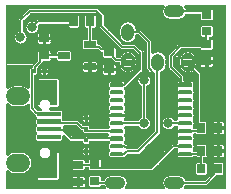
<source format=gbr>
*
%FSLAX26Y26*%
%MOIN*%
%ADD10R,0.007591X0.007591*%
%ADD11C,0.006800*%
%ADD12R,0.007638X0.007638*%
%ADD13C,0.006772*%
%ADD14R,0.014409X0.014409*%
%ADD15R,0.063583X0.063583*%
%ADD16R,0.063591X0.063591*%
%ADD17R,0.026181X0.026181*%
%ADD18R,0.026191X0.026191*%
%ADD19R,0.024191X0.024191*%
%ADD20R,0.024173X0.024173*%
%ADD21R,0.028189X0.028189*%
%ADD22R,0.028191X0.028191*%
%ADD23R,0.012402X0.012402*%
%ADD24R,0.012391X0.012391*%
%ADD25C,0.005591*%
%ADD26C,0.006591*%
%ADD27C,0.059646*%
%ADD28C,0.069488*%
%ADD29C,0.039961*%
%ADD30C,0.001000*%
%ADD31C,0.002000*%
%ADD32C,0.008000*%
%ADD33R,0.008000X0.008000*%
%ADD34C,0.004000*%
%ADD35C,0.043898*%
%ADD36C,0.032087*%
%ADD37R,0.002000X0.002000*%
%ADD38R,0.016000X0.016000*%
%ADD39R,0.004000X0.004000*%
%ADD40R,0.032000X0.032000*%
%ADD41C,0.016000*%
%ADD42R,0.001000X0.001000*%
%ADD43R,0.064000X0.064000*%
%ADD44C,0.015748*%
%ADD45C,0.037402*%
%IPPOS*%
%LNtl*%
%LPD*%
G54D10*
X586141Y356008D02*
X624441D01*
G54D11*
X585746Y359803D02*
X624837D01*
X585746Y352212D02*
X624837D01*
G54D10*
X586141Y304827D02*
X624441D01*
G54D11*
X585746Y308622D02*
X624837D01*
X585746Y301031D02*
X624837D01*
G54D10*
X586141Y279236D02*
X624441D01*
G54D11*
X585746Y283032D02*
X624837D01*
X585746Y275441D02*
X624837D01*
G54D10*
X586141Y253646D02*
X624441D01*
G54D11*
X585746Y257441D02*
X624837D01*
X585746Y249850D02*
X624837D01*
G54D10*
X586141Y228055D02*
X624441D01*
G54D11*
X585746Y231851D02*
X624837D01*
X585746Y224260D02*
X624837D01*
G54D10*
X586141Y202465D02*
X624441D01*
G54D11*
X585746Y206260D02*
X624837D01*
X585746Y198669D02*
X624837D01*
G54D10*
X586141Y176874D02*
X624441D01*
G54D11*
X585746Y180669D02*
X624837D01*
X585746Y173079D02*
X624837D01*
G54D10*
X586141Y125693D02*
X624441D01*
G54D11*
X585746Y129488D02*
X624837D01*
X585746Y121897D02*
X624837D01*
G54D10*
X357795Y356008D02*
X396095D01*
G54D11*
X357399Y359803D02*
X396490D01*
X357399Y352212D02*
X396490D01*
G54D10*
X357795Y304827D02*
X396095D01*
G54D11*
X357399Y308622D02*
X396490D01*
X357399Y301031D02*
X396490D01*
G54D10*
X357795Y279236D02*
X396095D01*
G54D11*
X357399Y283032D02*
X396490D01*
X357399Y275441D02*
X396490D01*
G54D10*
X357795Y253646D02*
X396095D01*
G54D11*
X357399Y257441D02*
X396490D01*
X357399Y249850D02*
X396490D01*
G54D12*
X357811Y228055D02*
X396079D01*
G54D13*
X357378Y231874D02*
X396512D01*
X357378Y224236D02*
X396512D01*
G54D12*
X357811Y202465D02*
X396079D01*
G54D13*
X357378Y206283D02*
X396512D01*
X357378Y198646D02*
X396512D01*
G54D12*
X357811Y176874D02*
X396079D01*
G54D13*
X357378Y180693D02*
X396512D01*
X357378Y173055D02*
X396512D01*
G54D12*
X357811Y125693D02*
X396079D01*
G54D13*
X357378Y129512D02*
X396512D01*
X357378Y121874D02*
X396512D01*
G54D10*
X586141Y330417D02*
X624441D01*
G54D11*
X585746Y334213D02*
X624837D01*
X585746Y326622D02*
X624837D01*
G54D10*
X586141Y151283D02*
X624441D01*
G54D11*
X585746Y155079D02*
X624837D01*
X585746Y147488D02*
X624837D01*
G54D10*
X357795Y330417D02*
X396095D01*
G54D11*
X357399Y334213D02*
X396490D01*
X357399Y326622D02*
X396490D01*
G54D12*
X357811Y151283D02*
X396079D01*
G54D13*
X357378Y155102D02*
X396512D01*
X357378Y147465D02*
X396512D01*
G54D14*
X119031Y233402D02*
X183913D01*
X119031Y258992D02*
X183913D01*
X118043Y207811D02*
X182925D01*
X118043Y182220D02*
X182925D01*
X118043Y156634D02*
X182925D01*
G54D15*
X147531Y319996D02*
Y339720D01*
G54D16*
Y75914D02*
Y95614D01*
G54D17*
X130551Y510563D02*
X138465D01*
X130551Y453476D02*
X138465D01*
X347165Y407102D02*
X355079D01*
G54D18*
X347172Y464189D02*
X355072D01*
G54D17*
X245409Y32366D02*
X253323D01*
G54D18*
X245416Y89453D02*
X253316D01*
X672448Y490555D02*
X680348D01*
G54D17*
X672441Y433469D02*
X680354D01*
G54D19*
X279018Y416079D02*
X294817D01*
X279018Y490878D02*
X294817D01*
G54D20*
X192386Y453476D02*
X208213D01*
G54D21*
X301618Y34335D02*
X305516D01*
G54D22*
X301617Y89453D02*
X305517D01*
G54D21*
X674449Y589669D02*
X678346D01*
G54D22*
X674448Y534551D02*
X678348D01*
G54D18*
X715795Y208511D02*
Y216411D01*
X658705Y208511D02*
Y216411D01*
Y131743D02*
Y139643D01*
X715795Y131743D02*
Y139643D01*
G54D23*
X96862Y400921D02*
X100760D01*
G54D24*
X134263D02*
X138163D01*
G54D22*
X658705Y74215D02*
Y78115D01*
G54D21*
X713827Y74217D02*
Y78114D01*
G54D22*
X288217Y565562D02*
Y569462D01*
X233098Y565562D02*
Y569462D01*
G54D23*
X274752Y205815D02*
Y209713D01*
G54D24*
Y243215D02*
Y247115D01*
Y132168D02*
Y136068D01*
G54D23*
Y169571D02*
Y173469D01*
G54D25*
X403382Y356008D02*
X455488Y408114D01*
Y461071D01*
X376945Y356008D02*
X403382D01*
X55811Y513921D02*
Y570921D01*
X87921Y603031D02*
X309925D01*
X55811Y570921D02*
X87921Y603031D01*
X94669Y547965D02*
X114213Y567512D01*
X557122Y415276D02*
X592614Y379787D01*
X596929Y356008D02*
X602354D01*
X592614Y360323D02*
X596929Y356008D01*
X592614Y360323D02*
Y379787D01*
X605291Y125693D02*
X648709D01*
X565941Y151283D02*
X605291D01*
X377291Y125346D02*
X402654D01*
X410689Y133382D02*
X449539D01*
X402654Y125346D02*
X410689Y133382D01*
X376945Y151283D02*
X402819D01*
X410720Y143378D02*
X445398D01*
X402819Y151283D02*
X410720Y143378D01*
X376945Y125693D02*
X377291Y125346D01*
X278157Y176874D02*
X376945D01*
X278157Y202465D02*
X376945D01*
X223909Y176874D02*
X271346D01*
X197346Y203433D02*
X223909Y176874D01*
X154862Y203433D02*
X197346D01*
X150484Y207811D02*
X154862Y203433D01*
X151472Y233402D02*
X155807Y229063D01*
X244850D02*
X261079Y212839D01*
X155807Y229063D02*
X244850D01*
X114213Y567512D02*
X233098D01*
X326772Y550358D02*
Y586181D01*
X309925Y603031D02*
X326772Y586181D01*
Y550358D02*
X395134Y481992D01*
X434567D01*
X314728Y78287D02*
X492949D01*
X565941Y151283D01*
X303567Y89453D02*
X314728Y78287D01*
X249366Y89453D02*
X303567D01*
Y34335D02*
X308374Y29528D01*
X371693D01*
X274752Y173469D02*
X278157Y176874D01*
X557122Y415276D02*
Y452563D01*
X261079Y212839D02*
X271346D01*
X274752Y209433D01*
Y205870D02*
Y209433D01*
Y171520D02*
Y173469D01*
X271346Y176874D02*
X274752Y173469D01*
X484181Y411843D02*
Y498283D01*
X413335Y531795D02*
X450673D01*
X484181Y498283D01*
X568543Y29528D02*
X674535D01*
X568543Y600394D02*
X665673D01*
X648614Y222559D02*
Y389689D01*
X613335Y424969D02*
Y431791D01*
Y424969D02*
X648614Y389689D01*
X557122Y452563D02*
X589610Y485051D01*
X670890D02*
X676398Y490555D01*
X589610Y485051D02*
X670890D01*
X676398Y490555D02*
Y534551D01*
X445398Y143378D02*
X503335Y201319D01*
X484181Y411843D02*
X503335Y392689D01*
Y201319D02*
Y392689D01*
X513331Y197173D02*
Y431791D01*
X449539Y133382D02*
X513331Y197173D01*
X434567Y481992D02*
X455488Y461071D01*
X702681Y65024D02*
X713827Y76165D01*
X702681Y57673D02*
Y65024D01*
X674535Y29528D02*
X702681Y57673D01*
X648709Y125693D02*
X658705Y135693D01*
Y76165D03*
Y135693D03*
Y76165D02*
Y135693D01*
X648614Y222559D02*
X658705Y212461D01*
X648709Y202465D02*
X658705Y212461D01*
X602354Y202465D02*
X648709D01*
X274752Y205870D02*
X278157Y202465D01*
X665673Y600394D02*
X676398Y589669D01*
G54D26*
X376945Y228055D02*
X467244D01*
X548567D02*
X605291D01*
X108185Y262882D02*
X147579D01*
X94508Y276559D02*
Y398016D01*
Y276559D02*
X108185Y262882D01*
X147579D02*
X151472Y258992D01*
X364854Y448201D02*
Y454394D01*
Y448201D02*
X373898Y439161D01*
X405965D01*
X413335Y431791D01*
X345394Y473854D02*
X364854Y454394D01*
X325638Y473854D02*
X345394D01*
X295661Y482138D02*
X317358D01*
X325638Y473854D01*
X286917Y490878D02*
X295661Y482138D01*
X286917Y490878D02*
X288217Y492177D01*
Y567512D01*
X134508Y453476D02*
X200299D01*
X103685Y403827D02*
Y415406D01*
X120846Y432571D01*
Y443681D01*
X97413Y400921D02*
X100780D01*
X120846Y443681D02*
X130646Y453476D01*
X100780Y400921D02*
X103685Y403827D01*
X467244Y369882D03*
Y228055D02*
Y369882D01*
Y228055D03*
X94508Y398016D02*
X97413Y400921D01*
G54D27*
X37295Y319232D02*
X56980D01*
X37295Y96394D02*
X56980D01*
G54D28*
X706339Y295276D02*
Y354331D01*
X233898Y295276D02*
Y354331D01*
G54D29*
X356929Y600394D02*
X386457D01*
X553780D02*
X583307D01*
X455354Y29528D02*
X484882D01*
X356929D02*
X386457D01*
X553780D02*
X583307D01*
G54D30*
X613335Y461114D02*
X618886Y460383D01*
X624059Y458241D01*
X628501Y454832D01*
X631910Y450390D01*
X634053Y445217D01*
X634784Y439665D01*
Y423917D01*
X633915Y417874D01*
X631379Y412321D01*
X627381Y407707D01*
X622245Y404407D01*
X616387Y402687D01*
X610282D01*
X604424Y404407D01*
X599288Y407707D01*
X595291Y412321D01*
X592754Y417874D01*
X591886Y423917D01*
Y439665D01*
X592616Y445217D01*
X594759Y450390D01*
X598168Y454832D01*
X602610Y458241D01*
X607783Y460383D01*
X613335Y461114D01*
G54D31*
X592386Y423917D02*
X634284D01*
X592386Y439665D02*
X634284D01*
G54D32*
X613335Y405968D03*
X599132Y412943D02*
X627538D01*
X595837Y419917D02*
X630832D01*
G54D31*
X613335Y402968D02*
X607913Y403682D01*
X602860Y405775D01*
X598521Y409104D01*
X595192Y413443D01*
X593099Y418495D01*
X592386Y423917D01*
X634284D02*
X633570Y418495D01*
X631477Y413443D01*
X628148Y409104D01*
X623809Y405775D01*
X618757Y403682D01*
X613335Y402968D01*
G54D32*
Y405968D02*
X607788Y406847D01*
X602784Y409396D01*
X598814Y413367D01*
X596264Y418371D01*
X595386Y423917D01*
X631284D02*
X630405Y418371D01*
X627856Y413367D01*
X623885Y409396D01*
X618881Y406847D01*
X613335Y405968D01*
G54D33*
X595386Y427917D02*
X631284D01*
X595386Y435665D02*
X631284D01*
G54D32*
X595837Y443665D02*
X630832D01*
X599132Y450640D02*
X627538D01*
X613335Y457614D03*
G54D31*
X592386Y439665D02*
X593099Y445087D01*
X595192Y450140D01*
X598521Y454479D01*
X602860Y457808D01*
X607913Y459900D01*
X613335Y460614D01*
X618757Y459900D01*
X623809Y457808D01*
X628148Y454479D01*
X631477Y450140D01*
X633570Y445087D01*
X634284Y439665D01*
G54D32*
X595386D02*
X596264Y445212D01*
X598814Y450215D01*
X602784Y454186D01*
X607788Y456736D01*
X613335Y457614D01*
X618881Y456736D01*
X623885Y454186D01*
X627856Y450215D01*
X630405Y445212D01*
X631284Y439665D01*
G54D34*
X613335Y403968D02*
X607552Y404825D01*
X602266Y407320D01*
X597931Y411241D01*
X594918Y416250D01*
X593486Y421917D01*
X633183D02*
X631751Y416250D01*
X628738Y411241D01*
X624403Y407320D01*
X619117Y404825D01*
X613335Y403968D01*
Y459614D02*
X619117Y458758D01*
X624403Y456262D01*
X628738Y452342D01*
X631751Y447333D01*
X633183Y441665D01*
X593486D02*
X594918Y447333D01*
X597931Y452342D01*
X602266Y456262D01*
X607552Y458758D01*
X613335Y459614D01*
G54D35*
X513331Y423917D02*
Y439665D01*
G54D30*
X413335Y461114D02*
X418886Y460383D01*
X424059Y458241D01*
X428501Y454832D01*
X431910Y450390D01*
X434053Y445217D01*
X434784Y439665D01*
Y423917D01*
X433915Y417874D01*
X431379Y412321D01*
X427381Y407707D01*
X422245Y404407D01*
X416387Y402687D01*
X410282D01*
X404424Y404407D01*
X399288Y407707D01*
X395291Y412321D01*
X392754Y417874D01*
X391886Y423917D01*
Y439665D01*
X392616Y445217D01*
X394759Y450390D01*
X398168Y454832D01*
X402610Y458241D01*
X407783Y460383D01*
X413335Y461114D01*
G54D31*
X392386Y423917D02*
X434284D01*
X392386Y439665D02*
X434284D01*
G54D32*
X413335Y405968D03*
X399132Y412943D02*
X427538D01*
X395837Y419917D02*
X430832D01*
G54D31*
X413335Y402968D02*
X407913Y403682D01*
X402860Y405775D01*
X398521Y409104D01*
X395192Y413443D01*
X393099Y418495D01*
X392386Y423917D01*
X434284D02*
X433570Y418495D01*
X431477Y413443D01*
X428148Y409104D01*
X423809Y405775D01*
X418757Y403682D01*
X413335Y402968D01*
G54D32*
Y405968D02*
X407788Y406847D01*
X402784Y409396D01*
X398814Y413367D01*
X396264Y418371D01*
X395386Y423917D01*
X431284D02*
X430405Y418371D01*
X427856Y413367D01*
X423885Y409396D01*
X418881Y406847D01*
X413335Y405968D01*
G54D33*
X395386Y427917D02*
X431284D01*
X395386Y435665D02*
X431284D01*
G54D32*
X395837Y443665D02*
X430832D01*
X399132Y450640D02*
X427538D01*
X413335Y457614D03*
G54D31*
X392386Y439665D02*
X393099Y445087D01*
X395192Y450140D01*
X398521Y454479D01*
X402860Y457808D01*
X407913Y459900D01*
X413335Y460614D01*
X418757Y459900D01*
X423809Y457808D01*
X428148Y454479D01*
X431477Y450140D01*
X433570Y445087D01*
X434284Y439665D01*
G54D32*
X395386D02*
X396264Y445212D01*
X398814Y450215D01*
X402784Y454186D01*
X407788Y456736D01*
X413335Y457614D01*
X418881Y456736D01*
X423885Y454186D01*
X427856Y450215D01*
X430405Y445212D01*
X431284Y439665D01*
G54D34*
X413335Y403968D02*
X407552Y404825D01*
X402266Y407320D01*
X397931Y411241D01*
X394918Y416250D01*
X393486Y421917D01*
X433183D02*
X431751Y416250D01*
X428738Y411241D01*
X424403Y407320D01*
X419117Y404825D01*
X413335Y403968D01*
Y459614D02*
X419117Y458758D01*
X424403Y456262D01*
X428738Y452342D01*
X431751Y447333D01*
X433183Y441665D01*
X393486D02*
X394918Y447333D01*
X397931Y452342D01*
X402266Y456262D01*
X407552Y458758D01*
X413335Y459614D01*
G54D35*
X613335Y523921D02*
Y539669D01*
X413335Y523921D02*
Y539669D01*
X513331Y523921D02*
Y539669D01*
G54D36*
X94669Y547965D03*
X55811Y513921D03*
X467244Y369882D03*
X548567Y228055D03*
X467244D03*
X213894Y510563D03*
X320846Y272213D03*
X173098Y510563D03*
X166232Y400921D03*
X240063Y140134D03*
X211268Y123634D03*
Y156634D03*
X23811Y180921D03*
Y147921D03*
Y213921D03*
X89811D03*
X56811D03*
X89811Y180921D03*
Y147921D03*
X56811D03*
X240831Y200209D03*
X56811Y180921D03*
X320846Y235335D03*
X423433Y253646D03*
G54D10*
X586141Y356008D02*
X624441D01*
G54D11*
X585746Y359803D02*
X624837D01*
X585746Y352212D02*
X624837D01*
G54D10*
X586141Y304827D02*
X624441D01*
G54D11*
X585746Y308622D02*
X624837D01*
X585746Y301031D02*
X624837D01*
G54D10*
X586141Y279236D02*
X624441D01*
G54D11*
X585746Y283032D02*
X624837D01*
X585746Y275441D02*
X624837D01*
G54D10*
X586141Y253646D02*
X624441D01*
G54D11*
X585746Y257441D02*
X624837D01*
X585746Y249850D02*
X624837D01*
G54D10*
X586141Y228055D02*
X624441D01*
G54D11*
X585746Y231851D02*
X624837D01*
X585746Y224260D02*
X624837D01*
G54D10*
X586141Y202465D02*
X624441D01*
G54D11*
X585746Y206260D02*
X624837D01*
X585746Y198669D02*
X624837D01*
G54D10*
X586141Y176874D02*
X624441D01*
G54D11*
X585746Y180669D02*
X624837D01*
X585746Y173079D02*
X624837D01*
G54D10*
X586141Y125693D02*
X624441D01*
G54D11*
X585746Y129488D02*
X624837D01*
X585746Y121897D02*
X624837D01*
G54D10*
X357795Y356008D02*
X396095D01*
G54D11*
X357399Y359803D02*
X396490D01*
X357399Y352212D02*
X396490D01*
G54D10*
X357795Y304827D02*
X396095D01*
G54D11*
X357399Y308622D02*
X396490D01*
X357399Y301031D02*
X396490D01*
G54D10*
X357795Y279236D02*
X396095D01*
G54D11*
X357399Y283032D02*
X396490D01*
X357399Y275441D02*
X396490D01*
G54D10*
X357795Y253646D02*
X396095D01*
G54D11*
X357399Y257441D02*
X396490D01*
X357399Y249850D02*
X396490D01*
G54D10*
X586141Y330417D02*
X624441D01*
G54D11*
X585746Y334213D02*
X624837D01*
X585746Y326622D02*
X624837D01*
G54D10*
X586141Y151283D02*
X624441D01*
G54D11*
X585746Y155079D02*
X624837D01*
X585746Y147488D02*
X624837D01*
G54D10*
X357795Y330417D02*
X396095D01*
G54D11*
X357399Y334213D02*
X396490D01*
X357399Y326622D02*
X396490D01*
G54D16*
X147531Y75914D02*
Y95614D01*
G54D18*
X347172Y464189D02*
X355072D01*
X245416Y89453D02*
X253316D01*
X672448Y490555D02*
X680348D01*
G54D19*
X279018Y416079D02*
X294817D01*
X279018Y490878D02*
X294817D01*
G54D22*
X301617Y89453D02*
X305517D01*
X674448Y534551D02*
X678348D01*
G54D18*
X715795Y208511D02*
Y216411D01*
X658705Y208511D02*
Y216411D01*
Y131743D02*
Y139643D01*
X715795Y131743D02*
Y139643D01*
G54D24*
X134263Y400921D02*
X138163D01*
G54D22*
X658705Y74215D02*
Y78115D01*
X288217Y565562D02*
Y569462D01*
X233098Y565562D02*
Y569462D01*
G54D24*
X274752Y243215D02*
Y247115D01*
Y132168D02*
Y136068D01*
G54D25*
X403382Y356008D02*
X455488Y408114D01*
Y461071D01*
X376945Y356008D02*
X403382D01*
X55811Y513921D02*
Y570921D01*
X87921Y603031D02*
X309925D01*
X55811Y570921D02*
X87921Y603031D01*
X94669Y547965D02*
X114213Y567512D01*
X557122Y415276D02*
X592614Y379787D01*
X596929Y356008D02*
X602354D01*
X592614Y360323D02*
X596929Y356008D01*
X592614Y360323D02*
Y379787D01*
X605291Y125693D02*
X648709D01*
X565941Y151283D02*
X605291D01*
X377291Y125346D02*
X402654D01*
X410689Y133382D02*
X449539D01*
X402654Y125346D02*
X410689Y133382D01*
X376945Y151283D02*
X402819D01*
X410720Y143378D02*
X445398D01*
X402819Y151283D02*
X410720Y143378D01*
X376945Y125693D02*
X377291Y125346D01*
X278157Y176874D02*
X376945D01*
X278157Y202465D02*
X376945D01*
X223909Y176874D02*
X271346D01*
X197346Y203433D02*
X223909Y176874D01*
X154862Y203433D02*
X197346D01*
X150484Y207811D02*
X154862Y203433D01*
X151472Y233402D02*
X155807Y229063D01*
X244850D02*
X261079Y212839D01*
X155807Y229063D02*
X244850D01*
X114213Y567512D02*
X233098D01*
X326772Y550358D02*
Y586181D01*
X309925Y603031D02*
X326772Y586181D01*
Y550358D02*
X395134Y481992D01*
X434567D01*
X314728Y78287D02*
X492949D01*
X565941Y151283D01*
X303567Y89453D02*
X314728Y78287D01*
X249366Y89453D02*
X303567D01*
Y34335D02*
X308374Y29528D01*
X371693D01*
X274752Y173469D02*
X278157Y176874D01*
X557122Y415276D02*
Y452563D01*
X261079Y212839D02*
X271346D01*
X274752Y209433D01*
Y205870D02*
Y209433D01*
Y171520D02*
Y173469D01*
X271346Y176874D02*
X274752Y173469D01*
X484181Y411843D02*
Y498283D01*
X413335Y531795D02*
X450673D01*
X484181Y498283D01*
X568543Y29528D02*
X674535D01*
X568543Y600394D02*
X665673D01*
X648614Y222559D02*
Y389689D01*
X613335Y424969D02*
Y431791D01*
Y424969D02*
X648614Y389689D01*
X557122Y452563D02*
X589610Y485051D01*
X670890D02*
X676398Y490555D01*
X589610Y485051D02*
X670890D01*
X676398Y490555D02*
Y534551D01*
X445398Y143378D02*
X503335Y201319D01*
X484181Y411843D02*
X503335Y392689D01*
Y201319D02*
Y392689D01*
X513331Y197173D02*
Y431791D01*
X449539Y133382D02*
X513331Y197173D01*
X434567Y481992D02*
X455488Y461071D01*
X702681Y65024D02*
X713827Y76165D01*
X702681Y57673D02*
Y65024D01*
X674535Y29528D02*
X702681Y57673D01*
X648709Y125693D02*
X658705Y135693D01*
Y76165D03*
Y135693D03*
Y76165D02*
Y135693D01*
X648614Y222559D02*
X658705Y212461D01*
X648709Y202465D02*
X658705Y212461D01*
X602354Y202465D02*
X648709D01*
X274752Y205870D02*
X278157Y202465D01*
X665673Y600394D02*
X676398Y589669D01*
G54D26*
X376945Y228055D02*
X467244D01*
X548567D02*
X605291D01*
X108185Y262882D02*
X147579D01*
X94508Y276559D02*
Y398016D01*
Y276559D02*
X108185Y262882D01*
X147579D02*
X151472Y258992D01*
X364854Y448201D02*
Y454394D01*
Y448201D02*
X373898Y439161D01*
X405965D01*
X413335Y431791D01*
X345394Y473854D02*
X364854Y454394D01*
X325638Y473854D02*
X345394D01*
X295661Y482138D02*
X317358D01*
X325638Y473854D01*
X286917Y490878D02*
X295661Y482138D01*
X286917Y490878D02*
X288217Y492177D01*
Y567512D01*
X134508Y453476D02*
X200299D01*
X103685Y403827D02*
Y415406D01*
X120846Y432571D01*
Y443681D01*
X97413Y400921D02*
X100780D01*
X120846Y443681D02*
X130646Y453476D01*
X100780Y400921D02*
X103685Y403827D01*
X467244Y369882D03*
Y228055D02*
Y369882D01*
Y228055D03*
X94508Y398016D02*
X97413Y400921D01*
G54D30*
X613335Y461114D02*
X618886Y460383D01*
X624059Y458241D01*
X628501Y454832D01*
X631910Y450390D01*
X634053Y445217D01*
X634784Y439665D01*
Y423917D01*
X633915Y417874D01*
X631379Y412321D01*
X627381Y407707D01*
X622245Y404407D01*
X616387Y402687D01*
X610282D01*
X604424Y404407D01*
X599288Y407707D01*
X595291Y412321D01*
X592754Y417874D01*
X591886Y423917D01*
Y439665D01*
X592616Y445217D01*
X594759Y450390D01*
X598168Y454832D01*
X602610Y458241D01*
X607783Y460383D01*
X613335Y461114D01*
G54D31*
X592386Y423917D02*
X634284D01*
X592386Y439665D02*
X634284D01*
G54D32*
X613335Y405968D03*
X599132Y412943D02*
X627538D01*
X595837Y419917D02*
X630832D01*
G54D31*
X613335Y402968D02*
X607913Y403682D01*
X602860Y405775D01*
X598521Y409104D01*
X595192Y413443D01*
X593099Y418495D01*
X592386Y423917D01*
X634284D02*
X633570Y418495D01*
X631477Y413443D01*
X628148Y409104D01*
X623809Y405775D01*
X618757Y403682D01*
X613335Y402968D01*
G54D32*
Y405968D02*
X607788Y406847D01*
X602784Y409396D01*
X598814Y413367D01*
X596264Y418371D01*
X595386Y423917D01*
X631284D02*
X630405Y418371D01*
X627856Y413367D01*
X623885Y409396D01*
X618881Y406847D01*
X613335Y405968D01*
G54D33*
X595386Y427917D02*
X631284D01*
X595386Y435665D02*
X631284D01*
G54D32*
X595837Y443665D02*
X630832D01*
X599132Y450640D02*
X627538D01*
X613335Y457614D03*
G54D31*
X592386Y439665D02*
X593099Y445087D01*
X595192Y450140D01*
X598521Y454479D01*
X602860Y457808D01*
X607913Y459900D01*
X613335Y460614D01*
X618757Y459900D01*
X623809Y457808D01*
X628148Y454479D01*
X631477Y450140D01*
X633570Y445087D01*
X634284Y439665D01*
G54D32*
X595386D02*
X596264Y445212D01*
X598814Y450215D01*
X602784Y454186D01*
X607788Y456736D01*
X613335Y457614D01*
X618881Y456736D01*
X623885Y454186D01*
X627856Y450215D01*
X630405Y445212D01*
X631284Y439665D01*
G54D34*
X613335Y403968D02*
X607552Y404825D01*
X602266Y407320D01*
X597931Y411241D01*
X594918Y416250D01*
X593486Y421917D01*
X633183D02*
X631751Y416250D01*
X628738Y411241D01*
X624403Y407320D01*
X619117Y404825D01*
X613335Y403968D01*
Y459614D02*
X619117Y458758D01*
X624403Y456262D01*
X628738Y452342D01*
X631751Y447333D01*
X633183Y441665D01*
X593486D02*
X594918Y447333D01*
X597931Y452342D01*
X602266Y456262D01*
X607552Y458758D01*
X613335Y459614D01*
G54D30*
X413335Y461114D02*
X418886Y460383D01*
X424059Y458241D01*
X428501Y454832D01*
X431910Y450390D01*
X434053Y445217D01*
X434784Y439665D01*
Y423917D01*
X433915Y417874D01*
X431379Y412321D01*
X427381Y407707D01*
X422245Y404407D01*
X416387Y402687D01*
X410282D01*
X404424Y404407D01*
X399288Y407707D01*
X395291Y412321D01*
X392754Y417874D01*
X391886Y423917D01*
Y439665D01*
X392616Y445217D01*
X394759Y450390D01*
X398168Y454832D01*
X402610Y458241D01*
X407783Y460383D01*
X413335Y461114D01*
G54D31*
X392386Y423917D02*
X434284D01*
X392386Y439665D02*
X434284D01*
G54D32*
X413335Y405968D03*
X399132Y412943D02*
X427538D01*
X395837Y419917D02*
X430832D01*
G54D31*
X413335Y402968D02*
X407913Y403682D01*
X402860Y405775D01*
X398521Y409104D01*
X395192Y413443D01*
X393099Y418495D01*
X392386Y423917D01*
X434284D02*
X433570Y418495D01*
X431477Y413443D01*
X428148Y409104D01*
X423809Y405775D01*
X418757Y403682D01*
X413335Y402968D01*
G54D32*
Y405968D02*
X407788Y406847D01*
X402784Y409396D01*
X398814Y413367D01*
X396264Y418371D01*
X395386Y423917D01*
X431284D02*
X430405Y418371D01*
X427856Y413367D01*
X423885Y409396D01*
X418881Y406847D01*
X413335Y405968D01*
G54D33*
X395386Y427917D02*
X431284D01*
X395386Y435665D02*
X431284D01*
G54D32*
X395837Y443665D02*
X430832D01*
X399132Y450640D02*
X427538D01*
X413335Y457614D03*
G54D31*
X392386Y439665D02*
X393099Y445087D01*
X395192Y450140D01*
X398521Y454479D01*
X402860Y457808D01*
X407913Y459900D01*
X413335Y460614D01*
X418757Y459900D01*
X423809Y457808D01*
X428148Y454479D01*
X431477Y450140D01*
X433570Y445087D01*
X434284Y439665D01*
G54D32*
X395386D02*
X396264Y445212D01*
X398814Y450215D01*
X402784Y454186D01*
X407788Y456736D01*
X413335Y457614D01*
X418881Y456736D01*
X423885Y454186D01*
X427856Y450215D01*
X430405Y445212D01*
X431284Y439665D01*
G54D34*
X413335Y403968D02*
X407552Y404825D01*
X402266Y407320D01*
X397931Y411241D01*
X394918Y416250D01*
X393486Y421917D01*
X433183D02*
X431751Y416250D01*
X428738Y411241D01*
X424403Y407320D01*
X419117Y404825D01*
X413335Y403968D01*
Y459614D02*
X419117Y458758D01*
X424403Y456262D01*
X428738Y452342D01*
X431751Y447333D01*
X433183Y441665D01*
X393486D02*
X394918Y447333D01*
X397931Y452342D01*
X402266Y456262D01*
X407552Y458758D01*
X413335Y459614D01*
G54D36*
X94669Y547965D03*
X55811Y513921D03*
X467244Y369882D03*
X548567Y228055D03*
X467244D03*
X213894Y510563D03*
X320846Y272213D03*
X173098Y510563D03*
X166232Y400921D03*
X240063Y140134D03*
X211268Y123634D03*
Y156634D03*
X23811Y180921D03*
Y147921D03*
Y213921D03*
X89811D03*
X56811D03*
X89811Y180921D03*
Y147921D03*
X56811D03*
X240831Y200209D03*
X56811Y180921D03*
X320846Y235335D03*
X423433Y253646D03*
G54D30*
X7343Y7343D02*
Y69188D01*
X13593Y70804D01*
X19783Y66057D01*
X28230Y62556D01*
X37282Y61362D01*
X56994D01*
X66050Y62556D01*
X74496Y66057D01*
X81753Y71622D01*
X87321Y78881D01*
X90822Y87329D01*
X92014Y96394D01*
X90822Y105463D01*
X87321Y113910D01*
X81752Y121166D01*
X74497Y126734D01*
X66049Y130235D01*
X56994Y131425D01*
X37281D01*
X28230Y130235D01*
X19783Y126734D01*
X13593Y121987D01*
X7343Y123607D01*
Y292019D01*
X13592Y293639D01*
X19783Y288888D01*
X28230Y285391D01*
X37281Y284201D01*
X56994D01*
X66049Y285391D01*
X74497Y288888D01*
X79889Y293024D01*
X86150Y290673D01*
Y276539D01*
X86780Y273357D01*
X88581Y270661D01*
X102299Y256947D01*
X104983Y255153D01*
X106476Y254859D01*
Y252133D01*
X108083Y248251D01*
Y244143D01*
X106476Y240265D01*
Y226544D01*
X107337Y224427D01*
X107058Y219488D01*
X105540Y214781D01*
X105492Y214680D01*
Y200952D01*
X107098Y197074D01*
Y192962D01*
X105492Y189084D01*
Y175361D01*
X107146Y171363D01*
X111144Y169709D01*
X189828D01*
X193822Y171363D01*
X195476Y175361D01*
Y185363D01*
X201724Y187951D01*
X218370Y171305D01*
X220900Y169614D01*
X223889Y169020D01*
X263224D01*
Y163664D01*
X264875Y159678D01*
X268865Y158024D01*
X280635D01*
X284625Y159678D01*
X286276Y163664D01*
Y169020D01*
X350294D01*
X351461Y167204D01*
Y160954D01*
X349606Y158107D01*
X349585Y158030D01*
X348710Y151284D01*
X349585Y144538D01*
X349606Y144459D01*
X351461Y141639D01*
Y135337D01*
X349602Y132512D01*
X348937Y129158D01*
Y122248D01*
X349607Y118874D01*
X351517Y116013D01*
X354378Y114103D01*
X357752Y113433D01*
X396749D01*
X396759Y113433D01*
X396759Y113433D02*
X399453Y114017D01*
X401789Y115481D01*
X403488Y117653D01*
X403488Y117653D02*
X405659Y118087D01*
X408189Y119778D01*
X413939Y125528D01*
X449560D01*
X452545Y126122D01*
X455075Y127813D01*
X518891Y191625D01*
X520590Y194168D01*
X521185Y197153D01*
Y398099D01*
X526879Y400459D01*
X532489Y404763D01*
X536793Y410373D01*
X539499Y416907D01*
X540421Y423908D01*
Y439665D01*
Y439665D02*
X539499Y446674D01*
X536795Y453205D01*
X532493Y458814D01*
X526887Y463119D01*
X520358Y465828D01*
X513350Y466756D01*
Y466756D02*
X513317D01*
X506320Y465833D01*
X499787Y463128D01*
X498303Y461988D01*
X492031Y465080D01*
Y498304D01*
X491437Y501293D01*
X489746Y503823D01*
X456209Y537360D01*
X453679Y539051D01*
X450693Y539646D01*
X440424D01*
Y539646D02*
X439508Y546662D01*
X436807Y553201D01*
X432504Y558818D01*
X426894Y563129D01*
X420358Y565841D01*
X413344Y566767D01*
X406329Y565846D01*
X399791Y563139D01*
X394178Y558832D01*
X389871Y553218D01*
X387165Y546681D01*
X386244Y539665D01*
Y539665D02*
Y523921D01*
X386244Y523921D02*
X387167Y516907D01*
X389874Y510372D01*
X394180Y504760D01*
X399793Y500454D01*
X406330Y497748D01*
X413344Y496827D01*
X420357Y497753D01*
X426891Y500464D01*
X432501Y504773D01*
X436804Y510389D01*
X439506Y516926D01*
X440424Y523941D01*
X440424Y523941D02*
X447419D01*
X476327Y495033D01*
Y411822D01*
X476921Y408837D01*
X478613Y406307D01*
X495480Y389439D01*
Y204569D01*
X442144Y151232D01*
X413975D01*
X408354Y156848D01*
X405824Y158539D01*
X403716Y158959D01*
X402433Y160954D01*
Y167203D01*
X404284Y170050D01*
X404305Y170128D01*
X405180Y176874D01*
X404305Y183620D01*
X404284Y183698D01*
X402433Y186545D01*
Y192794D01*
X404284Y195640D01*
X404305Y195718D01*
X405180Y202465D01*
X404305Y209211D01*
X404284Y209289D01*
X402433Y212136D01*
Y213697D01*
X408209Y219693D01*
X447635D01*
X452140Y212951D01*
X459070Y208315D01*
X467244Y206689D01*
X475422Y208315D01*
X482352Y212951D01*
X486980Y219881D01*
X488610Y228055D01*
X486980Y236230D01*
X482352Y243159D01*
X475610Y247668D01*
Y350269D01*
X482352Y354774D01*
X486980Y361704D01*
X488610Y369882D01*
X486980Y378056D01*
X482352Y384986D01*
X475422Y389618D01*
X467244Y391244D01*
X459070Y389618D01*
X452140Y384986D01*
X447508Y378056D01*
X445882Y369882D01*
X447508Y361704D01*
X452140Y354774D01*
X458886Y350269D01*
Y247668D01*
X452140Y243159D01*
X447635Y236417D01*
X403258D01*
X402433Y237724D01*
Y243975D01*
X404288Y246827D01*
X404885Y249840D01*
X404877Y249850D01*
X349013D01*
X349005Y249840D01*
X349602Y246827D01*
X351461Y243975D01*
Y237726D01*
X349606Y234875D01*
X349585Y234797D01*
X348710Y228053D01*
X349585Y221309D01*
X349606Y221231D01*
X351461Y218384D01*
Y216169D01*
X345889Y210315D01*
X286276D01*
Y215619D01*
X284625Y219606D01*
X280635Y221260D01*
X268865D01*
X267487Y220689D01*
X264333D01*
X250390Y234632D01*
X247860Y236323D01*
X244871Y236917D01*
X196461D01*
Y240265D01*
X194854Y244143D01*
Y248251D01*
X196461Y252133D01*
Y265856D01*
X194806Y269850D01*
X190813Y271508D01*
X154633D01*
X154384Y271777D01*
X152295Y276814D01*
X154062Y279692D01*
X155183Y282878D01*
X178753D01*
X182936Y284611D01*
X184669Y288794D01*
Y370922D01*
X182936Y375106D01*
X178753Y376839D01*
X116310D01*
X112127Y375106D01*
X110394Y370922D01*
Y288794D01*
X112127Y284611D01*
X116310Y282878D01*
X124131D01*
Y282878D02*
X125254Y279690D01*
X127022Y276811D01*
Y276811D02*
X124935Y271777D01*
X124686Y271508D01*
X112128D01*
X111603Y271289D01*
X102870Y280022D01*
Y389394D01*
X106667D01*
X110653Y391044D01*
X112307Y395034D01*
Y406809D01*
X112047Y407435D01*
Y411947D01*
X126773Y426673D01*
X128575Y429369D01*
X129185Y432432D01*
X134481Y435055D01*
X151155D01*
X155196Y436729D01*
X156866Y440771D01*
Y445118D01*
X174992D01*
Y441743D01*
X176658Y437709D01*
X180692Y436039D01*
X219911D01*
X223940Y437709D01*
X225610Y441743D01*
Y465214D01*
X223940Y469247D01*
X219911Y470917D01*
X180692D01*
X176658Y469247D01*
X174992Y465214D01*
Y461839D01*
X156866D01*
Y466186D01*
X155196Y470227D01*
X151155Y471902D01*
X117865D01*
X113824Y470228D01*
X112150Y466186D01*
Y440770D01*
X112488Y439955D01*
Y436034D01*
X97758Y421308D01*
X95957Y418611D01*
X95343Y415530D01*
X90897Y412425D01*
X86969Y410794D01*
X85315Y406808D01*
Y395034D01*
X86150Y393026D01*
Y347787D01*
X79889Y345432D01*
X74497Y349569D01*
X66050Y353066D01*
X56994Y354260D01*
X37282D01*
X28230Y353066D01*
X19783Y349569D01*
X13592Y344818D01*
X7343Y346438D01*
Y622579D01*
X531910D01*
X534478Y616307D01*
X530335Y610103D01*
X528401Y600394D01*
X530335Y590684D01*
X535837Y582451D01*
X544070Y576949D01*
X553759Y575020D01*
X583327D01*
X593021Y576949D01*
X601254Y582451D01*
X606752Y590684D01*
X607121Y592543D01*
X655024D01*
Y575987D01*
X656698Y571938D01*
X660746Y570264D01*
X692049D01*
X696098Y571938D01*
X697776Y575987D01*
Y603352D01*
X696098Y607401D01*
X692049Y609075D01*
X660747D01*
X658739Y608244D01*
X607121D01*
X606752Y610103D01*
X602609Y616307D01*
X605177Y622579D01*
X740689D01*
Y7343D01*
X605177D01*
X602609Y13615D01*
X606752Y19818D01*
X607121Y21677D01*
X674556D01*
X677545Y22272D01*
X680075Y23963D01*
X708250Y52137D01*
X709940Y54668D01*
X709966Y54791D01*
X727509D01*
X731554Y56465D01*
X733232Y60514D01*
Y91816D01*
X731554Y95865D01*
X727509Y97543D01*
X700144D01*
X696095Y95865D01*
X694417Y91816D01*
Y60517D01*
X694418Y60515D01*
X671285Y37378D01*
X607121D01*
X606752Y39237D01*
X601254Y47471D01*
X593021Y52972D01*
X583327Y54902D01*
X553759D01*
X544070Y52972D01*
X535837Y47470D01*
X530335Y39238D01*
X528401Y29528D01*
X530335Y19818D01*
X534478Y13615D01*
X531910Y7343D01*
X408326D01*
X405758Y13615D01*
X409902Y19818D01*
X411835Y29528D01*
X409901Y39237D01*
X404403Y47471D01*
X396171Y52972D01*
X386477Y54902D01*
X356909D01*
X347219Y52972D01*
X338986Y47470D01*
X333484Y39238D01*
X333112Y37378D01*
X324945D01*
Y48017D01*
X323267Y52062D01*
X319218Y53740D01*
X287916D01*
X283867Y52062D01*
X282193Y48017D01*
Y20652D01*
X283867Y16603D01*
X287916Y14925D01*
X319218D01*
X323267Y16603D01*
X324945Y20652D01*
Y21677D01*
X333112D01*
X333484Y19818D01*
X337628Y13615D01*
X335059Y7343D01*
X7343D01*
X34449Y513921D02*
X36075Y505747D01*
X40707Y498813D01*
X47637Y494185D01*
X55811Y492559D01*
X63985Y494185D01*
X70915Y498813D01*
X75547Y505747D01*
X77173Y513921D01*
X75547Y522096D01*
X70915Y529025D01*
X63986Y533657D01*
X63661Y533723D01*
Y567671D01*
X91175Y595177D01*
X306671D01*
X318921Y582931D01*
Y550338D01*
X319512Y547349D01*
X321207Y544818D01*
X389598Y476424D01*
X392129Y474732D01*
X395114Y474138D01*
X431313D01*
X447638Y457817D01*
Y411364D01*
X402124Y365854D01*
X399513Y367602D01*
X396158Y368268D01*
X357732D01*
X354377Y367602D01*
X351518Y365687D01*
X349606Y362829D01*
X349606Y362829D02*
X348709Y356006D01*
X349606Y349184D01*
X349606Y349184D02*
X351461Y346337D01*
Y340088D01*
X349606Y337241D01*
X348710Y330417D01*
X349606Y323593D01*
X351461Y320746D01*
Y314498D01*
X349606Y311651D01*
X348710Y304827D01*
X349606Y298003D01*
X351461Y295156D01*
Y288907D01*
X349606Y286060D01*
X349606Y286060D02*
X348710Y279236D01*
X349605Y272412D01*
X349606Y272412D02*
X351461Y269561D01*
Y263313D01*
X349602Y260465D01*
X349005Y257451D01*
X349013Y257441D01*
X404877D01*
X404885Y257451D01*
X404288Y260464D01*
X402433Y263313D01*
Y269561D01*
X404284Y272412D01*
X404284Y272412D02*
X405180Y279236D01*
X404284Y286060D01*
X404284Y286060D02*
X402433Y288907D01*
Y295156D01*
X404284Y298003D01*
X405180Y304827D01*
X404284Y311651D01*
X402433Y314498D01*
Y320746D01*
X404284Y323593D01*
X405180Y330417D01*
X404284Y337242D01*
X402433Y340088D01*
Y344652D01*
X402956Y347195D01*
X403627Y348198D01*
X406387Y348752D01*
X408918Y350439D01*
X461053Y402578D01*
X462744Y405105D01*
X463339Y408094D01*
Y461091D01*
X462744Y464076D01*
X461053Y466607D01*
X440103Y487557D01*
X437572Y489252D01*
X434587Y489843D01*
X398388D01*
X334622Y553608D01*
Y586201D01*
X334027Y589190D01*
X332336Y591721D01*
X315461Y608596D01*
X312930Y610291D01*
X309945Y610882D01*
X87901D01*
X84916Y610291D01*
X82385Y608596D01*
X50246Y576457D01*
X48555Y573927D01*
X47961Y570941D01*
Y533723D01*
X47636Y533657D01*
X40707Y529025D01*
X36075Y522096D01*
X34449Y513921D01*
X73303Y547965D02*
X74929Y539794D01*
X79565Y532860D01*
X86495Y528228D01*
X94669Y526602D01*
X102844Y528228D01*
X109774Y532860D01*
X114405Y539794D01*
X116031Y547965D01*
X114732Y554496D01*
X118165Y558656D01*
X119554Y559657D01*
X213689D01*
Y551861D01*
X215367Y547812D01*
X219416Y546134D01*
X246781D01*
X250830Y547812D01*
X252504Y551861D01*
Y583163D01*
X250830Y587212D01*
X246781Y588886D01*
X219416D01*
X215367Y587212D01*
X213689Y583163D01*
Y575362D01*
X114192D01*
X111207Y574768D01*
X108677Y573076D01*
X103120Y567520D01*
X102844Y567705D01*
X94669Y569331D01*
X86495Y567705D01*
X79565Y563073D01*
X74929Y556143D01*
X73303Y547965D01*
X110394Y44700D02*
X112127Y40517D01*
X116310Y38783D01*
X178753D01*
X182936Y40517D01*
X184669Y44700D01*
Y126832D01*
X182936Y131011D01*
X178753Y132748D01*
X155182D01*
X153114Y137642D01*
X149554Y141585D01*
X144896Y144141D01*
X139657Y145025D01*
X134419Y144141D01*
X129761Y141585D01*
X126201Y137642D01*
X124132Y132748D01*
X116310D01*
X112127Y131011D01*
X110394Y126832D01*
Y44700D01*
X112150Y497857D02*
X113824Y493816D01*
X117865Y492142D01*
X130713D01*
Y506772D01*
X112150D01*
Y497857D01*
Y514358D02*
X130713D01*
Y528988D01*
X117865D01*
X113824Y527314D01*
X112150Y523273D01*
Y514358D01*
X122717Y395034D02*
X124371Y391044D01*
X128357Y389394D01*
X132421D01*
Y397126D01*
X122717D01*
Y395034D01*
Y404717D02*
X132421D01*
Y412449D01*
X128357D01*
X124371Y410794D01*
X122717Y406808D01*
Y404717D01*
X138303Y492142D02*
X151155D01*
X155196Y493816D01*
X156866Y497857D01*
Y506772D01*
X138303D01*
Y492142D01*
Y514358D02*
X156866D01*
Y523273D01*
X155196Y527314D01*
X151155Y528988D01*
X138303D01*
Y514358D01*
X140012Y389394D02*
X144068D01*
X148058Y391044D01*
X149709Y395034D01*
Y397126D01*
X140012D01*
Y389394D01*
Y404717D02*
X149709D01*
Y406808D01*
X148058Y410794D01*
X144069Y412449D01*
X140012D01*
Y404717D01*
X227004Y19656D02*
X228678Y15615D01*
X232719Y13945D01*
X245567D01*
Y28571D01*
X227004D01*
Y19656D01*
Y36161D02*
X245567D01*
Y50787D01*
X232719D01*
X228678Y49113D01*
X227004Y45076D01*
Y36161D01*
Y76743D02*
X228678Y72702D01*
X232719Y71028D01*
X266009D01*
X270050Y72702D01*
X271720Y76743D01*
Y81598D01*
X282193D01*
Y75770D01*
X283867Y71721D01*
X287916Y70043D01*
X319218D01*
X320167Y70437D01*
X492969D01*
X495954Y71032D01*
X498485Y72723D01*
X569191Y143433D01*
X578640D01*
X579803Y141610D01*
Y135360D01*
X577956Y132517D01*
Y132517D02*
X577055Y125692D01*
X577956Y118868D01*
Y118868D02*
X579860Y116010D01*
X582723Y114099D01*
X586079Y113433D01*
X624504D01*
X627859Y114099D01*
X630718Y116010D01*
X631944Y117843D01*
X640784D01*
X641957Y115005D01*
X645999Y113335D01*
X650854D01*
Y97543D01*
X645022D01*
X640977Y95865D01*
X639299Y91816D01*
Y60514D01*
X640977Y56465D01*
X645022Y54791D01*
X672387D01*
X676440Y56465D01*
X678114Y60514D01*
Y91817D01*
X676440Y95865D01*
X672387Y97543D01*
X666559D01*
Y113335D01*
X671414D01*
X675456Y115005D01*
X677130Y119046D01*
Y152336D01*
X675456Y156377D01*
X671415Y158051D01*
X645999D01*
X641957Y156377D01*
X640283Y152336D01*
Y133543D01*
X631946D01*
X630776Y135359D01*
Y141609D01*
X632631Y144460D01*
Y144459D02*
X633526Y151283D01*
X632631Y158107D01*
Y158107D02*
X630776Y160954D01*
Y167203D01*
X632631Y170050D01*
X633526Y176874D01*
X632631Y183698D01*
X630776Y186545D01*
Y188757D01*
X634991Y193190D01*
X641696Y192409D01*
X641958Y191776D01*
X645999Y190106D01*
X671414D01*
X675456Y191776D01*
X677130Y195821D01*
Y229107D01*
X675456Y233149D01*
X671415Y234823D01*
X656465D01*
Y389709D01*
X655870Y392694D01*
X654179Y395225D01*
X637450Y411958D01*
X639499Y416907D01*
X640421Y423908D01*
Y439679D01*
X639492Y446698D01*
X636784Y453230D01*
X632477Y458839D01*
X626865Y463142D01*
X620331Y465846D01*
X613320Y466766D01*
X606309Y465840D01*
X599777Y463131D01*
X594169Y458824D01*
X589866Y453211D01*
X587163Y446677D01*
X586244Y439665D01*
Y423921D01*
Y423921D02*
X587164Y416911D01*
X589866Y410378D01*
X594168Y404768D01*
X599775Y400462D01*
X606306Y397754D01*
X613316Y396829D01*
X620325Y397750D01*
Y397750D02*
X626767Y400428D01*
X640764Y386435D01*
Y230265D01*
X640283Y229108D01*
Y210315D01*
X631946D01*
X630776Y212135D01*
Y218384D01*
X632631Y221231D01*
X633527Y228053D01*
X632631Y234875D01*
X630776Y237726D01*
Y243975D01*
X632631Y246822D01*
X633526Y253646D01*
X632631Y260470D01*
X630776Y263313D01*
Y269561D01*
X632631Y272412D01*
Y272412D02*
X633526Y279236D01*
X632631Y286060D01*
Y286060D02*
X630776Y288907D01*
Y295156D01*
X632631Y298003D01*
X633526Y304827D01*
X632631Y311651D01*
X630776Y314498D01*
Y320746D01*
X632631Y323593D01*
X633526Y330417D01*
X632631Y337241D01*
X630776Y340088D01*
Y346337D01*
X632634Y349189D01*
X633299Y352543D01*
Y359453D01*
X632629Y362826D01*
X630718Y365686D01*
X627858Y367597D01*
X624484Y368268D01*
X600465D01*
Y379807D01*
X599874Y382793D01*
X598183Y385324D01*
X564976Y418530D01*
Y449309D01*
X592864Y477197D01*
X654308D01*
X655713Y473808D01*
X659750Y472134D01*
X693041D01*
X697082Y473808D01*
X698756Y477849D01*
Y503265D01*
X697082Y507306D01*
X693041Y508980D01*
X684248D01*
Y515142D01*
X692049D01*
X696098Y516820D01*
X697776Y520869D01*
Y548234D01*
X696098Y552283D01*
X692049Y553961D01*
X660747D01*
X656697Y552283D01*
X655024Y548234D01*
Y520869D01*
X656697Y516820D01*
X660747Y515142D01*
X668547D01*
Y508980D01*
X659750D01*
X655713Y507306D01*
X654035Y503265D01*
Y492902D01*
X589590D01*
X586609Y492311D01*
X584074Y490615D01*
X551553Y458099D01*
X549866Y455568D01*
X549272Y452583D01*
Y415255D01*
X549866Y412274D01*
X551553Y409740D01*
X584764Y376533D01*
Y368029D01*
X581030Y366680D01*
X578335Y363764D01*
X577284Y359936D01*
X577283Y352543D01*
X577953Y349189D01*
X579803Y346337D01*
Y340088D01*
X577956Y337241D01*
X577055Y330417D01*
X577956Y323593D01*
X579803Y320747D01*
Y314498D01*
X577956Y311651D01*
X577055Y304827D01*
X577956Y298003D01*
X579803Y295156D01*
Y288907D01*
X577956Y286060D01*
X577055Y279236D01*
X577956Y272412D01*
X579803Y269562D01*
Y263313D01*
X577956Y260470D01*
X577055Y253646D01*
X577956Y246822D01*
X579803Y243975D01*
Y242413D01*
X574094Y236489D01*
X567924Y236798D01*
X563671Y243159D01*
X556741Y247791D01*
X548567Y249417D01*
X540393Y247791D01*
X533459Y243159D01*
X528827Y236230D01*
X527201Y228055D01*
X528827Y219881D01*
X533459Y212951D01*
X540392Y208315D01*
X548567Y206689D01*
X556741Y208315D01*
X563671Y212951D01*
X568180Y219693D01*
X578978D01*
X579803Y218386D01*
Y212135D01*
X577956Y209288D01*
X577055Y202464D01*
X577956Y195640D01*
X579803Y192794D01*
Y186545D01*
X577956Y183698D01*
X577055Y176874D01*
X577956Y170050D01*
X579803Y167203D01*
Y164991D01*
X574235Y159134D01*
X565921D01*
X562932Y158539D01*
X560401Y156848D01*
X489695Y86142D01*
X324945D01*
Y103135D01*
X323267Y107180D01*
X319218Y108858D01*
X287916D01*
X283867Y107180D01*
X282193Y103135D01*
Y97303D01*
X271720D01*
Y102159D01*
X270050Y106200D01*
X266009Y107874D01*
X232719D01*
X228678Y106200D01*
X227004Y102159D01*
Y76743D01*
X253157Y13945D02*
X266009D01*
X270050Y15615D01*
X271720Y19656D01*
Y28571D01*
X253157D01*
Y13945D01*
Y36161D02*
X271720D01*
Y45076D01*
X270050Y49113D01*
X266009Y50787D01*
X253157D01*
Y36161D01*
X261606Y404345D02*
X263276Y400312D01*
X267306Y398638D01*
X283118D01*
Y412283D01*
X261606D01*
Y404345D01*
Y419874D02*
X283118D01*
Y433512D01*
X267306D01*
X263276Y431842D01*
X261606Y427812D01*
Y419874D01*
Y479144D02*
X263276Y475111D01*
X267306Y473441D01*
X306525D01*
X307325Y473776D01*
X313896D01*
X319766Y467915D01*
X319766D02*
X324027Y465815D01*
X328764Y465464D01*
X328764D02*
Y451479D01*
X330438Y447442D01*
X334479Y445768D01*
X356974D01*
X357126Y445003D01*
X358928Y442306D01*
X367999Y433235D01*
X370696Y431433D01*
X373857Y430799D01*
X386244D01*
Y423908D01*
X387167Y416907D01*
X389872Y410373D01*
X394192Y404751D01*
X394192Y404751D02*
X399800Y400450D01*
X406330Y397747D01*
X413338Y396825D01*
X420344Y397748D01*
X426874Y400452D01*
X432482Y404754D01*
X436785Y410360D01*
X439492Y416889D01*
X439492Y416889D02*
X440421Y423908D01*
Y439665D01*
Y439665D02*
X439502Y446675D01*
X436799Y453208D01*
X432497Y458819D01*
X426890Y463125D01*
X420359Y465832D01*
X413350Y466757D01*
X406340Y465837D01*
Y465837D02*
X399787Y463128D01*
X394177Y458823D01*
X389872Y453213D01*
X387517Y447520D01*
X377732D01*
X373484Y451607D01*
Y476895D01*
X371806Y480940D01*
X367769Y482610D01*
X334479D01*
X333530Y482217D01*
X329104D01*
X323260Y488065D01*
X320564Y489866D01*
X317439Y490484D01*
X312228Y494057D01*
Y502612D01*
X310558Y506649D01*
X306525Y508319D01*
X296575D01*
Y546134D01*
X301899D01*
X305944Y547812D01*
X307622Y551861D01*
Y583163D01*
X305944Y587212D01*
X301899Y588886D01*
X274534D01*
X270485Y587212D01*
X268807Y583163D01*
Y551861D01*
X270485Y547812D01*
X274534Y546134D01*
X279854D01*
Y508319D01*
X267306D01*
X263276Y506649D01*
X261606Y502612D01*
Y479144D01*
X263224Y126262D02*
X264875Y122276D01*
X268865Y120622D01*
X270957D01*
Y130327D01*
X263224D01*
Y126262D01*
Y137913D02*
X270957D01*
Y147614D01*
X268865D01*
X264875Y145964D01*
X263224Y141978D01*
Y137913D01*
Y237310D02*
X264875Y233324D01*
X268865Y231669D01*
X270957D01*
Y241370D01*
X263224D01*
Y237310D01*
Y248965D02*
X270957D01*
Y258661D01*
X268865D01*
X264875Y257007D01*
X263224Y253021D01*
Y248965D01*
X278547Y120622D02*
X280635D01*
X284625Y122276D01*
X286276Y126262D01*
Y130327D01*
X278547D01*
Y120622D01*
Y137913D02*
X286276D01*
Y141978D01*
X284625Y145964D01*
X280635Y147614D01*
X278547D01*
Y137913D01*
Y231669D02*
X280635D01*
X284625Y233324D01*
X286276Y237310D01*
Y241370D01*
X278547D01*
Y231669D01*
Y248965D02*
X286276D01*
Y253021D01*
X284625Y257007D01*
X280635Y258661D01*
X278547D01*
Y248965D01*
X290709Y398638D02*
X306525D01*
X310558Y400312D01*
X312228Y404345D01*
Y412283D01*
X290709D01*
Y398638D01*
Y419874D02*
X312228D01*
Y427812D01*
X310558Y431842D01*
X306525Y433512D01*
X290709D01*
Y419874D01*
X328764Y394396D02*
X330438Y390351D01*
X334479Y388681D01*
X347327D01*
Y403307D01*
X328764D01*
Y394396D01*
Y410898D02*
X347327D01*
Y425524D01*
X334479D01*
X330438Y423850D01*
X328764Y419813D01*
Y410898D01*
X354917Y388681D02*
X367769D01*
X371806Y390351D01*
X373484Y394396D01*
Y403307D01*
X354917D01*
Y388681D01*
Y410898D02*
X373484D01*
Y419813D01*
X371806Y423850D01*
X367769Y425524D01*
X354917D01*
Y410898D01*
X654035Y420762D02*
X655713Y416721D01*
X659750Y415047D01*
X672602D01*
Y429673D01*
X654035D01*
Y420762D01*
Y437264D02*
X672602D01*
Y451894D01*
X659750D01*
X655713Y450220D01*
X654035Y446179D01*
Y437264D01*
X680189Y415047D02*
X693041D01*
X697082Y416721D01*
X698756Y420763D01*
Y429673D01*
X680189D01*
Y415047D01*
Y437264D02*
X698756D01*
Y446178D01*
X697082Y450220D01*
X693041Y451894D01*
X680189D01*
Y437264D01*
X697370Y119046D02*
X699044Y115005D01*
X703086Y113335D01*
X712000D01*
Y131894D01*
X697370D01*
Y119046D01*
Y139484D02*
X712000D01*
Y158051D01*
X703085D01*
X699044Y156377D01*
X697370Y152336D01*
Y139484D01*
Y195821D02*
X699044Y191776D01*
X703086Y190106D01*
X712004D01*
Y208669D01*
X697370D01*
Y195821D01*
Y216260D02*
X712004D01*
Y234823D01*
X703085D01*
X699044Y233149D01*
X697370Y229107D01*
Y216260D01*
X719591Y113335D02*
X728501D01*
X732542Y115005D01*
X734217Y119046D01*
Y131894D01*
X719591D01*
Y113335D01*
Y139484D02*
X734217D01*
Y152336D01*
X732543Y156377D01*
X728501Y158051D01*
X719591D01*
Y139484D01*
Y190106D02*
X728501D01*
X732543Y191776D01*
X734217Y195821D01*
Y208669D01*
X719591D01*
Y190106D01*
Y216260D02*
X734217D01*
Y229107D01*
X732543Y233149D01*
X728501Y234823D01*
X719591D01*
Y216260D01*
G54D31*
X7843Y13671D02*
X232113D01*
X245676D02*
X253049D01*
X266615D02*
X337007D01*
X7843Y14445D02*
X230241D01*
X246067D02*
X252657D01*
X268488D02*
X287925D01*
X319209D02*
X336491D01*
X7843Y15998D02*
X227995D01*
X7843Y19756D02*
X226504D01*
X7843Y28071D02*
X226504D01*
X7843Y36661D02*
X226504D01*
X246067D02*
X252657D01*
X272220D02*
X281693D01*
X7843Y39283D02*
X113837D01*
X181226D02*
X226504D01*
X7843Y40899D02*
X111444D01*
X7843Y44799D02*
X109894D01*
X7843Y61862D02*
X29788D01*
X64491D02*
X109894D01*
X7843Y63044D02*
X25789D01*
X7843Y66494D02*
X18417D01*
X10774Y69575D02*
X14400D01*
X7843Y126297D02*
X18417D01*
X10765Y123220D02*
X14405D01*
X7843Y129748D02*
X25789D01*
X7843Y130925D02*
X29763D01*
X7843Y132248D02*
X113843D01*
X7843Y144525D02*
X134054D01*
X7843Y145581D02*
X264192D01*
X7843Y147114D02*
X266388D01*
X7843Y151284D02*
X348210D01*
X7843Y157902D02*
X267893D01*
X281607D02*
X349052D01*
X7843Y158524D02*
X266394D01*
X283106D02*
X349299D01*
X7843Y160061D02*
X264192D01*
X7843Y163763D02*
X262724D01*
X7843Y169520D02*
X110334D01*
X190638D02*
X220170D01*
X7843Y170085D02*
X108967D01*
X192003D02*
X219324D01*
X7843Y170209D02*
X108669D01*
X192301D02*
X219139D01*
X7843Y171746D02*
X106464D01*
X7843Y175460D02*
X104992D01*
X7843Y188984D02*
X104992D01*
X7843Y192862D02*
X106533D01*
X7843Y197173D02*
X106533D01*
X7843Y201051D02*
X104992D01*
X7843Y214568D02*
X104992D01*
X7843Y223043D02*
X106886D01*
X7843Y224542D02*
X106767D01*
X7843Y226641D02*
X105976D01*
X7843Y240166D02*
X105976D01*
X7843Y244044D02*
X107517D01*
X7843Y248350D02*
X107517D01*
X7843Y252232D02*
X105976D01*
X7843Y255270D02*
X103937D01*
X7843Y255625D02*
X103406D01*
X7843Y257336D02*
X101225D01*
X7843Y270980D02*
X87785D01*
X7843Y273552D02*
X86251D01*
X7843Y276588D02*
X85650D01*
X7843Y284701D02*
X29763D01*
X64516D02*
X85650D01*
X7843Y285878D02*
X25787D01*
X7843Y289325D02*
X18418D01*
X10765Y292406D02*
X14404D01*
X10765Y346051D02*
X14404D01*
X7843Y349132D02*
X18418D01*
X7843Y352579D02*
X25787D01*
X7843Y353760D02*
X29788D01*
X7843Y393126D02*
X85583D01*
X7843Y395134D02*
X84815D01*
X7843Y406709D02*
X84815D01*
X7843Y410412D02*
X86286D01*
X7843Y411984D02*
X88571D01*
X7843Y415235D02*
X94075D01*
X7843Y418416D02*
X95428D01*
X7843Y420989D02*
X96963D01*
X7843Y435826D02*
X111596D01*
X7843Y440055D02*
X111922D01*
X7843Y440870D02*
X111650D01*
X7843Y466087D02*
X111650D01*
X7843Y469845D02*
X113141D01*
X7843Y471402D02*
X115392D01*
X7843Y473941D02*
X264834D01*
X7843Y475494D02*
X262594D01*
X7843Y479244D02*
X261106D01*
X7843Y492642D02*
X52912D01*
X58710D02*
X115392D01*
X131213D02*
X137803D01*
X153628D02*
X261106D01*
X7843Y493069D02*
X50765D01*
X60857D02*
X114361D01*
X7843Y494656D02*
X46059D01*
X7843Y499174D02*
X39883D01*
X7843Y505942D02*
X35546D01*
X7843Y513921D02*
X33958D01*
X7843Y521900D02*
X35546D01*
X7843Y528665D02*
X39883D01*
X7843Y533187D02*
X46060D01*
X7843Y533313D02*
X46250D01*
X7843Y570892D02*
X47461D01*
X7843Y573731D02*
X48026D01*
X7843Y576139D02*
X49451D01*
X7843Y608208D02*
X81312D01*
X7843Y609820D02*
X83342D01*
X7843Y610382D02*
X84181D01*
X7843Y616250D02*
X533858D01*
X64878Y494198D02*
X113141D01*
X68490Y63044D02*
X109894D01*
X64491Y353760D02*
X85650D01*
X64516Y130925D02*
X111567D01*
X68493Y285878D02*
X85650D01*
X66366Y130628D02*
X111444D01*
X65563Y494656D02*
X112951D01*
X65372Y533313D02*
X78679D01*
X64161Y539989D02*
X74400D01*
X64161Y547965D02*
X72813D01*
X64161Y555948D02*
X74400D01*
X64161Y562712D02*
X78741D01*
X64161Y567234D02*
X84918D01*
X64554Y567878D02*
X85883D01*
X65497Y568821D02*
X89624D01*
X65511Y533221D02*
X78741D01*
X65562Y533187D02*
X78764D01*
X70505Y497956D02*
X111650D01*
X69365Y572688D02*
X107603D01*
X75862Y66494D02*
X109894D01*
X68490Y129748D02*
X111078D01*
X75862Y289325D02*
X85650D01*
X68493Y352579D02*
X85650D01*
X70974Y574297D02*
X109631D01*
X71739Y499174D02*
X111650D01*
X71540Y574862D02*
X110477D01*
X79743Y583063D02*
X213189D01*
X71716Y528699D02*
X84919D01*
X76076Y505942D02*
X111650D01*
X71739Y528665D02*
X84970D01*
X72777Y527112D02*
X89624D01*
X99715D02*
X113215D01*
X72898Y526931D02*
X90531D01*
X98808D02*
X113141D01*
X75294Y126733D02*
X109894D01*
X75410Y523173D02*
X111650D01*
X82637Y71979D02*
X109894D01*
X75862Y126297D02*
X109894D01*
X78071Y291019D02*
X83849D01*
X75862Y349132D02*
X85650D01*
X76142Y506272D02*
X111650D01*
X76076Y521900D02*
X111650D01*
X76453Y507819D02*
X264834D01*
X77664Y513921D02*
X112348D01*
X130515D02*
X138501D01*
X156668D02*
X279354D01*
X78066Y347441D02*
X83853D01*
X77477Y514858D02*
X111650D01*
X131213D02*
X137803D01*
X157366D02*
X279354D01*
X83510Y586829D02*
X214684D01*
X82637Y120809D02*
X109894D01*
X87950Y79133D02*
X109894D01*
X85067Y588386D02*
X216939D01*
X91334Y87459D02*
X109894D01*
X87950Y113658D02*
X109894D01*
X92509Y96394D02*
X109894D01*
X91334Y105332D02*
X109894D01*
X104104Y528488D02*
X115392D01*
X99715Y568821D02*
X103736D01*
X104420Y528699D02*
X115901D01*
X131174D02*
X137842D01*
X153118D02*
X279354D01*
X103762Y279815D02*
X124663D01*
X103370Y283378D02*
X113837D01*
X103370Y284994D02*
X111444D01*
X103370Y288894D02*
X109894D01*
X103370Y370823D02*
X109894D01*
X103370Y374723D02*
X111444D01*
X103370Y376339D02*
X113837D01*
X107419Y389181D02*
X127604D01*
X132600D02*
X139833D01*
X144822D02*
X332001D01*
X347827D02*
X354417D01*
X370245D02*
X424767D01*
X109141Y389894D02*
X125883D01*
X132921D02*
X139512D01*
X146545D02*
X330308D01*
X110597Y533221D02*
X279354D01*
X106687Y276890D02*
X126358D01*
X111336Y391427D02*
X123688D01*
X114934Y539989D02*
X279354D01*
X112807Y395134D02*
X122217D01*
X112613Y407335D02*
X122410D01*
X112547Y410412D02*
X123688D01*
X112734Y411949D02*
X125889D01*
X112939Y412154D02*
X126382D01*
X132884D02*
X139549D01*
X146045D02*
X261194D01*
X283530D02*
X290296D01*
X312641D02*
X328264D01*
X120499Y419713D02*
X261377D01*
X283348D02*
X290479D01*
X312458D02*
X328264D01*
X112807Y396626D02*
X122217D01*
X112807Y399138D02*
X264840D01*
X283618D02*
X290209D01*
X308993D02*
X328264D01*
X112807Y400694D02*
X262594D01*
X112807Y404445D02*
X122606D01*
X132532D02*
X139901D01*
X149820D02*
X261106D01*
X112807Y405217D02*
X122217D01*
X132921D02*
X139512D01*
X150209D02*
X261106D01*
X112807Y406709D02*
X122217D01*
X116261Y546634D02*
X216944D01*
X249253D02*
X272062D01*
X115471Y554631D02*
X213189D01*
X119504Y559025D02*
X213189D01*
X115726Y551960D02*
X213189D01*
X116522Y547965D02*
X214779D01*
X116480Y548194D02*
X214684D01*
X121160Y420374D02*
X261106D01*
X283618D02*
X290209D01*
X312728D02*
X328472D01*
X127569Y426991D02*
X261106D01*
X128051Y427713D02*
X261106D01*
X129108Y429564D02*
X261808D01*
X129485Y431459D02*
X262593D01*
X130961Y432771D02*
X264253D01*
X131447Y433012D02*
X264834D01*
X132681Y433623D02*
X266309D01*
X283390D02*
X290437D01*
X307522D02*
X366926D01*
X131213Y506272D02*
X137803D01*
X131213Y528488D02*
X137803D01*
X153628Y435555D02*
X180771D01*
X219833D02*
X364994D01*
X132921Y396626D02*
X139512D01*
X132921Y411949D02*
X139512D01*
X145261Y144525D02*
X263755D01*
X146539Y411949D02*
X261136D01*
X283589D02*
X290238D01*
X312699D02*
X328264D01*
X148375Y390734D02*
X329755D01*
X146938Y411783D02*
X261106D01*
X148741Y391427D02*
X329468D01*
X150010Y394496D02*
X328264D01*
X148741Y410412D02*
X261106D01*
X149963Y141878D02*
X262724D01*
X150209Y395133D02*
X328264D01*
X150209Y396626D02*
X328264D01*
X150209Y406709D02*
X261106D01*
X155614Y436539D02*
X178218D01*
X222382D02*
X364010D01*
X153628Y471402D02*
X180771D01*
X219833D02*
X315586D01*
X155878Y494198D02*
X261106D01*
X153628Y528488D02*
X279354D01*
X154379Y279236D02*
X348210D01*
X152959Y276893D02*
X348316D01*
X153184Y138413D02*
X262724D01*
X271457D02*
X278047D01*
X286776D02*
X350961D01*
X181226Y283378D02*
X348543D01*
X155878Y437112D02*
X176835D01*
X155614Y470417D02*
X178218D01*
X154560Y272618D02*
X349052D01*
X154916Y135187D02*
X350782D01*
X192086Y271504D02*
X349619D01*
X181049Y132319D02*
X349070D01*
X156283Y438092D02*
X175976D01*
X155878Y469845D02*
X176835D01*
X157366Y497956D02*
X261106D01*
X155878Y526931D02*
X279354D01*
X157366Y440870D02*
X174829D01*
X156283Y468865D02*
X175976D01*
X157366Y441842D02*
X174492D01*
X157366Y465115D02*
X174492D01*
X157366Y466087D02*
X174829D01*
X157366Y502512D02*
X261106D01*
X157366Y506266D02*
X262594D01*
X157366Y506272D02*
X262596D01*
X157366Y523174D02*
X279354D01*
X181220Y132248D02*
X349056D01*
X183619Y40899D02*
X226504D01*
X183619Y284994D02*
X348848D01*
X181226Y376339D02*
X411924D01*
X185169Y44799D02*
X226504D01*
X183976Y285855D02*
X349052D01*
X183619Y374723D02*
X410308D01*
X183619Y130628D02*
X263153D01*
X271028D02*
X278476D01*
X286347D02*
X348735D01*
X183952Y129827D02*
X262724D01*
X185144Y288759D02*
X350786D01*
X185169Y288894D02*
X350874D01*
X185169Y44977D02*
X226504D01*
X185169Y48731D02*
X227995D01*
X185169Y50287D02*
X230246D01*
X185169Y51680D02*
X283184D01*
X185169Y53240D02*
X285444D01*
X185169Y54402D02*
X351917D01*
X185169Y55291D02*
X356386D01*
X387001D02*
X553236D01*
X583851D02*
X642547D01*
X674867D02*
X688511D01*
X185169Y56848D02*
X640294D01*
X185169Y60614D02*
X638799D01*
X185169Y70543D02*
X232797D01*
X265932D02*
X285444D01*
X495980D02*
X638799D01*
X185169Y71528D02*
X230246D01*
X268482D02*
X283452D01*
X185169Y73084D02*
X227995D01*
X185169Y76842D02*
X226504D01*
X185169Y102059D02*
X226504D01*
X185169Y105817D02*
X227995D01*
X185169Y107374D02*
X230246D01*
X185169Y108358D02*
X232797D01*
X265932D02*
X285444D01*
X185169Y113933D02*
X353584D01*
X400417D02*
X516801D01*
X185169Y121122D02*
X266394D01*
X271457D02*
X278047D01*
X283106D02*
X348513D01*
X185169Y122659D02*
X264192D01*
X185169Y126362D02*
X262724D01*
X185169Y126733D02*
X262724D01*
X185169Y295304D02*
X350786D01*
X185169Y298208D02*
X349052D01*
X185169Y304827D02*
X348210D01*
X185169Y311445D02*
X349052D01*
X185169Y314349D02*
X350786D01*
X185169Y320895D02*
X350786D01*
X185169Y323799D02*
X349052D01*
X185169Y330417D02*
X348210D01*
X185169Y337036D02*
X349052D01*
X185169Y339940D02*
X350786D01*
X185169Y346485D02*
X350786D01*
X185169Y349389D02*
X349052D01*
X185169Y356006D02*
X348210D01*
X185169Y362621D02*
X349051D01*
X185169Y365327D02*
X350694D01*
X185169Y367131D02*
X352803D01*
X185169Y367768D02*
X353753D01*
X185169Y370823D02*
X406408D01*
X194483Y171694D02*
X217296D01*
X193280Y271008D02*
X349942D01*
X194505Y171746D02*
X217244D01*
X195976Y175460D02*
X213530D01*
X195389Y269710D02*
X350786D01*
X195420Y244044D02*
X350838D01*
X195387Y244123D02*
X350786D01*
X195354Y247019D02*
X349074D01*
X195420Y248350D02*
X348806D01*
X195834Y249350D02*
X262747D01*
X271435D02*
X278069D01*
X286753D02*
X348612D01*
X195489Y269467D02*
X350944D01*
X195881Y249465D02*
X262724D01*
X271457D02*
X278047D01*
X286776D02*
X348634D01*
X405256D02*
X458386D01*
X196961Y252232D02*
X262724D01*
X197548Y185697D02*
X203293D01*
X196734Y240870D02*
X262724D01*
X196961Y237409D02*
X262724D01*
X196961Y240166D02*
X262724D01*
X196961Y252922D02*
X262724D01*
X196961Y256625D02*
X264192D01*
X196961Y258161D02*
X266394D01*
X196961Y260273D02*
X349074D01*
X196961Y263164D02*
X350785D01*
X196961Y265756D02*
X350961D01*
X224623Y438092D02*
X362457D01*
X222382Y470417D02*
X316571D01*
X226110Y441842D02*
X358707D01*
X224623Y468865D02*
X318124D01*
X224851Y468313D02*
X318676D01*
X225860Y465877D02*
X322350D01*
X226110Y442625D02*
X358132D01*
X226110Y445198D02*
X356597D01*
X226110Y446268D02*
X332006D01*
X226110Y447825D02*
X329755D01*
X226110Y451578D02*
X328264D01*
X226110Y465114D02*
X324916D01*
X248590Y236417D02*
X263070D01*
X246067Y28071D02*
X252657D01*
X246067Y50287D02*
X252657D01*
X251512Y548194D02*
X269802D01*
X249258Y588386D02*
X272057D01*
X249436Y235852D02*
X263304D01*
X251464Y234243D02*
X263970D01*
X251512Y548194D02*
X269802D01*
X253004Y551960D02*
X268307D01*
X251513Y586829D02*
X269802D01*
X251513Y586829D02*
X269802D01*
X252001Y233706D02*
X264192D01*
X253004Y551960D02*
X268307D01*
X253004Y583063D02*
X268307D01*
X253004Y583064D02*
X268307D01*
X253538Y232169D02*
X266394D01*
X271457D02*
X278047D01*
X283106D02*
X348539D01*
X257654Y228053D02*
X348210D01*
X264270Y221437D02*
X268026D01*
X281474D02*
X349052D01*
X268482Y50287D02*
X282608D01*
X269873Y72104D02*
X283184D01*
X268482Y107374D02*
X283451D01*
X270469Y15425D02*
X285444D01*
X321690D02*
X335836D01*
X270733Y73084D02*
X282779D01*
X269873Y106798D02*
X283184D01*
X270733Y15998D02*
X284062D01*
X271884Y75869D02*
X281693D01*
X270733Y105817D02*
X282779D01*
X271141Y16986D02*
X283184D01*
X270733Y48731D02*
X281964D01*
X271069Y47918D02*
X281693D01*
X272220Y19756D02*
X282039D01*
X271457Y129827D02*
X278047D01*
X271457Y147114D02*
X278047D01*
X271457Y240870D02*
X278047D01*
X271457Y258161D02*
X278047D01*
X271882Y103036D02*
X281693D01*
X272220Y76842D02*
X281693D01*
X272220Y20751D02*
X281693D01*
X272220Y28071D02*
X281693D01*
X272220Y44977D02*
X281693D01*
X272220Y102059D02*
X281693D01*
X285135Y122243D02*
X348437D01*
X285308Y160061D02*
X350300D01*
X283106Y220760D02*
X349335D01*
X285308Y233706D02*
X348826D01*
X283106Y258161D02*
X348652D01*
X283112Y147114D02*
X348547D01*
X283638Y257941D02*
X348612D01*
X405278D02*
X458386D01*
X283618Y411783D02*
X290209D01*
X283618Y433012D02*
X290209D01*
X285137Y122248D02*
X348437D01*
X285308Y122659D02*
X348437D01*
X286776Y126362D02*
X348437D01*
X285617Y160806D02*
X350786D01*
X285308Y219223D02*
X350336D01*
X285707Y234670D02*
X349052D01*
X285308Y256625D02*
X458386D01*
X285308Y145581D02*
X348836D01*
X285594Y218533D02*
X350786D01*
X286776Y163763D02*
X350961D01*
X285687Y144665D02*
X349052D01*
X286776Y237409D02*
X350677D01*
X286655Y215969D02*
X350601D01*
X286776Y129109D02*
X348437D01*
X286776Y129827D02*
X348579D01*
X286776Y141789D02*
X350782D01*
X286776Y141878D02*
X350724D01*
X286776Y167350D02*
X350790D01*
X286776Y215520D02*
X350174D01*
X286776Y237578D02*
X350786D01*
X286776Y240870D02*
X350961D01*
X286776Y252922D02*
X458386D01*
X297075Y545137D02*
X320411D01*
X304369Y546634D02*
X319408D01*
X306301Y547544D02*
X318980D01*
X304374Y588386D02*
X312779D01*
X306627Y548194D02*
X318851D01*
X307536Y550387D02*
X318421D01*
X306627Y586829D02*
X314337D01*
X311241Y400694D02*
X328264D01*
X308999Y433012D02*
X367537D01*
X308999Y507819D02*
X357519D01*
X308122Y551960D02*
X318421D01*
X308104Y583138D02*
X318029D01*
X308122Y583063D02*
X318104D01*
X311054Y431904D02*
X369119D01*
X313665Y610382D02*
X529943D01*
X312116Y402807D02*
X328264D01*
X311241Y506266D02*
X359072D01*
X311241Y431459D02*
X369785D01*
X311308Y431299D02*
X370024D01*
X312728Y404445D02*
X393815D01*
X312728Y405104D02*
X393305D01*
X312728Y410625D02*
X328654D01*
X347437D02*
X354807D01*
X373594D02*
X389244D01*
X312728Y411398D02*
X328264D01*
X347827D02*
X354417D01*
X373984D02*
X388924D01*
X312728Y411783D02*
X328264D01*
X312728Y423467D02*
X329755D01*
X312728Y425024D02*
X332006D01*
X312728Y427713D02*
X385744D01*
X313469Y493793D02*
X371544D01*
X312728Y502512D02*
X362826D01*
X314372Y609908D02*
X529802D01*
X314504Y609820D02*
X529784D01*
X316535Y608208D02*
X529463D01*
X321216Y490013D02*
X375324D01*
X496684Y70937D02*
X638799D01*
X323950Y16986D02*
X334793D01*
X321690Y53240D02*
X346748D01*
X321690Y108358D02*
X511226D01*
X322141Y489395D02*
X375942D01*
X323426Y52501D02*
X345643D01*
X325204Y20013D02*
X332951D01*
X323950Y51680D02*
X344413D01*
X323950Y106798D02*
X509666D01*
X324333Y487676D02*
X377661D01*
X324349Y600394D02*
X527911D01*
X325445Y20752D02*
X332807D01*
X325445Y39042D02*
X332955D01*
X325445Y47110D02*
X338163D01*
X325445Y47918D02*
X338784D01*
X325445Y103036D02*
X505904D01*
X333132Y591402D02*
X529698D01*
X333481Y590879D02*
X529802D01*
X334560Y588995D02*
X530881D01*
X335514Y553401D02*
X389418D01*
X335122Y566267D02*
X406032D01*
X335122Y570764D02*
X658269D01*
X694526D02*
X740189D01*
X335122Y572320D02*
X656015D01*
X335122Y575520D02*
X548767D01*
X588322D02*
X654693D01*
X335122Y577420D02*
X542493D01*
X335122Y582811D02*
X535013D01*
X335122Y586152D02*
X532781D01*
X347827Y402807D02*
X354417D01*
X347827Y425024D02*
X354417D01*
X349238Y539677D02*
X385744D01*
X349250Y539665D02*
X385744D01*
X400417Y113933D02*
X516801D01*
X364994Y523921D02*
X385744D01*
X364999Y523917D02*
X385744D01*
X370240Y425024D02*
X385744D01*
X372490Y390734D02*
X426320D01*
X370245Y482110D02*
X383226D01*
X372287Y423940D02*
X385744D01*
X373984Y394496D02*
X430083D01*
X372490Y480557D02*
X384779D01*
X372490Y423467D02*
X385806D01*
X373977Y476812D02*
X388524D01*
X373984Y397325D02*
X406034D01*
X420636D02*
X432912D01*
X373984Y402807D02*
X395596D01*
X373984Y417038D02*
X386654D01*
X373984Y419713D02*
X386301D01*
X373984Y452961D02*
X389244D01*
X374404Y451394D02*
X388595D01*
X373984Y458467D02*
X393293D01*
X373984Y462691D02*
X398421D01*
X373984Y465354D02*
X403896D01*
X373984Y466258D02*
X406079D01*
X373984Y474638D02*
X391398D01*
X373984Y475203D02*
X390552D01*
X373984Y476795D02*
X388541D01*
X391471Y54402D02*
X548767D01*
X391588Y497327D02*
X406032D01*
X420636D02*
X473348D01*
X393675Y495240D02*
X475435D01*
X397747Y52501D02*
X542493D01*
X400137Y367768D02*
X403352D01*
X406545Y118096D02*
X520964D01*
X401087Y367131D02*
X402716D01*
X403107Y167351D02*
X457577D01*
X403104Y160807D02*
X451033D01*
X404838Y170255D02*
X460481D01*
X403107Y192942D02*
X483168D01*
X403107Y186397D02*
X476623D01*
X404838Y195846D02*
X486072D01*
X403107Y211987D02*
X452709D01*
X402933Y213311D02*
X451316D01*
X403300Y213899D02*
X450924D01*
X403097Y237580D02*
X447829D01*
X402933Y242799D02*
X451316D01*
X403107Y244123D02*
X452710D01*
X404819Y247019D02*
X457042D01*
X403108Y263164D02*
X458386D01*
X403107Y269710D02*
X458386D01*
X404838Y272617D02*
X458386D01*
X403107Y288759D02*
X458386D01*
X403107Y295304D02*
X458386D01*
X404838Y298208D02*
X458386D01*
X403107Y320895D02*
X458386D01*
X403107Y314350D02*
X458386D01*
X404838Y323798D02*
X458386D01*
X402933Y344703D02*
X458386D01*
X403107Y339940D02*
X458386D01*
X403671Y347392D02*
X458386D01*
X407103Y348647D02*
X458386D01*
X407235Y118558D02*
X521425D01*
X407966Y349223D02*
X458386D01*
X406739Y158511D02*
X448737D01*
X404895Y247401D02*
X457614D01*
X404816Y260273D02*
X458386D01*
X405680Y176874D02*
X467100D01*
X404838Y183493D02*
X473719D01*
X405680Y202465D02*
X492691D01*
X404838Y209083D02*
X457050D01*
X405680Y279236D02*
X458386D01*
X404838Y285855D02*
X458386D01*
X405680Y304827D02*
X458386D01*
X404838Y311446D02*
X458386D01*
X405680Y330417D02*
X458386D01*
X404838Y337036D02*
X458386D01*
X405278Y249350D02*
X458386D01*
X404912Y208786D02*
X457495D01*
X405227Y47110D02*
X535013D01*
X405227Y47110D02*
X535013D01*
X405245Y207199D02*
X462198D01*
X472292D02*
X494980D01*
X405610Y204362D02*
X494588D01*
X406379Y13671D02*
X533858D01*
X410431Y20013D02*
X529806D01*
X409263Y120166D02*
X523034D01*
X407401Y158068D02*
X448295D01*
X409700Y350536D02*
X457613D01*
X453275Y126028D02*
X528895D01*
X409429Y156460D02*
X446686D01*
X409992Y350828D02*
X457176D01*
X414298Y355134D02*
X451316D01*
X410431Y39042D02*
X529806D01*
X412325Y29528D02*
X527911D01*
X421062Y361899D02*
X446975D01*
X420636Y566267D02*
X740189D01*
X437776Y411157D02*
X446745D01*
X420642Y466258D02*
X438510D01*
X429044Y369882D02*
X445392D01*
X437023Y377861D02*
X446975D01*
X433913Y458024D02*
X446745D01*
X438307Y489343D02*
X475827D01*
X443787Y384626D02*
X451316D01*
X437216Y553461D02*
X658275D01*
X440009Y417018D02*
X447138D01*
X438051Y551900D02*
X656015D01*
X439146Y488781D02*
X475827D01*
X439580Y548134D02*
X654524D01*
X440921Y423940D02*
X447138D01*
X441176Y487168D02*
X475827D01*
X453014Y539677D02*
X654524D01*
X440921Y439665D02*
X447138D01*
X440921Y439678D02*
X447138D01*
X448308Y389147D02*
X457493D01*
X449895Y390734D02*
X462198D01*
X461849Y402897D02*
X481337D01*
X454121Y126593D02*
X529461D01*
X454409Y539146D02*
X654524D01*
X456149Y128202D02*
X531070D01*
X455255Y538580D02*
X654524D01*
X484408Y156460D02*
X559327D01*
X457283Y536971D02*
X654524D01*
X463277Y405300D02*
X478934D01*
X461848Y466288D02*
X475827D01*
X463540Y406625D02*
X477817D01*
X463273Y463881D02*
X475827D01*
X463839Y408143D02*
X476803D01*
X463839Y409033D02*
X476392D01*
X463839Y411872D02*
X475827D01*
X463839Y461042D02*
X475827D01*
X476998Y208786D02*
X494980D01*
X472292Y390734D02*
X493500D01*
X473286Y520968D02*
X654524D01*
X476253Y389646D02*
X494588D01*
X476881Y247401D02*
X494980D01*
X476882Y350536D02*
X494980D01*
X483176Y355134D02*
X494980D01*
X483176Y213311D02*
X494980D01*
X476999Y389147D02*
X494980D01*
X477052Y517202D02*
X656015D01*
X478612Y515642D02*
X658275D01*
X487509Y361899D02*
X494980D01*
X483176Y384626D02*
X494980D01*
X487509Y220076D02*
X494980D01*
X483176Y242799D02*
X494980D01*
X486017Y158068D02*
X561355D01*
X485774Y508480D02*
X657280D01*
X486583Y158634D02*
X562201D01*
X492741Y164792D02*
X578945D01*
X487331Y506924D02*
X655030D01*
X489100Y228055D02*
X494980D01*
X487509Y236034D02*
X494980D01*
X487509Y377861D02*
X494980D01*
X489100Y369882D02*
X494980D01*
X490541Y503505D02*
X653611D01*
X490768Y503165D02*
X653535D01*
X491966Y501097D02*
X653535D01*
X495301Y167351D02*
X579130D01*
X493758Y464769D02*
X502484D01*
X492587Y465346D02*
X503878D01*
X492531Y466256D02*
X506075D01*
X492531Y490227D02*
X583000D01*
X492531Y491840D02*
X585033D01*
X492531Y492402D02*
X585873D01*
X492531Y498255D02*
X653535D01*
X497531Y71502D02*
X638799D01*
X498205Y170255D02*
X577402D01*
X497973Y462691D02*
X498423D01*
X499558Y73111D02*
X638799D01*
X504824Y176874D02*
X576555D01*
X518163Y91717D02*
X638799D01*
X511443Y183493D02*
X577402D01*
X514348Y186397D02*
X579130D01*
X519687Y191944D02*
X579303D01*
X520632Y466256D02*
X559026D01*
X521929Y95483D02*
X640294D01*
X520354Y192942D02*
X579130D01*
X521123Y194363D02*
X578207D01*
X521419Y195846D02*
X577402D01*
X521685Y197202D02*
X577098D01*
X523489Y97043D02*
X642553D01*
X521685Y202465D02*
X576555D01*
X521685Y207199D02*
X543521D01*
X553613D02*
X576992D01*
X521685Y208786D02*
X538816D01*
X521685Y213311D02*
X532635D01*
X521685Y220076D02*
X528298D01*
X521685Y228055D02*
X526710D01*
X521685Y236034D02*
X528298D01*
X521685Y242799D02*
X532635D01*
X521685Y247320D02*
X538816D01*
X521685Y248908D02*
X543521D01*
X521685Y253646D02*
X576555D01*
X521685Y260264D02*
X577402D01*
X521685Y263164D02*
X579129D01*
X521685Y269709D02*
X579130D01*
X521685Y272617D02*
X577402D01*
X521685Y279236D02*
X576555D01*
X521685Y285855D02*
X577402D01*
X521685Y288759D02*
X579130D01*
X521685Y295304D02*
X579130D01*
X521685Y298208D02*
X577402D01*
X521685Y304827D02*
X576555D01*
X521685Y311445D02*
X577402D01*
X521685Y314350D02*
X579130D01*
X521685Y320895D02*
X579130D01*
X521685Y323799D02*
X577402D01*
X521685Y330417D02*
X576555D01*
X521685Y337036D02*
X577402D01*
X521685Y339940D02*
X579130D01*
X521685Y346485D02*
X579130D01*
X521685Y349381D02*
X577424D01*
X521685Y352592D02*
X576783D01*
X521685Y359921D02*
X576783D01*
X521685Y367567D02*
X581585D01*
X521685Y376740D02*
X583871D01*
X523257Y398433D02*
X562176D01*
X528244Y400896D02*
X559713D01*
X540280Y113835D02*
X582246D01*
X628336D02*
X643520D01*
X533373Y405120D02*
X555488D01*
X537161Y410058D02*
X550760D01*
X534120Y457781D02*
X550759D01*
X535994Y455373D02*
X549333D01*
X537422Y410625D02*
X550382D01*
X538185Y412469D02*
X549333D01*
X537718Y452534D02*
X548772D01*
X539359Y415305D02*
X548772D01*
X540012Y417038D02*
X548772D01*
X540378Y113933D02*
X582099D01*
X628484D02*
X643282D01*
X541014Y114570D02*
X581145D01*
X540921Y423940D02*
X548772D01*
X542815Y116370D02*
X579038D01*
X540921Y439665D02*
X548772D01*
X545521Y119076D02*
X577401D01*
X552137Y125693D02*
X576555D01*
X558316Y208786D02*
X577327D01*
X553613Y248908D02*
X576993D01*
X558755Y132312D02*
X577402D01*
X558761Y209083D02*
X577402D01*
X558318Y247320D02*
X577328D01*
X558756Y247027D02*
X577402D01*
X563102Y211987D02*
X579130D01*
X561655Y135212D02*
X579129D01*
X568199Y141756D02*
X579135D01*
X563101Y244123D02*
X579130D01*
X564495Y213311D02*
X579303D01*
X567986Y218530D02*
X579139D01*
X564495Y242799D02*
X579303D01*
X564888Y242212D02*
X578936D01*
X565476Y423909D02*
X585744D01*
X565869Y418323D02*
X586332D01*
X565476Y423921D02*
X585744D01*
X565476Y439666D02*
X585744D01*
X565476Y439679D02*
X585744D01*
X565869Y449516D02*
X587574D01*
X582619Y466266D02*
X606029D01*
X588986Y472634D02*
X657280D01*
X695514D02*
X740189D01*
X588322Y54402D02*
X644697D01*
X672713D02*
X687621D01*
X591167Y576086D02*
X654524D01*
X586862Y397329D02*
X606023D01*
X620586D02*
X629181D01*
X594597Y577420D02*
X654524D01*
X590543Y474191D02*
X655030D01*
X594597Y52501D02*
X685721D01*
X602077Y582811D02*
X654524D01*
X597549Y386642D02*
X639871D01*
X598978Y385005D02*
X640264D01*
X600403Y382598D02*
X640264D01*
X600965Y379758D02*
X640264D01*
X602077Y47110D02*
X680331D01*
X607281Y590879D02*
X654524D01*
X603229Y13671D02*
X740189D01*
X607281Y20013D02*
X740189D01*
X603229Y616250D02*
X740189D01*
X678275Y22177D02*
X740189D01*
X607284Y39042D02*
X672264D01*
X607281Y609909D02*
X740189D01*
X622757Y398233D02*
X628277D01*
X620632Y466266D02*
X740189D01*
X629436Y114570D02*
X641792D01*
X628650Y367768D02*
X640264D01*
X630659Y115388D02*
X641275D01*
X631542Y116370D02*
X640869D01*
X631447Y135212D02*
X639783D01*
X631450Y141757D02*
X639783D01*
X633185Y144665D02*
X639783D01*
X631451Y167352D02*
X740189D01*
X631451Y160806D02*
X740189D01*
X633185Y170256D02*
X740189D01*
X631634Y188956D02*
X740189D01*
X631451Y186396D02*
X740189D01*
X633203Y190606D02*
X643520D01*
X673893D02*
X700607D01*
X712504D02*
X719091D01*
X730980D02*
X740189D01*
X631451Y218533D02*
X639783D01*
X631446Y211988D02*
X639783D01*
X633185Y221437D02*
X639783D01*
X631451Y244123D02*
X640264D01*
X631450Y237578D02*
X640264D01*
X633185Y247027D02*
X640264D01*
X631451Y263164D02*
X640264D01*
X631450Y269710D02*
X640264D01*
X633185Y272618D02*
X640264D01*
X631451Y295304D02*
X640264D01*
X631451Y288759D02*
X640264D01*
X633185Y298208D02*
X640264D01*
X631451Y314349D02*
X640264D01*
X631451Y320895D02*
X640264D01*
X633185Y323799D02*
X640264D01*
X631451Y339940D02*
X640264D01*
X631451Y346485D02*
X640264D01*
X633162Y349381D02*
X640264D01*
X634679Y192159D02*
X639653D01*
X633799Y352592D02*
X640264D01*
X634026Y151283D02*
X639783D01*
X633185Y157902D02*
X644373D01*
X673041D02*
X701459D01*
X712420D02*
X719171D01*
X730127D02*
X740189D01*
X634026Y176874D02*
X740189D01*
X633185Y183493D02*
X740189D01*
X634027Y228053D02*
X639783D01*
X633185Y234670D02*
X640264D01*
X634026Y253646D02*
X640264D01*
X633185Y260264D02*
X640264D01*
X634026Y279236D02*
X640264D01*
X633185Y285855D02*
X640264D01*
X634026Y304827D02*
X640264D01*
X633185Y311445D02*
X640264D01*
X634026Y330417D02*
X640264D01*
X633185Y337036D02*
X640264D01*
X633271Y157551D02*
X643526D01*
X633595Y155994D02*
X641275D01*
X633799Y359453D02*
X640264D01*
X633799Y359454D02*
X640264D01*
X633940Y230166D02*
X640198D01*
X634009Y152236D02*
X639783D01*
X634009Y229008D02*
X639783D01*
X638252Y411840D02*
X740189D01*
X639460Y415547D02*
X657280D01*
X673102D02*
X679689D01*
X695514D02*
X740189D01*
X638289Y451394D02*
X657280D01*
X638962Y449837D02*
X655030D01*
X640012Y417038D02*
X655057D01*
X640009Y446568D02*
X653673D01*
X640020Y417104D02*
X655030D01*
X640516Y420862D02*
X653535D01*
X640074Y446079D02*
X653535D01*
X640921Y423940D02*
X653535D01*
X640921Y429173D02*
X653535D01*
X640921Y437764D02*
X653535D01*
X673102D02*
X679689D01*
X699256D02*
X740189D01*
X640921Y439646D02*
X653535D01*
X654975Y394906D02*
X740189D01*
X656399Y392499D02*
X740189D01*
X656965Y389660D02*
X740189D01*
X673893Y113835D02*
X700607D01*
X712500D02*
X719091D01*
X730980D02*
X740189D01*
X673888Y157551D02*
X700612D01*
X673888Y234323D02*
X700612D01*
X676139Y115388D02*
X698361D01*
X676139Y192159D02*
X698361D01*
X673102Y429173D02*
X679689D01*
X673102Y451394D02*
X679689D01*
X674861Y97043D02*
X697672D01*
X677123Y56848D02*
X690067D01*
X679121Y22743D02*
X740189D01*
X677630Y119145D02*
X696870D01*
X676139Y155994D02*
X698361D01*
X677630Y195921D02*
X696870D01*
X676139Y232766D02*
X698361D01*
X677123Y95483D02*
X695412D01*
X678573Y60392D02*
X693611D01*
X677123Y95483D02*
X695412D01*
X677630Y131394D02*
X696870D01*
X677630Y139984D02*
X696870D01*
X712500D02*
X719091D01*
X734717D02*
X740189D01*
X677630Y152236D02*
X696870D01*
X677630Y208169D02*
X696870D01*
X677630Y216760D02*
X696870D01*
X712504D02*
X719091D01*
X734717D02*
X740189D01*
X677630Y229008D02*
X696870D01*
X681149Y24351D02*
X740189D01*
X678613Y60611D02*
X693829D01*
X678614Y60614D02*
X693832D01*
X678614Y91717D02*
X693917D01*
X678614Y91717D02*
X693917D01*
X709045Y52456D02*
X740189D01*
X694521Y515642D02*
X740189D01*
X696781Y517202D02*
X740189D01*
X694521Y553461D02*
X740189D01*
X696781Y572321D02*
X740189D01*
X694526Y608575D02*
X740189D01*
X697765Y417104D02*
X740189D01*
X695514Y451394D02*
X740189D01*
X697765Y474191D02*
X740189D01*
X695514Y508480D02*
X740189D01*
X698276Y520968D02*
X740189D01*
X696781Y551900D02*
X740189D01*
X698276Y576086D02*
X740189D01*
X696781Y607018D02*
X740189D01*
X699256Y420862D02*
X740189D01*
X697765Y449837D02*
X740189D01*
X699256Y477949D02*
X740189D01*
X697765Y506924D02*
X740189D01*
X698276Y548134D02*
X740189D01*
X698276Y603252D02*
X740189D01*
X699256Y429173D02*
X740189D01*
X699256Y446079D02*
X740189D01*
X699256Y503166D02*
X740189D01*
X728952Y54864D02*
X740189D01*
X729984Y55291D02*
X740189D01*
X712500Y131394D02*
X719091D01*
X712500Y157551D02*
X719091D01*
X712504Y208169D02*
X719091D01*
X712504Y234323D02*
X719091D01*
X729979Y97043D02*
X740189D01*
X732237Y56848D02*
X740189D01*
X730974Y157551D02*
X740189D01*
X730974Y234323D02*
X740189D01*
X733225Y115388D02*
X740189D01*
X733225Y192159D02*
X740189D01*
X732237Y95483D02*
X740189D01*
X733732Y60614D02*
X740189D01*
X734717Y119145D02*
X740189D01*
X733225Y155994D02*
X740189D01*
X734717Y195921D02*
X740189D01*
X733225Y232766D02*
X740189D01*
X733732Y91717D02*
X740189D01*
X734717Y131394D02*
X740189D01*
X734717Y152236D02*
X740189D01*
X734717Y208169D02*
X740189D01*
X734717Y229008D02*
X740189D01*
X7843Y7843D02*
X334724D01*
X7843Y9452D02*
X335383D01*
X7843Y11062D02*
X336042D01*
X7843Y12671D02*
X336701D01*
X7843Y7843D02*
Y13671D01*
X337064Y13558D02*
X334724Y7843D01*
X7843D01*
Y13671D02*
Y14445D01*
X336843Y13889D02*
X337064Y13558D01*
X232620Y13445D02*
X246067D01*
X252657D02*
X266108D01*
X7843Y14445D02*
Y15998D01*
X228295Y15232D02*
X232620Y13445D01*
X7843Y16998D02*
X227564D01*
X7843Y17877D02*
X227200D01*
X7843Y18756D02*
X226836D01*
X7843Y15998D02*
Y19756D01*
X226504Y19557D02*
X228295Y15232D01*
G54D33*
X10843Y23756D02*
X223504D01*
X10843Y24071D02*
X223504D01*
X10843Y32071D02*
X278693D01*
X10843Y32661D02*
X278693D01*
G54D37*
X7843Y37661D02*
X226504D01*
X7843Y38283D02*
X226504D01*
G54D31*
X7843Y39283D02*
Y40899D01*
X111744Y40134D02*
X116210Y38283D01*
X7843Y41899D02*
X111013D01*
X7843Y42849D02*
X110619D01*
X7843Y43799D02*
X110226D01*
X7843Y40899D02*
Y44799D01*
X109894Y44600D02*
X111744Y40134D01*
G54D38*
X14843Y52799D02*
X102894D01*
X14843Y53862D02*
X102894D01*
G54D31*
X7843Y61862D02*
Y63044D01*
X28099Y62069D02*
X37249Y60862D01*
X7843Y64044D02*
X23336D01*
X7843Y65494D02*
X19836D01*
X7843Y63044D02*
Y66494D01*
X19531Y65620D02*
X28099Y62069D01*
X7843Y67494D02*
X17088D01*
X7843Y68575D02*
X15678D01*
X7843Y66494D02*
Y68801D01*
X15409Y68781D02*
X19531Y65620D01*
X7843Y68801D02*
X13482Y70259D01*
X15409Y68781D01*
X7843Y124220D02*
X15683D01*
X7843Y125297D02*
X17088D01*
X7843Y123994D02*
Y126297D01*
X19531Y127171D02*
X15414Y124014D01*
X13482Y122532D02*
X7843Y123994D01*
X15414Y124014D02*
X13482Y122532D01*
X7843Y127297D02*
X19836D01*
X7843Y128748D02*
X23336D01*
X7843Y126297D02*
Y129748D01*
X28100Y130722D02*
X19531Y127171D01*
X7843Y129748D02*
Y130925D01*
X37249Y131925D02*
X28100Y130722D01*
X7843Y130925D02*
Y132248D01*
X116210Y133248D02*
X112841Y131849D01*
X57027Y131925D02*
X37249D01*
G54D34*
X8843Y134248D02*
X122988D01*
X8843Y137007D02*
X124111D01*
X8843Y139766D02*
X125864D01*
X8843Y142525D02*
X128538D01*
G54D31*
X7843Y132248D02*
Y144525D01*
X139657Y145525D02*
X134348Y144645D01*
X129607Y142099D01*
X125941Y138160D01*
X123742Y133248D01*
G54D34*
X8843Y132248D02*
Y144525D01*
X139657Y146525D02*
X134210Y145654D01*
X129306Y143125D01*
X125437Y139192D01*
X122988Y134248D01*
G54D31*
X123742Y133248D02*
X116210D01*
X7843Y144525D02*
Y145581D01*
X264492Y146347D02*
X263897Y144908D01*
X7843Y145581D02*
Y147114D01*
X268766Y148114D02*
X264492Y146347D01*
X7843Y148114D02*
X348397D01*
X7843Y149199D02*
X348291D01*
X7843Y150283D02*
X348228D01*
X7843Y147114D02*
Y151284D01*
X348210Y151284D02*
X348560Y146954D01*
X280734Y148114D02*
X278047D01*
X271457D02*
X268766D01*
X7843Y152284D02*
X348228D01*
X7843Y153823D02*
X348330D01*
X7843Y155363D02*
X348520D01*
X7843Y156902D02*
X348802D01*
X7843Y151284D02*
Y157902D01*
X349144Y158314D02*
X348210Y151284D01*
X7843Y157902D02*
Y158524D01*
X349636Y159069D02*
X349144Y158314D01*
X268765Y157524D02*
X280735D01*
X7843Y158524D02*
Y160061D01*
X264492Y159295D02*
X268765Y157524D01*
X7843Y161061D02*
X263761D01*
X7843Y162763D02*
X263056D01*
X7843Y160061D02*
Y163763D01*
X262724Y163565D02*
X264492Y159295D01*
G54D39*
X8843Y165763D02*
X261724D01*
X8843Y167520D02*
X261724D01*
G54D31*
X7843Y169520D02*
Y170085D01*
X220705Y169143D02*
X223840Y168520D01*
X7843Y170085D02*
Y170209D01*
X220355Y169377D02*
X220705Y169143D01*
X111045Y169209D02*
X189927D01*
X7843Y170209D02*
Y171746D01*
X106764Y170980D02*
X111045Y169209D01*
X7843Y172746D02*
X106033D01*
X7843Y174460D02*
X105324D01*
X7843Y171746D02*
Y175460D01*
X104992Y175262D02*
X106764Y170980D01*
G54D33*
X10843Y179460D02*
X101992D01*
X10843Y184984D02*
X101992D01*
G54D31*
X7843Y189984D02*
X105324D01*
X7843Y190923D02*
X105713D01*
X7843Y191862D02*
X106102D01*
X7843Y188984D02*
Y192862D01*
X106598Y193061D02*
X104992Y189183D01*
G54D39*
X8843Y194862D02*
X105598D01*
X8843Y195173D02*
X105598D01*
G54D31*
X7843Y198173D02*
X106102D01*
X7843Y199112D02*
X105713D01*
X7843Y200051D02*
X105324D01*
X7843Y197173D02*
Y201051D01*
X104992Y200852D02*
X106598Y196974D01*
G54D33*
X10843Y205051D02*
X101992D01*
X10843Y210568D02*
X101992D01*
G54D34*
X8843Y216568D02*
X104675D01*
X8843Y218805D02*
X105378D01*
X8843Y221043D02*
X105774D01*
G54D31*
X7843Y214568D02*
Y223043D01*
X106886D02*
X106407Y218811D01*
X104992Y214794D01*
G54D34*
X8843Y214568D02*
Y223043D01*
X105886Y223043D02*
X105406Y218925D01*
X103992Y215027D01*
G54D31*
X7843Y223043D02*
Y224542D01*
X106844Y224312D02*
X106886Y223043D01*
X7843Y225542D02*
X106344D01*
X7843Y225641D02*
X106303D01*
X7843Y224542D02*
Y226641D01*
X105976Y226446D02*
X106844Y224312D01*
G54D33*
X10843Y230641D02*
X102976D01*
X10843Y236166D02*
X102976D01*
G54D31*
X7843Y241166D02*
X106308D01*
X7843Y242105D02*
X106697D01*
X7843Y243044D02*
X107086D01*
X7843Y240166D02*
Y244044D01*
X107583Y244242D02*
X105976Y240364D01*
G54D39*
X8843Y246044D02*
X106583D01*
X8843Y246350D02*
X106583D01*
G54D31*
X7843Y249350D02*
X107087D01*
X7843Y250291D02*
X106697D01*
X7843Y251232D02*
X106308D01*
X7843Y248350D02*
Y252232D01*
X105976Y252033D02*
X107583Y248151D01*
G54D37*
X7843Y253232D02*
X105976D01*
X7843Y254270D02*
X105976D01*
G54D31*
X7843Y255270D02*
Y255625D01*
X104789Y254682D02*
X105976Y254448D01*
X7843Y255625D02*
Y257336D01*
X101980Y256559D02*
X104789Y254682D01*
G54D34*
X8843Y259336D02*
X97788D01*
X8843Y262550D02*
X94572D01*
X8843Y265765D02*
X91357D01*
X8843Y268980D02*
X88141D01*
G54D31*
X7843Y257336D02*
Y270980D01*
X88193Y270342D02*
X101980Y256559D01*
G54D34*
X8843Y257336D02*
Y270980D01*
X87416Y269705D02*
X101343Y255782D01*
G54D31*
X7843Y271980D02*
X87099D01*
X7843Y272552D02*
X86716D01*
X7843Y270980D02*
Y273552D01*
X86308Y273162D02*
X88193Y270342D01*
X7843Y274552D02*
X86033D01*
X7843Y275588D02*
X85828D01*
X7843Y273552D02*
Y276588D01*
X85650Y276490D02*
X86308Y273162D01*
G54D33*
X10843Y280588D02*
X82650D01*
X10843Y280701D02*
X82650D01*
G54D31*
X7843Y284701D02*
Y285878D01*
X28100Y284904D02*
X37249Y283701D01*
X7843Y286878D02*
X23331D01*
X7843Y288325D02*
X19836D01*
X7843Y285878D02*
Y289325D01*
X19531Y288451D02*
X28100Y284904D01*
X7843Y290325D02*
X17089D01*
X7843Y291406D02*
X15681D01*
X7843Y289325D02*
Y291632D01*
X15412Y291612D02*
X19531Y288451D01*
X7843Y291632D02*
X13482Y293094D01*
X15412Y291612D01*
X13482Y345363D02*
X7843Y346825D01*
X15412Y346844D02*
X13482Y345363D01*
X7843Y347051D02*
X15681D01*
X7843Y348132D02*
X17089D01*
X7843Y346825D02*
Y349132D01*
X19531Y350005D02*
X15412Y346844D01*
X7843Y350132D02*
X19836D01*
X7843Y351579D02*
X23331D01*
X7843Y349132D02*
Y352579D01*
X28100Y353553D02*
X19531Y350005D01*
X7843Y352579D02*
Y353760D01*
X37249Y354760D02*
X28100Y353553D01*
G54D40*
X22843Y369760D02*
X70650D01*
X22843Y377126D02*
X70650D01*
G54D31*
X7843Y394126D02*
X85151D01*
X7843Y394134D02*
X85148D01*
X7843Y393126D02*
Y395134D01*
X84815Y394934D02*
X85650Y392926D01*
G54D33*
X10843Y399134D02*
X81815D01*
X10843Y402709D02*
X81815D01*
G54D31*
X7843Y407709D02*
X85147D01*
X7843Y409412D02*
X85854D01*
X7843Y406709D02*
Y410412D01*
X86587Y411177D02*
X84815Y406908D01*
X7843Y410412D02*
Y411984D01*
X90655Y412866D02*
X86587Y411177D01*
X7843Y412984D02*
X90824D01*
X7843Y414235D02*
X92616D01*
X7843Y411984D02*
Y415235D01*
X94892Y415825D02*
X90655Y412866D01*
X7843Y416235D02*
X94974D01*
X7843Y417416D02*
X95209D01*
X7843Y415235D02*
Y418416D01*
X95486Y418807D02*
X94892Y415825D01*
X7843Y419416D02*
X95893D01*
X7843Y419989D02*
X96276D01*
X7843Y418416D02*
Y420989D01*
X97370Y421626D02*
X95486Y418807D01*
G54D34*
X8843Y422989D02*
X97318D01*
X8843Y426601D02*
X100932D01*
X8843Y430214D02*
X104545D01*
X8843Y433826D02*
X108159D01*
G54D31*
X7843Y420989D02*
Y435826D01*
X111988Y436241D02*
X97370Y421626D01*
G54D34*
X8843Y420989D02*
Y435826D01*
X110988Y436655D02*
X96593Y422264D01*
G54D39*
X8843Y437826D02*
X110988D01*
X8843Y438055D02*
X110988D01*
G54D31*
X7843Y440055D02*
Y440870D01*
X111650Y440670D02*
X111988Y439855D01*
G54D38*
X14843Y448870D02*
X104650D01*
X14843Y458087D02*
X104650D01*
G54D31*
X7843Y467087D02*
X111981D01*
X7843Y467966D02*
X112346D01*
X7843Y468845D02*
X112710D01*
X7843Y466087D02*
Y469845D01*
X113441Y470610D02*
X111650Y466286D01*
X7843Y469845D02*
Y471402D01*
X117765Y472402D02*
X113441Y470610D01*
X7843Y472402D02*
X314563D01*
X7843Y472941D02*
X314023D01*
X7843Y471402D02*
Y473941D01*
X313731Y473234D02*
X316272Y470694D01*
X267206Y472941D02*
X306626D01*
X151254Y472402D02*
X117765D01*
X7843Y473941D02*
Y475494D01*
X262894Y474728D02*
X267206Y472941D01*
X7843Y476494D02*
X262163D01*
X7843Y477369D02*
X261800D01*
X7843Y478244D02*
X261438D01*
X7843Y475494D02*
Y479244D01*
X261106Y479045D02*
X262894Y474728D01*
G54D33*
X10843Y483244D02*
X258106D01*
X10843Y488642D02*
X258106D01*
G54D31*
X7843Y492642D02*
Y493069D01*
X116551Y492145D02*
X117765Y491642D01*
X7843Y493069D02*
Y494656D01*
X47442Y493714D02*
X55811Y492049D01*
X7843Y495656D02*
X44534D01*
X7843Y496915D02*
X42649D01*
X7843Y498174D02*
X40764D01*
X7843Y494656D02*
Y499174D01*
X40346Y498452D02*
X47442Y493714D01*
X7843Y500174D02*
X39197D01*
X7843Y501763D02*
X38135D01*
X7843Y503353D02*
X37073D01*
X7843Y504942D02*
X36011D01*
X7843Y499174D02*
Y505942D01*
X35604Y505552D02*
X40346Y498452D01*
X7843Y506942D02*
X35327D01*
X7843Y508437D02*
X35030D01*
X7843Y509932D02*
X34732D01*
X7843Y511426D02*
X34435D01*
X7843Y512921D02*
X34138D01*
X7843Y505942D02*
Y513921D01*
X33939D02*
X35604Y505552D01*
X7843Y514921D02*
X34138D01*
X7843Y516416D02*
X34435D01*
X7843Y517911D02*
X34732D01*
X7843Y519406D02*
X35030D01*
X7843Y520900D02*
X35327D01*
X7843Y513921D02*
Y521900D01*
X35604Y522291D02*
X33939Y513921D01*
X7843Y522900D02*
X36011D01*
X7843Y524489D02*
X37073D01*
X7843Y526077D02*
X38134D01*
X7843Y527665D02*
X39196D01*
X7843Y521900D02*
Y528665D01*
X40346Y529386D02*
X35604Y522291D01*
X7843Y529665D02*
X40764D01*
X7843Y530926D02*
X42650D01*
X7843Y532187D02*
X44536D01*
X7843Y528665D02*
Y533187D01*
X47441Y534128D02*
X40346Y529386D01*
X7843Y533187D02*
Y533313D01*
X47461Y534132D02*
X47441Y534128D01*
G54D40*
X22843Y549313D02*
X32461D01*
X22843Y554892D02*
X32461D01*
G54D31*
X7843Y571892D02*
X47640D01*
X7843Y572731D02*
X47807D01*
X7843Y570892D02*
Y573731D01*
X48084Y574122D02*
X47461Y570991D01*
X7843Y574731D02*
X48492D01*
X7843Y575139D02*
X48764D01*
X7843Y573731D02*
Y576139D01*
X49858Y576776D02*
X48084Y574122D01*
G54D41*
X14843Y584139D02*
X47321D01*
X14843Y592173D02*
X55356D01*
X14843Y600208D02*
X63390D01*
G54D31*
X7843Y576139D02*
Y608208D01*
X82066Y608984D02*
X49858Y576776D01*
G54D41*
X14843Y576139D02*
Y608208D01*
X77601Y614419D02*
X44421Y581239D01*
G54D31*
X7843Y608208D02*
Y609820D01*
X84721Y610762D02*
X82066Y608984D01*
X7843Y609820D02*
Y610382D01*
X87852Y611382D02*
X84721Y610762D01*
X7843Y611382D02*
X530587D01*
X7843Y612671D02*
X531449D01*
X7843Y613961D02*
X532310D01*
X7843Y615250D02*
X533171D01*
X7843Y610382D02*
Y616250D01*
X533914Y616363D02*
X530290Y610937D01*
X309994Y611382D02*
X87852D01*
X7843Y617250D02*
X533551D01*
X7843Y618860D02*
X532892D01*
X7843Y620469D02*
X532233D01*
X7843Y622079D02*
X531574D01*
X7843Y616250D02*
Y622079D01*
X531574D02*
X533914Y616363D01*
X7843Y622079D02*
X531574D01*
X55811Y492049D02*
X61685Y493218D01*
X113441Y493433D02*
X116551Y492145D01*
X57027Y60862D02*
X66180Y62069D01*
X109894Y63044D02*
Y61862D01*
X66180Y353553D02*
X57027Y354760D01*
X85650Y353760D02*
Y352579D01*
X59350Y131620D02*
X57027Y131925D01*
X112841Y131849D02*
X111744Y131393D01*
X57027Y283701D02*
X66180Y284904D01*
X85650Y285878D02*
Y284701D01*
X66180Y130722D02*
X59350Y131620D01*
X111744Y131393D02*
X111220Y130131D01*
X61685Y493218D02*
X64180Y493714D01*
X113093Y494273D02*
X113441Y493433D01*
X79032Y532758D02*
X79205Y532500D01*
X64161Y534313D02*
X77992D01*
X64161Y535872D02*
X76950D01*
X64161Y537431D02*
X75908D01*
X64161Y538989D02*
X74866D01*
X64161Y534132D02*
Y539989D01*
X74458Y539599D02*
X79032Y532758D01*
X64161Y540989D02*
X74181D01*
X64161Y542483D02*
X73884D01*
X64161Y543977D02*
X73587D01*
X64161Y545471D02*
X73290D01*
X64161Y546965D02*
X72992D01*
X64161Y539989D02*
Y547965D01*
X72793Y547965D02*
X74458Y539599D01*
X64161Y548965D02*
X72992D01*
X64161Y550460D02*
X73289D01*
X64161Y551956D02*
X73587D01*
X64161Y553452D02*
X73884D01*
X64161Y554948D02*
X74182D01*
X64161Y547965D02*
Y555948D01*
X74458Y556338D02*
X72793Y547965D01*
X64161Y556948D02*
X74866D01*
X64161Y558536D02*
X75928D01*
X64161Y560124D02*
X76991D01*
X64161Y561712D02*
X78053D01*
X64161Y555948D02*
Y562712D01*
X79205Y563433D02*
X74458Y556338D01*
X64161Y563712D02*
X79622D01*
X64161Y564973D02*
X81508D01*
X64161Y566234D02*
X83394D01*
X64161Y562712D02*
Y567234D01*
X86300Y568176D02*
X79205Y563433D01*
X64161Y567234D02*
Y567464D01*
X89735Y568859D02*
X86300Y568176D01*
X64161Y567464D02*
X64812Y568114D01*
X94669Y569841D02*
X89735Y568859D01*
X64181Y534128D02*
X64146Y534135D01*
X79205Y532500D02*
X79421Y532355D01*
X70807Y529699D02*
X83394D01*
X68946Y530943D02*
X81534D01*
X67086Y532187D02*
X79673D01*
X71059Y529531D02*
X64181Y534128D01*
X79421Y532355D02*
X86300Y527757D01*
X67088Y495656D02*
X112520D01*
X69036Y496956D02*
X111981D01*
X64180Y493714D02*
X69288Y497125D01*
X111650Y497758D02*
X113093Y494273D01*
X66519Y569821D02*
X104714D01*
X67453Y570755D02*
X105648D01*
X68387Y571688D02*
X106581D01*
X64812Y568114D02*
X68679Y571981D01*
X108358Y573465D02*
X104421Y569528D01*
X70944Y64044D02*
X109894D01*
X74444Y65494D02*
X109894D01*
X66180Y62069D02*
X74749Y65620D01*
X109894Y66494D02*
Y63044D01*
X73393Y127733D02*
X110226D01*
X70944Y128748D02*
X110647D01*
X73577Y127656D02*
X66180Y130722D01*
X111220Y130131D02*
X109894Y126932D01*
X70949Y286878D02*
X85650D01*
X74444Y288325D02*
X85650D01*
X66180Y284904D02*
X74749Y288451D01*
X85650Y289325D02*
Y285878D01*
X74444Y350132D02*
X85650D01*
X70949Y351579D02*
X85650D01*
X74749Y350005D02*
X66180Y353553D01*
X85650Y352579D02*
Y349132D01*
X68679Y571981D02*
X70289Y573590D01*
X111012Y575239D02*
X108358Y573465D01*
X69288Y497125D02*
X71276Y498452D01*
X111650Y499174D02*
Y497758D01*
X70289Y573590D02*
X70854Y574155D01*
X114143Y575862D02*
X111012Y575239D01*
G54D34*
X74977Y576862D02*
X212189D01*
X77078Y578963D02*
X212189D01*
X79179Y581063D02*
X212189D01*
G54D31*
X70854Y574155D02*
X79058Y582356D01*
X213189Y583262D02*
Y575862D01*
G54D34*
X71561Y573448D02*
X79765Y581649D01*
X212189Y583461D02*
Y576862D01*
G54D31*
X213189Y575862D02*
X114143D01*
X71276Y529386D02*
X71059Y529531D01*
X86300Y527757D02*
X86667Y527684D01*
X72425Y500174D02*
X111650D01*
X73487Y501763D02*
X111650D01*
X74549Y503353D02*
X111650D01*
X75611Y504942D02*
X111650D01*
X71276Y498452D02*
X76018Y505552D01*
X111650Y505942D02*
Y499174D01*
X72424Y527668D02*
X71276Y529386D01*
X86667Y527684D02*
X94669Y526092D01*
X72545Y527487D02*
X72424Y527668D01*
X114259Y528036D02*
X113441Y527697D01*
X74760Y524173D02*
X111981D01*
X74172Y525052D02*
X112346D01*
X73585Y525931D02*
X112710D01*
X75057Y523729D02*
X72545Y527487D01*
X113441Y527697D02*
X111650Y523372D01*
X74749Y127171D02*
X73577Y127656D01*
X109894Y126932D02*
Y126297D01*
X76018Y522291D02*
X75057Y523729D01*
X111650Y523372D02*
Y521900D01*
X77192Y67494D02*
X109894D01*
X79463Y69236D02*
X109894D01*
X81735Y70979D02*
X109894D01*
X74749Y65620D02*
X82109Y71265D01*
X109894Y71979D02*
Y66494D01*
X81735Y121809D02*
X109894D01*
X79463Y123553D02*
X109894D01*
X77190Y125297D02*
X109894D01*
X82109Y121522D02*
X74749Y127171D01*
X109894Y126297D02*
Y120809D01*
X74749Y288451D02*
X77063Y290226D01*
X85650Y290327D02*
Y289325D01*
X77057Y348235D02*
X74749Y350005D01*
X85650Y349132D02*
Y348133D01*
X76018Y505552D02*
X76123Y506077D01*
X111650Y507272D02*
Y505942D01*
X77298Y515858D02*
X111650D01*
X76963Y517539D02*
X111650D01*
X76629Y519220D02*
X111650D01*
X76295Y520900D02*
X111650D01*
X77458Y515053D02*
X76018Y522291D01*
X111650Y521900D02*
Y513858D01*
X76123Y506077D02*
X76430Y507624D01*
X267206Y508819D02*
X263289Y507195D01*
X157366Y507272D02*
X137803D01*
X131213D02*
X111650D01*
X76668Y508819D02*
X279354D01*
X76940Y510186D02*
X279354D01*
X77212Y511554D02*
X279354D01*
X77484Y512921D02*
X279354D01*
X76430Y507624D02*
X77683Y513921D01*
X279354D02*
Y508819D01*
X267206D01*
X79395Y346441D02*
X81151D01*
X79973Y345998D02*
X77057Y348235D01*
X85650Y348133D02*
X79973Y345998D01*
X79400Y292019D02*
X81142D01*
X77063Y290226D02*
X79973Y292459D01*
X85650Y290327D01*
X77683Y513921D02*
X77458Y515053D01*
X279354Y514858D02*
Y513921D01*
X111650Y513858D02*
X131213D01*
X137803D02*
X157366D01*
X80766Y584063D02*
X213521D01*
X81649Y584946D02*
X213887D01*
X82532Y585829D02*
X214253D01*
X79058Y582356D02*
X82825Y586122D01*
X214984Y587595D02*
X213189Y583262D01*
X87377Y114658D02*
X109894D01*
X86059Y116375D02*
X109894D01*
X84742Y118092D02*
X109894D01*
X83424Y119809D02*
X109894D01*
X87757Y114163D02*
X82109Y121522D01*
X109894Y120809D02*
Y113658D01*
X83423Y72979D02*
X109894D01*
X84741Y74697D02*
X109894D01*
X86059Y76415D02*
X109894D01*
X87377Y78133D02*
X109894D01*
X82109Y71265D02*
X87757Y78629D01*
X109894Y79133D02*
Y71979D01*
X82825Y586122D02*
X84382Y587679D01*
X219317Y589386D02*
X214984Y587595D01*
X86089Y589386D02*
X311757D01*
X87413Y590709D02*
X310434D01*
X88736Y592031D02*
X309111D01*
X90059Y593354D02*
X307787D01*
X91382Y594677D02*
X306464D01*
X84382Y587679D02*
X91382Y594677D01*
X306464D02*
X313465Y587679D01*
X91382Y594677D02*
X306464D01*
X301998Y589386D02*
X274435D01*
X246880D02*
X219317D01*
G54D34*
X89878Y81133D02*
X108894D01*
X90774Y83296D02*
X108894D01*
X91671Y85459D02*
X108894D01*
G54D31*
X87757Y78629D02*
X91309Y87198D01*
X109894Y87459D02*
Y79133D01*
G54D34*
X88631Y78125D02*
X92283Y86937D01*
X108894Y87459D02*
Y79133D01*
X91671Y107332D02*
X108894D01*
X90774Y109495D02*
X108894D01*
X89878Y111658D02*
X108894D01*
G54D31*
X91309Y105593D02*
X87757Y114163D01*
X109894Y113658D02*
Y105332D01*
G54D34*
X92283Y105854D02*
X88631Y114667D01*
X108894Y113658D02*
Y105332D01*
X92615Y89459D02*
X108894D01*
X92939Y91926D02*
X108894D01*
X93264Y94394D02*
X108894D01*
G54D31*
X91309Y87198D02*
X92518Y96394D01*
X109894D02*
Y87459D01*
G54D34*
X92283Y86937D02*
X93527Y96394D01*
X108894Y96394D02*
Y87459D01*
X93264Y98394D02*
X108894D01*
X92939Y100863D02*
X108894D01*
X92615Y103332D02*
X108894D01*
G54D31*
X92518Y96394D02*
X91309Y105593D01*
X109894Y105332D02*
Y96394D01*
G54D34*
X93527Y96394D02*
X92283Y105854D01*
X108894Y105332D02*
Y96394D01*
G54D31*
X94669Y526092D02*
X101782Y527507D01*
X117765Y529488D02*
X114259Y528036D01*
X103039Y568176D02*
X94669Y569841D01*
X104421Y569528D02*
X103033Y568140D01*
X101782Y527507D02*
X103039Y527757D01*
X279354Y528699D02*
Y528488D01*
X151254Y529488D02*
X137803D01*
X131213D02*
X117765D01*
X105709Y277890D02*
X125668D01*
X104784Y278815D02*
X125136D01*
X106002Y277597D02*
X103370Y280229D01*
X124849Y279379D02*
X126450Y276738D01*
X103370Y280815D02*
X124236D01*
X103370Y282378D02*
X123741D01*
X103370Y280229D02*
Y283378D01*
X123741Y282378D02*
X124849Y279379D01*
X116210Y282378D02*
X123741D01*
X103370Y283378D02*
Y284994D01*
X111744Y284228D02*
X116210Y282378D01*
X103370Y285994D02*
X111013D01*
X103370Y286944D02*
X110619D01*
X103370Y287894D02*
X110226D01*
X103370Y284994D02*
Y288894D01*
X109894Y288695D02*
X111744Y284228D01*
G54D33*
X106370Y292894D02*
Y366823D01*
X106894Y292894D02*
Y366823D01*
G54D31*
X103370Y371823D02*
X110226D01*
X103370Y372773D02*
X110619D01*
X103370Y373723D02*
X111013D01*
X103370Y370823D02*
Y374723D01*
X111744Y375488D02*
X109894Y371022D01*
X103370Y374723D02*
Y376339D01*
X116210Y377339D02*
X111744Y375488D01*
G54D34*
X104370Y378339D02*
X412488D01*
X104370Y381286D02*
X415436D01*
X104370Y384234D02*
X418383D01*
X104370Y387181D02*
X421331D01*
G54D31*
X103370Y376339D02*
Y388909D01*
X425453Y389888D02*
X412609Y377046D01*
G54D34*
X104370Y376339D02*
Y387181D01*
X424746Y390595D02*
X411902Y377753D01*
G54D31*
X334380Y388181D02*
X347827D01*
X354417D02*
X367868D01*
X178853Y377339D02*
X116210D01*
X332472Y388969D02*
X334380Y388181D01*
X103370Y388894D02*
X106766D01*
X128258D02*
X132921D01*
X139512D02*
X144168D01*
X103057Y568164D02*
X103039Y568176D01*
X105944Y529699D02*
X279354D01*
X107830Y530960D02*
X279354D01*
X109716Y532221D02*
X279354D01*
X103039Y527757D02*
X110134Y532500D01*
X279354Y533221D02*
Y528699D01*
X111095Y272504D02*
X124695D01*
X109402Y274197D02*
X125397D01*
X107709Y275890D02*
X126099D01*
X111388Y272211D02*
X106002Y277597D01*
X126451Y276738D02*
X124507Y272051D01*
X106766Y388894D02*
X111035Y390661D01*
X123988D02*
X128258Y388894D01*
X111284Y534221D02*
X279354D01*
X112345Y535810D02*
X279354D01*
X113407Y537400D02*
X279354D01*
X114469Y538989D02*
X279354D01*
X110134Y532500D02*
X114876Y539599D01*
X279354Y539989D02*
Y533221D01*
X111767Y392427D02*
X123256D01*
X112475Y394134D02*
X122549D01*
X111035Y390661D02*
X112807Y394934D01*
X122217D02*
X123988Y390661D01*
X111732Y271867D02*
X111388Y272211D01*
X124507Y272051D02*
X124467Y272008D01*
X112028D01*
X111720Y271879D01*
X112807Y406908D02*
X112547Y407534D01*
X122553Y407718D02*
X122217Y406908D01*
X112547Y408335D02*
X122809D01*
X112547Y409412D02*
X123256D01*
X112547Y407534D02*
Y410412D01*
X123988Y411177D02*
X122553Y407718D01*
X112547Y410412D02*
Y411762D01*
X128257Y412949D02*
X123988Y411177D01*
X328264Y412154D02*
Y411949D01*
X144168Y412949D02*
X139512D01*
X132921D02*
X128257D01*
X113961Y413154D02*
X328264D01*
X115351Y414544D02*
X328264D01*
X116741Y415933D02*
X328264D01*
X118131Y417323D02*
X328264D01*
X119521Y418713D02*
X328264D01*
X112547Y411740D02*
X119813Y419006D01*
X328264Y419912D02*
Y412154D01*
G54D42*
X112307Y395634D02*
X122717D01*
X112307Y396126D02*
X122717D01*
G54D37*
X112807Y397626D02*
X328264D01*
X112807Y398138D02*
X328264D01*
G54D31*
X112807Y399138D02*
Y400694D01*
X262894Y399930D02*
X267206Y398138D01*
X112807Y401694D02*
X262163D01*
X112807Y402569D02*
X261800D01*
X112807Y403445D02*
X261438D01*
X112807Y400694D02*
Y404445D01*
X261106Y404246D02*
X262894Y399930D01*
X112807Y404445D02*
Y405217D01*
X261106D02*
Y404246D01*
X122217Y404217D02*
X132921D01*
X139512D02*
X150209D01*
G54D42*
X112307Y405717D02*
X122717D01*
X112307Y406209D02*
X122717D01*
G54D31*
X115153Y540989D02*
X279354D01*
X115461Y542538D02*
X279354D01*
X115769Y544086D02*
X279354D01*
X116077Y545634D02*
X279354D01*
X114876Y539599D02*
X116238Y546439D01*
X279354Y545634D02*
Y539989D01*
X219316Y545634D02*
X246881D01*
X274434D02*
X279354D01*
X115547Y552960D02*
X213189D01*
X115414Y553631D02*
X213189D01*
X115707Y552155D02*
X115268Y554361D01*
X213189Y554631D02*
Y551761D01*
X116317Y555631D02*
X213189D01*
X117304Y556828D02*
X213189D01*
X118292Y558025D02*
X213189D01*
X115268Y554361D02*
X118509Y558289D01*
X213189Y559025D02*
Y554631D01*
X116297Y549194D02*
X214253D01*
X116121Y550077D02*
X213887D01*
X115945Y550960D02*
X213521D01*
X116457Y548390D02*
X115707Y552155D01*
X213189Y551761D02*
X214984Y547429D01*
X116238Y546439D02*
X116541Y547965D01*
X215922Y547041D02*
X219316Y545634D01*
X116541Y547965D02*
X116457Y548390D01*
X214984Y547429D02*
X215922Y547041D01*
X118509Y558289D02*
X119716Y559157D01*
X213189D02*
Y559025D01*
X119716Y559157D02*
X213189D01*
X119813Y419006D02*
X120475Y419667D01*
X328614Y420757D02*
X328264Y419912D01*
X261106Y419374D02*
X283618D01*
X290209D02*
X312728D01*
X122182Y421374D02*
X261106D01*
X123721Y422913D02*
X261106D01*
X125260Y424452D02*
X261106D01*
X126799Y425991D02*
X261106D01*
X120475Y419667D02*
X127162Y426354D01*
X261106Y426991D02*
Y419374D01*
X127162Y426354D02*
X127698Y427157D01*
X261106Y427912D02*
Y426991D01*
X128688Y428638D02*
X261407D01*
X127698Y427157D02*
X129046Y429174D01*
X261950Y429947D02*
X261106Y427912D01*
X129312Y430512D02*
X262184D01*
X129046Y429174D02*
X129462Y431264D01*
X262894Y432224D02*
X261950Y429947D01*
X129462Y431264D02*
X129627Y432093D01*
X266441Y433695D02*
X262894Y432224D01*
X129627Y432093D02*
X129673Y432116D01*
X267206Y434012D02*
X266441Y433695D01*
X129673Y432116D02*
X130907Y432727D01*
X367681Y432846D02*
X368677Y432180D01*
X306624Y434012D02*
X290209D01*
X283618D02*
X267206D01*
G54D33*
X134213Y496642D02*
Y502272D01*
X134803Y496642D02*
Y502272D01*
X134213Y518858D02*
Y524488D01*
X134803Y518858D02*
Y524488D01*
G54D30*
X132599Y434123D02*
X367111D01*
X133540Y434589D02*
X366645D01*
X134481Y435055D02*
X366179D01*
G54D31*
X130907Y432727D02*
X134598Y434555D01*
X365679Y434848D02*
X367681Y432846D01*
X134598Y434555D02*
X151254D01*
G54D39*
X133921Y391894D02*
X138512D01*
X133921Y394626D02*
X138512D01*
X133921Y407217D02*
X138512D01*
X133921Y409949D02*
X138512D01*
G54D31*
X148608Y142878D02*
X263056D01*
X147520Y143525D02*
X263324D01*
X148867Y142707D02*
X144473Y144805D01*
X139657Y145525D01*
X263897Y144908D02*
X262724Y142077D01*
X144751Y412707D02*
X144168Y412949D01*
X328264Y411949D02*
Y411783D01*
X312728Y412783D02*
X290209D01*
X283618D02*
X261106D01*
X144168Y388894D02*
X146383Y389810D01*
X330055Y389968D02*
X332472Y388969D01*
X148441Y411177D02*
X144751Y412707D01*
X261106Y412783D02*
Y410412D01*
X146383Y389810D02*
X148441Y390661D01*
X329610Y391044D02*
X330055Y389968D01*
X149171Y392427D02*
X329038D01*
X149613Y393496D02*
X328595D01*
X148441Y390661D02*
X149869Y394113D01*
X328264Y394297D02*
X329610Y391044D01*
X149877Y407709D02*
X261106D01*
X149172Y409412D02*
X261106D01*
X150209Y406908D02*
X148441Y411177D01*
X261106Y410412D02*
Y406709D01*
X152455Y139413D02*
X262724D01*
X151118Y140878D02*
X262724D01*
X152765Y139018D02*
X148867Y142707D01*
X262724Y142077D02*
Y137413D01*
X149869Y394113D02*
X150209Y394935D01*
X328264Y395133D02*
Y394297D01*
G54D42*
X149709Y395633D02*
X328764D01*
X149709Y396126D02*
X328764D01*
X149709Y405717D02*
X261606D01*
X149709Y406209D02*
X261606D01*
G54D31*
X151254Y434555D02*
X153814Y435615D01*
X364695Y435832D02*
X365679Y434848D01*
X180592Y435539D02*
X220010D01*
X153814Y471341D02*
X151254Y472402D01*
X316272Y470694D02*
X317256Y469710D01*
X220010Y471417D02*
X180592D01*
X151254Y491642D02*
X155579Y493433D01*
X261106Y494198D02*
Y492642D01*
X155579Y527697D02*
X151254Y529488D01*
X279354Y528488D02*
Y526931D01*
X153649Y277893D02*
X348243D01*
X153856Y278236D02*
X348228D01*
X152866Y276740D02*
X154151Y278762D01*
X348210Y279237D02*
X348320Y276803D01*
X154162Y273618D02*
X348802D01*
X153690Y274755D02*
X348585D01*
X153218Y275893D02*
X348418D01*
X154418Y273001D02*
X152867Y276741D01*
X348320Y276802D02*
X349144Y272206D01*
X154494Y136187D02*
X350961D01*
X153840Y137413D02*
X350961D01*
X154769Y135583D02*
X152765Y139018D01*
X350961Y138413D02*
Y135487D01*
X262724Y137413D02*
X271457D01*
X278047D02*
X286776D01*
X154852Y280236D02*
X348228D01*
X155254Y281307D02*
X348290D01*
X155574Y282378D02*
X348394D01*
X154152Y278763D02*
X155574Y282378D01*
X348556Y283538D02*
X348210Y279236D01*
X155574Y282378D02*
X178853D01*
X153814Y435615D02*
X155579Y436347D01*
X179026Y436188D02*
X180592Y435539D01*
X155579Y470610D02*
X153814Y471341D01*
X180592Y471417D02*
X179026Y470769D01*
X154812Y272051D02*
X154418Y273001D01*
X349144Y272206D02*
X349955Y270958D01*
X155554Y133319D02*
X349535D01*
X155296Y134187D02*
X350106D01*
X155577Y133233D02*
X154768Y135583D01*
X350961Y135487D02*
X349131Y132705D01*
X154852Y272008D02*
X154812Y272051D01*
X349955Y270958D02*
X350278Y270463D01*
X190912Y272008D02*
X154852D01*
X349131Y132705D02*
X349079Y132443D01*
X178853Y133248D02*
X155573D01*
X155579Y436347D02*
X156143Y437710D01*
X176275Y437327D02*
X179026Y436188D01*
X156143Y469246D02*
X155579Y470610D01*
X179026Y470769D02*
X176275Y469630D01*
X156308Y495198D02*
X261106D01*
X156672Y496077D02*
X261106D01*
X157035Y496956D02*
X261106D01*
X155579Y493433D02*
X157366Y497758D01*
X261106Y497956D02*
Y494198D01*
X157035Y524174D02*
X279354D01*
X156672Y525053D02*
X279354D01*
X156308Y525931D02*
X279354D01*
X157366Y523372D02*
X155579Y527697D01*
X279354Y526931D02*
Y523174D01*
X156714Y439092D02*
X175546D01*
X157035Y439870D02*
X175225D01*
X156143Y437710D02*
X157366Y440671D01*
X174969Y440488D02*
X176275Y437327D01*
X157035Y467087D02*
X175225D01*
X156714Y467865D02*
X175546D01*
X157366Y466285D02*
X156143Y469246D01*
X176275Y469630D02*
X174969Y466469D01*
X157366Y440671D02*
Y441842D01*
X174492Y441644D02*
X174969Y440488D01*
G54D37*
X157366Y442842D02*
X174492D01*
X157366Y443730D02*
X174492D01*
X157366Y444618D02*
X174492D01*
X157366Y462339D02*
X174492D01*
X157366Y463227D02*
X174492D01*
X157366Y464115D02*
X174492D01*
G54D31*
X157366Y465115D02*
Y466285D01*
X174969Y466469D02*
X174492Y465313D01*
G54D39*
X158366Y499956D02*
X260106D01*
X158366Y500512D02*
X260106D01*
G54D31*
X157366Y503512D02*
X261438D01*
X157366Y504389D02*
X261801D01*
X157366Y505266D02*
X262163D01*
X157366Y502512D02*
Y506266D01*
X262894Y507031D02*
X261106Y502711D01*
X157366Y506266D02*
Y507272D01*
X263289Y507195D02*
X262894Y507031D01*
G54D33*
X160366Y518858D02*
X276354D01*
X160366Y519174D02*
X276354D01*
G54D31*
X183319Y131393D02*
X178853Y133248D01*
X349079Y132443D02*
X348757Y130823D01*
X178853Y38283D02*
X183319Y40134D01*
X226504Y40899D02*
Y39283D01*
X178853Y282378D02*
X183319Y284228D01*
X348882Y285216D02*
X348556Y283538D01*
X183319Y375488D02*
X178853Y377339D01*
X412609Y377046D02*
X410993Y375430D01*
X184050Y41899D02*
X226504D01*
X184444Y42849D02*
X226504D01*
X184837Y43799D02*
X226504D01*
X183319Y40134D02*
X185169Y44600D01*
X226504Y44799D02*
Y40899D01*
X183319Y284228D02*
X183834Y285472D01*
X349144Y286267D02*
X348882Y285216D01*
X184837Y371823D02*
X407386D01*
X184444Y372773D02*
X408336D01*
X184050Y373723D02*
X409286D01*
X185169Y371022D02*
X183319Y375488D01*
X410993Y375430D02*
X407093Y371530D01*
X183810Y130210D02*
X183319Y131393D01*
X348757Y130823D02*
X348599Y130021D01*
X286776Y130827D02*
X278047D01*
X271457D02*
X262724D01*
X184837Y127733D02*
X262724D01*
X184383Y128827D02*
X262724D01*
X185169Y126932D02*
X183810Y130210D01*
X262724Y130827D02*
Y126733D01*
X184407Y286855D02*
X349527D01*
X184781Y287759D02*
X350116D01*
X183834Y285472D02*
X185037Y288376D01*
X350961Y289056D02*
X349144Y286267D01*
X185037Y288376D02*
X185169Y288695D01*
Y44600D02*
Y44977D01*
X226504Y45176D02*
Y44799D01*
X185169Y45977D02*
X226836D01*
X185169Y46854D02*
X227200D01*
X185169Y47731D02*
X227563D01*
X185169Y44977D02*
Y48731D01*
X228295Y49496D02*
X226504Y45176D01*
X185169Y48731D02*
Y50287D01*
X232620Y51287D02*
X228295Y49496D01*
X185169Y50287D02*
Y51680D01*
X283484Y52445D02*
X282750Y50670D01*
X266109Y51287D02*
X252657D01*
X246067D02*
X232620D01*
X185169Y51680D02*
Y53240D01*
X287816Y54240D02*
X283484Y52445D01*
X185169Y53240D02*
Y54402D01*
X356860Y55402D02*
X350930Y54221D01*
X319318Y54240D02*
X287816D01*
X185169Y54402D02*
Y55291D01*
X689195Y55998D02*
X688306Y55109D01*
X644923Y54291D02*
X672486D01*
X583377Y55402D02*
X553710D01*
X386526D02*
X356860D01*
X185169Y55291D02*
Y56848D01*
X640595Y56083D02*
X644923Y54291D01*
X185169Y57848D02*
X639863D01*
X185169Y58731D02*
X639497D01*
X185169Y59614D02*
X639131D01*
X185169Y56848D02*
Y60614D01*
X638799Y60415D02*
X640595Y56083D01*
G54D33*
X188169Y64614D02*
X635799D01*
X188169Y66543D02*
X635799D01*
G54D31*
X185169Y70543D02*
Y71528D01*
X285257Y70604D02*
X287816Y69543D01*
X232620Y70528D02*
X266109D01*
X185169Y71528D02*
Y73084D01*
X228295Y72319D02*
X232620Y70528D01*
X185169Y74084D02*
X227564D01*
X185169Y74963D02*
X227200D01*
X185169Y75842D02*
X226836D01*
X185169Y73084D02*
Y76842D01*
X226504Y76643D02*
X228295Y72319D01*
G54D38*
X192169Y84842D02*
X219504D01*
X192169Y94059D02*
X219504D01*
G54D31*
X185169Y103059D02*
X226836D01*
X185169Y103938D02*
X227200D01*
X185169Y104817D02*
X227564D01*
X185169Y102059D02*
Y105817D01*
X228295Y106583D02*
X226504Y102258D01*
X185169Y105817D02*
Y107374D01*
X232620Y108374D02*
X228295Y106583D01*
X185169Y107374D02*
Y108358D01*
X287816Y109358D02*
X285257Y108298D01*
X266109Y108374D02*
X232620D01*
X185169Y109358D02*
X512204D01*
X185169Y110550D02*
X513396D01*
X185169Y111741D02*
X514587D01*
X185169Y112933D02*
X515779D01*
X185169Y108358D02*
Y113933D01*
X517486Y114640D02*
X511911Y109065D01*
X319318Y109358D02*
X287816D01*
X185169Y114933D02*
X351982D01*
X185169Y116663D02*
X350295D01*
X185169Y118392D02*
X349271D01*
X185169Y120122D02*
X348682D01*
X185169Y113933D02*
Y121122D01*
X348522Y120987D02*
X349551Y117827D01*
X351624Y115230D01*
X354477Y113526D01*
X357747Y112933D01*
X268765Y120122D02*
X271457D01*
X278047D02*
X280735D01*
X185169Y121122D02*
Y122659D01*
X264492Y121894D02*
X268765Y120122D01*
X185169Y123659D02*
X263761D01*
X185169Y125362D02*
X263056D01*
X185169Y122659D02*
Y126362D01*
X262724Y126163D02*
X264492Y121894D01*
X185169Y126362D02*
Y126932D01*
X262724Y126733D02*
Y126163D01*
G54D39*
X186169Y290894D02*
X349961D01*
X186169Y293304D02*
X349961D01*
G54D31*
X185169Y296304D02*
X350116D01*
X185169Y297208D02*
X349527D01*
X185169Y295304D02*
Y298208D01*
X349144Y297796D02*
X350961Y295007D01*
X185169Y299208D02*
X348802D01*
X185169Y300748D02*
X348520D01*
X185169Y302287D02*
X348330D01*
X185169Y303827D02*
X348228D01*
X185169Y298208D02*
Y304827D01*
X348210Y304827D02*
X349144Y297796D01*
X185169Y305827D02*
X348228D01*
X185169Y307366D02*
X348330D01*
X185169Y308906D02*
X348520D01*
X185169Y310445D02*
X348802D01*
X185169Y304827D02*
Y311445D01*
X349144Y311857D02*
X348210Y304827D01*
X185169Y312445D02*
X349527D01*
X185169Y313349D02*
X350116D01*
X185169Y311445D02*
Y314349D01*
X350961Y314646D02*
X349144Y311857D01*
G54D39*
X186169Y316349D02*
X349961D01*
X186169Y318895D02*
X349961D01*
G54D31*
X185169Y321895D02*
X350116D01*
X185169Y322799D02*
X349527D01*
X185169Y320895D02*
Y323799D01*
X349144Y323387D02*
X350961Y320598D01*
X185169Y324799D02*
X348802D01*
X185169Y326338D02*
X348520D01*
X185169Y327878D02*
X348330D01*
X185169Y329417D02*
X348228D01*
X185169Y323799D02*
Y330417D01*
X348210Y330417D02*
X349144Y323387D01*
X185169Y331417D02*
X348228D01*
X185169Y332957D02*
X348330D01*
X185169Y334496D02*
X348520D01*
X185169Y336036D02*
X348802D01*
X185169Y330417D02*
Y337036D01*
X349144Y337448D02*
X348210Y330417D01*
X185169Y338036D02*
X349527D01*
X185169Y338940D02*
X350116D01*
X185169Y337036D02*
Y339940D01*
X350961Y340237D02*
X349144Y337448D01*
G54D39*
X186169Y341940D02*
X349961D01*
X186169Y344485D02*
X349961D01*
G54D31*
X185169Y347485D02*
X350116D01*
X185169Y348389D02*
X349527D01*
X185169Y346485D02*
Y349389D01*
X349144Y348977D02*
X350961Y346188D01*
X185169Y350389D02*
X348802D01*
X185169Y351928D02*
X348520D01*
X185169Y353467D02*
X348330D01*
X185169Y355006D02*
X348228D01*
X185169Y349389D02*
Y356006D01*
X348210D02*
X349144Y348977D01*
X185169Y357006D02*
X348228D01*
X185169Y358544D02*
X348330D01*
X185169Y360083D02*
X348520D01*
X185169Y361621D02*
X348802D01*
X185169Y356006D02*
Y362621D01*
X349145Y363039D02*
X348210Y356006D01*
X185169Y363621D02*
X349534D01*
X185169Y364327D02*
X350006D01*
X185169Y362621D02*
Y365327D01*
X351157Y366047D02*
X349145Y363039D01*
X185169Y366229D02*
X351428D01*
X185169Y365327D02*
Y367131D01*
X354181Y368073D02*
X351157Y366047D01*
X185169Y367131D02*
Y367768D01*
X357683Y368768D02*
X354181Y368073D01*
X185169Y368768D02*
X404330D01*
X185169Y369823D02*
X405386D01*
X185169Y367768D02*
Y371022D01*
X407093Y371530D02*
X404037Y368475D01*
X396207Y368768D02*
X357683D01*
X189927Y169209D02*
X193697Y170770D01*
X218051Y170917D02*
X220355Y169377D01*
X194222Y270633D02*
X190912Y272008D01*
X350278Y270463D02*
X350961Y269413D01*
X193697Y170770D02*
X194205Y170980D01*
X217929Y171039D02*
X218051Y170917D01*
X194935Y172746D02*
X216222D01*
X195645Y174460D02*
X214508D01*
X194205Y170980D02*
X195976Y175262D01*
X214215Y174753D02*
X217929Y171039D01*
X195189Y270232D02*
X194222Y270633D01*
X196337Y241870D02*
X350961D01*
X195851Y243044D02*
X350961D01*
X196593Y241253D02*
X195354Y244242D01*
X350961Y243855D02*
Y240870D01*
X286776Y241870D02*
X278047D01*
X271457D02*
X262724D01*
X195354Y245123D02*
X350116D01*
X195354Y246019D02*
X349532D01*
X195354Y244202D02*
Y247019D01*
X349131Y246635D02*
X350961Y243826D01*
X195354Y247019D02*
Y248151D01*
X348829Y248156D02*
X349131Y246635D01*
X195354Y248151D02*
X195692Y248968D01*
X348394Y250350D02*
X348829Y248156D01*
X196629Y266756D02*
X350961D01*
X195920Y268467D02*
X350961D01*
X196961Y265955D02*
X195189Y270232D01*
X350961Y269467D02*
Y265756D01*
X195692Y248968D02*
X195740Y249082D01*
X458386Y249465D02*
Y249350D01*
X262724Y248465D02*
X271457D01*
X278047D02*
X286776D01*
X405496Y250350D02*
X348394D01*
X196312Y250465D02*
X262724D01*
X196629Y251232D02*
X262724D01*
X195740Y249082D02*
X196961Y252033D01*
X262724Y252232D02*
Y248465D01*
G54D34*
X196976Y177460D02*
X210093D01*
X196976Y180579D02*
X206975D01*
X196976Y183697D02*
X203856D01*
G54D31*
X195976Y175262D02*
Y185029D01*
X203978Y184990D02*
X214215Y174753D01*
G54D34*
X196976Y175063D02*
Y184361D01*
X203271Y184283D02*
X213508Y174046D01*
G54D31*
X200003Y186697D02*
X202271D01*
X195976Y185029D02*
X201606Y187362D01*
X203978Y184990D01*
X196961Y240364D02*
X196593Y241253D01*
X262724Y241870D02*
Y240166D01*
Y237210D02*
X263211Y236035D01*
X244920Y237417D02*
X196961D01*
G54D37*
Y238409D02*
X262724D01*
X196961Y239166D02*
X262724D01*
G54D31*
X196961Y252033D02*
Y252922D01*
X262724Y253120D02*
Y252232D01*
X196961Y253922D02*
X263056D01*
X196961Y255625D02*
X263761D01*
X196961Y252922D02*
Y256625D01*
X264492Y257390D02*
X262724Y253120D01*
X196961Y256625D02*
Y258161D01*
X268765Y259161D02*
X264492Y257390D01*
X196961Y259161D02*
X348834D01*
X196961Y259273D02*
X348856D01*
X196961Y258161D02*
Y260273D01*
X349131Y260657D02*
X348674Y258356D01*
X280735Y259161D02*
X278047D01*
X271457D02*
X268765D01*
X196961Y261273D02*
X349532D01*
X196961Y262164D02*
X350114D01*
X196961Y260273D02*
Y263164D01*
X350961Y263462D02*
X349131Y260657D01*
G54D37*
X196961Y264164D02*
X350961D01*
X196961Y264756D02*
X350961D01*
G54D31*
X220010Y435539D02*
X224323Y437327D01*
X363142Y437385D02*
X364695Y435832D01*
X224323Y469630D02*
X220010Y471417D01*
X317256Y469710D02*
X318810Y468157D01*
X225054Y439092D02*
X361435D01*
X225416Y439967D02*
X360560D01*
X225779Y440842D02*
X359685D01*
X224323Y437327D02*
X226110Y441643D01*
X359392Y441135D02*
X363142Y437385D01*
X224710Y468696D02*
X224323Y469630D01*
X318810Y468157D02*
X319409Y467559D01*
X225463Y466877D02*
X320386D01*
X225282Y467313D02*
X319740D01*
X225718Y466260D02*
X224710Y468696D01*
X319409Y467559D02*
X323133Y465566D01*
X327300Y464877D01*
X226110Y465313D02*
X225718Y466260D01*
X226110Y441643D02*
Y442625D01*
X358539Y441988D02*
X359392Y441135D01*
X226110Y443625D02*
X357445D01*
X226110Y444198D02*
X357063D01*
X226110Y442625D02*
Y445198D01*
X356655Y444808D02*
X358539Y441988D01*
X226110Y445198D02*
Y446268D01*
X356563Y445268D02*
X356655Y444808D01*
X334380Y445268D02*
X356563D01*
X226110Y446268D02*
Y447825D01*
X330055Y447059D02*
X334380Y445268D01*
X226110Y448825D02*
X329323D01*
X226110Y449701D02*
X328960D01*
X226110Y450578D02*
X328596D01*
X226110Y447825D02*
Y451578D01*
X328264Y451379D02*
X330055Y447059D01*
G54D33*
X229110Y455578D02*
X325264D01*
X229110Y461114D02*
X325264D01*
G54D31*
X248055Y236794D02*
X244920Y237417D01*
X263211Y236035D02*
X263445Y235469D01*
G54D33*
X249067Y18445D02*
Y24071D01*
X249657Y18445D02*
Y24071D01*
X249067Y40661D02*
Y46287D01*
X249657Y40661D02*
Y46287D01*
G54D31*
X246881Y545634D02*
X251213Y547429D01*
X270485Y547271D02*
X274434Y545634D01*
X251213Y587595D02*
X246880Y589386D01*
X274435D02*
X270486Y587753D01*
X250709Y235020D02*
X248055Y236794D01*
X263445Y235469D02*
X264111Y233860D01*
X251316Y234413D02*
X250709Y235020D01*
X264111Y233860D02*
X264492Y232941D01*
X251943Y549194D02*
X269371D01*
X252308Y550077D02*
X269005D01*
X252673Y550960D02*
X268639D01*
X251371Y547812D02*
X253004Y551762D01*
X268383Y551577D02*
X270102Y547429D01*
X252673Y584064D02*
X268639D01*
X252308Y584946D02*
X269005D01*
X251943Y585829D02*
X269371D01*
X253004Y583262D02*
X251371Y587211D01*
X270102Y587595D02*
X268383Y583446D01*
X252853Y232876D02*
X251316Y234413D01*
X264492Y232941D02*
X268765Y231169D01*
X253004Y551762D02*
Y551960D01*
X268307Y551761D02*
X268383Y551577D01*
G54D38*
X260004Y559960D02*
Y575063D01*
X261307Y559960D02*
Y575063D01*
G54D31*
X253004Y583063D02*
Y583262D01*
X268383Y583446D02*
X268307Y583262D01*
X256676Y229053D02*
X348228D01*
X255618Y230111D02*
X348288D01*
X254560Y231169D02*
X348391D01*
X256969Y228760D02*
X252853Y232876D01*
X348551Y232328D02*
X348210Y228053D01*
X268765Y231169D02*
X271457D01*
X278047D02*
X280735D01*
X263292Y222437D02*
X348802D01*
X261754Y223975D02*
X348520D01*
X260215Y225514D02*
X348330D01*
X258676Y227053D02*
X348228D01*
X263585Y222144D02*
X256969Y228760D01*
X348210Y228053D02*
X349144Y221024D01*
X264262Y221467D02*
X263585Y222144D01*
X349144Y221024D02*
X349672Y220214D01*
X280735Y221760D02*
X268765D01*
X264540Y221189D02*
X264262Y221467D01*
X268765Y221760D02*
X267388Y221189D01*
X264540D01*
X270433Y49496D02*
X266109Y51287D01*
X282750Y50670D02*
X282105Y49113D01*
X266109Y70528D02*
X267683Y71180D01*
X283484Y71339D02*
X285257Y70604D01*
X267683Y107722D02*
X266109Y108374D01*
X285257Y108298D02*
X283484Y107563D01*
X266108Y13445D02*
X268664Y14501D01*
X336188Y14870D02*
X336843Y13889D01*
X287816Y14425D02*
X319318D01*
X267683Y71180D02*
X270433Y72319D01*
X282920Y72702D02*
X283484Y71339D01*
X270433Y106582D02*
X267683Y107722D01*
X283484Y107563D02*
X282920Y106200D01*
X268664Y14501D02*
X270433Y15232D01*
X286251Y15074D02*
X287816Y14425D01*
X271163Y74084D02*
X282349D01*
X271487Y74869D02*
X282024D01*
X270433Y72319D02*
X271743Y75488D01*
X281693Y75671D02*
X282920Y72702D01*
X271486Y104036D02*
X282025D01*
X271163Y104817D02*
X282348D01*
X271741Y103418D02*
X270433Y106582D01*
X282920Y106200D02*
X281693Y103235D01*
X270433Y15232D02*
X271000Y16604D01*
X283484Y16221D02*
X286251Y15074D01*
X270928Y48300D02*
X270433Y49496D01*
X282105Y49113D02*
X281693Y48116D01*
X271889Y45977D02*
X281693D01*
X271500Y46918D02*
X281693D01*
X272220Y45175D02*
X270928Y48300D01*
X281693Y48116D02*
Y44977D01*
X271571Y17986D02*
X282754D01*
X271889Y18756D02*
X282436D01*
X271000Y16604D02*
X272220Y19557D01*
X282180Y19374D02*
X283484Y16221D01*
G54D33*
X274457Y125122D02*
Y125827D01*
X275047Y125122D02*
Y125827D01*
X274457Y142413D02*
Y143114D01*
X275047Y142413D02*
Y143114D01*
X274457Y236169D02*
Y236870D01*
X275047Y236169D02*
Y236870D01*
X274457Y253465D02*
Y254161D01*
X275047Y253465D02*
Y254161D01*
G54D31*
X272220Y102258D02*
X271741Y103418D01*
X281693Y103235D02*
Y102059D01*
X271743Y75488D02*
X272220Y76644D01*
X281693Y76842D02*
Y75671D01*
X272220Y19557D02*
Y20751D01*
X281693Y20553D02*
X282180Y19374D01*
G54D39*
X273220Y22751D02*
X280693D01*
X273220Y26071D02*
X280693D01*
G54D33*
X275220Y40661D02*
X278693D01*
X275220Y40977D02*
X278693D01*
G54D39*
X273220Y78842D02*
X280693D01*
X273220Y80098D02*
X280693D01*
X273220Y98803D02*
X280693D01*
X273220Y100059D02*
X280693D01*
G54D31*
X280735Y120122D02*
X283622Y121319D01*
X348437Y122243D02*
X348522Y120987D01*
X280735Y157524D02*
X285008Y159295D01*
X350637Y160606D02*
X349636Y159069D01*
X285008Y219988D02*
X280735Y221760D01*
X349672Y220214D02*
X350673Y218677D01*
X280735Y231169D02*
X285008Y232941D01*
X348858Y233924D02*
X348551Y232328D01*
X281450Y258865D02*
X280735Y259161D01*
X348674Y258356D02*
X348394Y256941D01*
X285008Y146347D02*
X280734Y148114D01*
X348560Y146953D02*
X348869Y145361D01*
X285008Y257390D02*
X281450Y258865D01*
X458386Y257941D02*
Y256625D01*
X348394Y256941D02*
X405496D01*
G54D33*
X286618Y403138D02*
Y407783D01*
X287209Y403138D02*
Y407783D01*
X286618Y424374D02*
Y429012D01*
X287209Y424374D02*
Y429012D01*
G54D31*
X283622Y121319D02*
X283634Y121324D01*
X348437Y122248D02*
Y122243D01*
X283634Y121324D02*
X285008Y121894D01*
X348437Y122659D02*
Y122248D01*
X285739Y123659D02*
X348437D01*
X286444Y125362D02*
X348437D01*
X285008Y121894D02*
X286776Y126163D01*
X348437Y126362D02*
Y122659D01*
X285008Y159295D02*
X285475Y160423D01*
X350961Y161103D02*
X350637Y160606D01*
X285452Y218915D02*
X285008Y219988D01*
X350673Y218677D02*
X350961Y218236D01*
X285008Y232941D02*
X285565Y234287D01*
X349144Y235082D02*
X348858Y233924D01*
X286444Y253922D02*
X458386D01*
X285739Y255625D02*
X458386D01*
X286776Y253120D02*
X285008Y257390D01*
X458386Y256625D02*
Y252922D01*
X285546Y145048D02*
X285008Y146347D01*
X348869Y145361D02*
X349144Y144251D01*
X286258Y216969D02*
X350961D01*
X286025Y217533D02*
X350961D01*
X286514Y216351D02*
X285452Y218915D01*
X350961Y218236D02*
Y216369D01*
X286047Y161806D02*
X350961D01*
X286444Y162763D02*
X350961D01*
X285475Y160423D02*
X286776Y163565D01*
X350961Y163763D02*
Y161103D01*
X286444Y142878D02*
X350047D01*
X286118Y143665D02*
X349529D01*
X286776Y142077D02*
X285546Y145048D01*
X349144Y144251D02*
X350976Y141466D01*
X286138Y235670D02*
X349526D01*
X286444Y236409D02*
X350007D01*
X285565Y234287D02*
X286776Y237210D01*
X350976Y237898D02*
X349144Y235082D01*
X286776Y215719D02*
X286514Y216351D01*
X350961Y216369D02*
X350809Y216209D01*
G54D37*
X286776Y127362D02*
X348437D01*
X286776Y128109D02*
X348437D01*
G54D31*
X286776Y129109D02*
Y130827D01*
X348599Y130021D02*
X348437Y129207D01*
G54D37*
X286776Y139413D02*
X350961D01*
X286776Y140789D02*
X350961D01*
G54D31*
X286776Y141789D02*
Y142077D01*
G54D37*
Y164763D02*
X350961D01*
X286776Y166350D02*
X350961D01*
G54D31*
X286776Y168350D02*
X350129D01*
X286776Y168520D02*
X350021D01*
X286776Y167350D02*
Y168520D01*
X350021D02*
X350961Y167057D01*
X286776Y168520D02*
X350021D01*
X286776Y210815D02*
X345674D01*
X286776Y212050D02*
X346850D01*
X286776Y213285D02*
X348025D01*
X286776Y214520D02*
X349201D01*
X286776Y210815D02*
Y215719D01*
X350809Y216209D02*
X345674Y210815D01*
X286776D01*
Y237210D02*
Y237578D01*
G54D37*
Y238578D02*
X350961D01*
X286776Y239870D02*
X350961D01*
X286776Y250465D02*
X458386D01*
X286776Y251922D02*
X458386D01*
G54D41*
X304075Y515819D02*
X339599D01*
X304075Y526478D02*
X328940D01*
X304075Y537137D02*
X318282D01*
G54D31*
X297075Y508819D02*
Y545137D01*
X320819Y544499D02*
X358204Y507112D01*
G54D41*
X304075Y515819D02*
Y537137D01*
X315385Y540034D02*
X353254Y502162D01*
G54D31*
X306624Y508819D02*
X297075D01*
Y545137D02*
Y545634D01*
X319762Y546077D02*
X320819Y544499D01*
X297075Y545634D02*
X301999D01*
X304377Y546621D01*
X319041Y547154D02*
X319762Y546077D01*
X306327Y587595D02*
X301998Y589386D01*
X313465Y587679D02*
X315022Y586122D01*
X304377Y546621D02*
X306327Y547429D01*
X318873Y548001D02*
X319041Y547154D01*
X307058Y549194D02*
X318638D01*
X307138Y549387D02*
X318600D01*
X306327Y547429D02*
X307394Y550004D01*
X318421Y550289D02*
X318873Y548001D01*
X307759Y584138D02*
X317006D01*
X307058Y585829D02*
X315315D01*
X308015Y583521D02*
X306327Y587595D01*
X315022Y586122D02*
X318421Y582724D01*
X306626Y472941D02*
X307425Y473276D01*
X313689D02*
X313731Y473234D01*
X307425Y473276D02*
X313689D01*
X306625Y398138D02*
X310941Y399929D01*
X328264Y400694D02*
Y399138D01*
X309484Y432828D02*
X306624Y434012D01*
X368677Y432180D02*
X370500Y430962D01*
X310941Y507031D02*
X306624Y508819D01*
X358204Y507112D02*
X359757Y505559D01*
X307394Y550004D02*
X308122Y551761D01*
X318421Y551960D02*
Y550289D01*
X308122Y583262D02*
X308015Y583521D01*
G54D33*
X311122Y555960D02*
Y579063D01*
X315421Y555960D02*
Y579063D01*
G54D31*
X310941Y432224D02*
X309484Y432828D01*
X370500Y430962D02*
X372914Y430478D01*
X312484Y610889D02*
X309994Y611382D01*
X530290Y610937D02*
X529864Y610299D01*
X311672Y401694D02*
X328264D01*
X311719Y401807D02*
X328264D01*
X310941Y399929D02*
X311974Y402425D01*
X328264Y403807D02*
Y400694D01*
X312397Y503512D02*
X361804D01*
X312034Y504389D02*
X360927D01*
X311671Y505266D02*
X360050D01*
X312728Y502711D02*
X310941Y507031D01*
X359757Y505559D02*
X363511Y501805D01*
X311166Y431682D02*
X310941Y432224D01*
X372914Y430478D02*
X373808Y430299D01*
X312396Y428713D02*
X385744D01*
X311739Y430299D02*
X385744D01*
X312728Y427912D02*
X311166Y431682D01*
X385744Y430299D02*
Y427713D01*
X373808Y430299D02*
X385744D01*
X311974Y402425D02*
X312728Y404246D01*
X394548Y403713D02*
X396559Y402013D01*
X373984Y403807D02*
X354417D01*
X347827D02*
X328264D01*
X312728Y404246D02*
Y405104D01*
X393792Y404444D02*
X394549Y403712D01*
X312728Y406104D02*
X392518D01*
X312728Y407278D02*
X391617D01*
X312728Y408452D02*
X390717D01*
X312728Y409625D02*
X389816D01*
X312728Y405104D02*
Y410625D01*
X389436Y410121D02*
X393792Y404444D01*
X312728Y410625D02*
Y411398D01*
X389065Y411015D02*
X389436Y410121D01*
X328264Y410398D02*
X347827D01*
X354417D02*
X373984D01*
X312728Y411398D02*
Y412783D01*
X328264Y411783D02*
Y410398D01*
X312728Y421374D02*
X328870D01*
X312728Y422467D02*
X329323D01*
X312728Y419374D02*
Y423467D01*
X330055Y424232D02*
X328614Y420757D01*
X312728Y423467D02*
Y425024D01*
X334380Y426024D02*
X330055Y424232D01*
G54D37*
X312728Y426024D02*
X385744D01*
X312728Y426713D02*
X385744D01*
G54D31*
X317551Y491013D02*
X374302D01*
X316253Y491903D02*
X373412D01*
X314955Y492793D02*
X372522D01*
X317637Y490955D02*
X312728Y494320D01*
X372229Y493086D02*
X376009Y489306D01*
G54D34*
X313728Y495793D02*
X368108D01*
X313728Y498153D02*
X365749D01*
X313728Y500512D02*
X363389D01*
G54D31*
X312728Y494320D02*
Y502711D01*
X363511Y501805D02*
X372229Y493086D01*
G54D34*
X313728Y494847D02*
Y502910D01*
X362804Y501098D02*
X371522Y492379D01*
G54D31*
X313125Y610762D02*
X312484Y610889D01*
X529864Y610299D02*
X529807Y610015D01*
X315780Y608984D02*
X313125Y610762D01*
X529807Y610015D02*
X529486Y608403D01*
X323371Y601394D02*
X528091D01*
X321917Y602847D02*
X528380D01*
X320464Y604301D02*
X528670D01*
X319010Y605754D02*
X528959D01*
X317557Y607208D02*
X529248D01*
X323664Y601101D02*
X315780Y608984D01*
X529486Y608403D02*
X527892Y600394D01*
X320759Y490337D02*
X317637Y490955D01*
X376009Y489306D02*
X376627Y488688D01*
X319318Y69543D02*
X320266Y69937D01*
X638799Y70937D02*
Y70543D01*
X320266Y69937D02*
X493018D01*
X319318Y14425D02*
X323650Y16220D01*
X335146Y16430D02*
X336188Y14870D01*
X321284Y53425D02*
X319318Y54240D01*
X350930Y54221D02*
X347024Y53443D01*
X323649Y107563D02*
X319318Y109358D01*
X511911Y109065D02*
X510351Y107505D01*
X323579Y488453D02*
X320759Y490337D01*
X376627Y488688D02*
X378346Y486969D01*
X323649Y52445D02*
X321284Y53425D01*
X347024Y53443D02*
X345629Y52511D01*
X324381Y17986D02*
X334107D01*
X324807Y19013D02*
X333421D01*
X323650Y16220D02*
X325063Y19630D01*
X333014Y19622D02*
X335146Y16430D01*
X325113Y48918D02*
X340252D01*
X324747Y49799D02*
X341570D01*
X324382Y50680D02*
X342888D01*
X325445Y48117D02*
X323649Y52445D01*
X345629Y52511D02*
X340000Y48749D01*
X325113Y104036D02*
X506881D01*
X324747Y104917D02*
X507763D01*
X324382Y105798D02*
X508644D01*
X325445Y103235D02*
X323649Y107563D01*
X510351Y107505D02*
X506589Y103743D01*
X328918Y483110D02*
X382205D01*
X327730Y484299D02*
X381016D01*
X326542Y485488D02*
X379827D01*
X325355Y486676D02*
X378639D01*
X329211Y482817D02*
X323579Y488453D01*
X378346Y486969D02*
X383912Y481403D01*
X367868Y483110D02*
X334379D01*
G54D34*
X332776Y593402D02*
X528264D01*
X330281Y595898D02*
X527767D01*
X327785Y598394D02*
X527270D01*
G54D31*
X332725Y592040D02*
X323664Y601101D01*
X527892Y600394D02*
X529721Y591207D01*
G54D34*
X333501Y592677D02*
X324371Y601808D01*
X526872Y600394D02*
X528740Y591012D01*
G54D31*
X325063Y19630D02*
X325445Y20553D01*
X332827Y20555D02*
X333014Y19622D01*
X325445Y20553D02*
Y21177D01*
X332702D02*
X332827Y20555D01*
X325445Y21177D02*
X332702D01*
X325445Y37878D02*
X332702D01*
X325445Y38042D02*
X332735D01*
X325445Y37878D02*
Y39042D01*
X333014Y39433D02*
X332702Y37878D01*
X325445D01*
G54D34*
X326445Y41042D02*
X332886D01*
X326445Y43076D02*
X334245D01*
X326445Y45110D02*
X335605D01*
G54D31*
X325445Y39042D02*
Y47110D01*
X338626Y47831D02*
X333014Y39433D01*
G54D34*
X326445Y39042D02*
Y47110D01*
X337905Y48552D02*
X332072Y39824D01*
G54D31*
X325445Y47110D02*
Y48117D01*
X340000Y48749D02*
X338626Y47831D01*
G54D32*
X328445Y89642D02*
X488245D01*
X328445Y94339D02*
X492942D01*
X328445Y99036D02*
X497639D01*
G54D31*
X325445Y86642D02*
Y103235D01*
X506589Y103743D02*
X489488Y86642D01*
G54D32*
X328445Y89642D02*
Y103832D01*
X504467Y105864D02*
X488245Y89642D01*
G54D31*
X489488Y86642D02*
X325445D01*
X327300Y464877D02*
X328264Y464913D01*
X329312Y482717D02*
X329211Y482817D01*
X334379Y483110D02*
X333431Y482717D01*
X329312D01*
X333129Y591435D02*
X332725Y592040D01*
X529721Y591207D02*
X529864Y590489D01*
X334130Y589937D02*
X530232D01*
X334499Y589385D02*
X333129Y591435D01*
X529864Y590489D02*
X531233Y588439D01*
X334943Y587152D02*
X532094D01*
X334775Y587995D02*
X531530D01*
X335122Y586251D02*
X334499Y589385D01*
X531233Y588439D02*
X533133Y585597D01*
G54D34*
X348674Y541677D02*
X384814D01*
X345433Y544919D02*
X385229D01*
X342192Y548160D02*
X386031D01*
X338951Y551401D02*
X387258D01*
G54D31*
X348553Y540385D02*
X335122Y553816D01*
X389703Y553917D02*
X387528Y549437D01*
X386194Y544638D01*
X385744Y539677D01*
G54D34*
X349260Y541092D02*
X336122Y554230D01*
X388846Y554434D02*
X386592Y549790D01*
X385210Y544818D01*
X384744Y539677D01*
X336122Y555401D02*
X389456D01*
X336122Y558357D02*
X391690D01*
X336122Y561312D02*
X394644D01*
X336122Y564267D02*
X398749D01*
G54D31*
X335122Y553816D02*
Y566267D01*
X413334Y567267D02*
X406318Y566360D01*
X399763Y563699D01*
X394101Y559459D01*
X389703Y553918D01*
G54D34*
X336122Y554230D02*
Y566267D01*
X413334Y568267D02*
X406064Y567328D01*
X399272Y564570D01*
X393404Y560176D01*
X388846Y554434D01*
G54D39*
X336122Y568267D02*
X739189D01*
X336122Y568764D02*
X739189D01*
G54D31*
X335122Y570764D02*
Y572320D01*
X656315Y571555D02*
X660647Y569764D01*
X335122Y573320D02*
X655585D01*
X335122Y574520D02*
X655089D01*
X335122Y572320D02*
Y575520D01*
X654834Y575138D02*
X656315Y571555D01*
X553710Y574520D02*
X583377D01*
X335122Y576470D02*
X543916D01*
X335122Y575520D02*
Y577420D01*
X543875Y576478D02*
X553710Y574520D01*
X335122Y578420D02*
X540969D01*
X335122Y580116D02*
X538431D01*
X335122Y581811D02*
X535894D01*
X335122Y577420D02*
Y582811D01*
X535476Y582090D02*
X543875Y576478D01*
X335122Y583811D02*
X534326D01*
X335122Y585152D02*
X533430D01*
X335122Y582811D02*
Y586251D01*
X533133Y585597D02*
X535476Y582090D01*
G54D33*
X350827Y393181D02*
Y398807D01*
X351417Y393181D02*
Y398807D01*
X350827Y415398D02*
Y421024D01*
X351417Y415398D02*
Y421024D01*
G54D31*
X348565Y540373D02*
X348553Y540385D01*
X385744Y539677D02*
Y539665D01*
G54D34*
X364431Y525921D02*
X384744D01*
X361495Y528857D02*
X384744D01*
X358558Y531793D02*
X384744D01*
X355622Y534729D02*
X384744D01*
X352686Y537665D02*
X384744D01*
G54D31*
X364309Y524628D02*
X348565Y540373D01*
X385744Y539665D02*
Y523921D01*
G54D34*
X365016Y525335D02*
X349272Y541080D01*
X384744Y539665D02*
Y523921D01*
G54D31*
X357752Y112933D02*
X396758D01*
X364313Y524624D02*
X364309Y524628D01*
X385744Y523921D02*
Y523917D01*
G54D32*
X391853Y501327D02*
X392708D01*
X385656Y507524D02*
X387508D01*
X379460Y513720D02*
X384494D01*
X373263Y519917D02*
X383007D01*
G54D31*
X390903Y498034D02*
X364313Y524624D01*
X385744Y523917D02*
X386684Y516776D01*
X389440Y510122D01*
X393825Y504408D01*
X399539Y500023D01*
X406193Y497267D01*
X413334Y496327D01*
G54D32*
X393025Y500156D02*
X366435Y526745D01*
X382744Y523917D02*
X383511Y517110D01*
X385773Y510644D01*
X389418Y504844D01*
X394261Y500001D01*
X400061Y496356D01*
X406527Y494094D01*
X413334Y493327D01*
G54D31*
X370665Y424864D02*
X367869Y426024D01*
X385744Y425024D02*
Y423875D01*
X367868Y388181D02*
X372189Y389968D01*
X427006Y391441D02*
X425453Y389888D01*
X372189Y481323D02*
X367868Y483110D01*
X383912Y481403D02*
X385464Y479850D01*
X372189Y424232D02*
X370665Y424864D01*
X385744Y423875D02*
X385815Y423336D01*
X372921Y391734D02*
X427299D01*
X373287Y392615D02*
X428180D01*
X373652Y393496D02*
X429061D01*
X372189Y389968D02*
X373984Y394297D01*
X430768Y395203D02*
X427006Y391441D01*
X373645Y477812D02*
X387502D01*
X372921Y479557D02*
X385757D01*
X373901Y477195D02*
X372189Y481323D01*
X385464Y479850D02*
X389279Y476035D01*
X373652Y420713D02*
X386161D01*
X373287Y421590D02*
X386045D01*
X372922Y422467D02*
X385930D01*
X373984Y419912D02*
X372189Y424232D01*
X385815Y423336D02*
X386310Y419582D01*
X373984Y476995D02*
X373901Y477195D01*
X389279Y476035D02*
X389386Y475964D01*
X373984Y395496D02*
X431061D01*
X373984Y396325D02*
X431890D01*
X373984Y394297D02*
Y397325D01*
X433597Y398032D02*
X430768Y395203D01*
X373984Y398325D02*
X403024D01*
X373984Y400066D02*
X399466D01*
X373984Y401807D02*
X396832D01*
X373984Y397325D02*
Y403807D01*
X396559Y402013D02*
X401690Y398904D01*
X407372Y396977D01*
X413335Y396325D01*
X373984Y412398D02*
X388493D01*
X373984Y413611D02*
X387990D01*
X373984Y414825D02*
X387488D01*
X373984Y416038D02*
X386986D01*
X373984Y410398D02*
Y417038D01*
X386680Y416777D02*
X389065Y411015D01*
X373984Y418038D02*
X386513D01*
X373984Y418713D02*
X386424D01*
X373984Y417038D02*
Y419912D01*
X386310Y419582D02*
X386680Y416777D01*
X373984Y451820D02*
Y452961D01*
X389436Y453466D02*
X388737Y451776D01*
X377934Y448020D02*
X387182D01*
X376700Y449207D02*
X387674D01*
X375466Y450394D02*
X388165D01*
X377934Y448020D02*
X373984Y451820D01*
X388737Y451776D02*
X387182Y448020D01*
X377934D01*
X373984Y453961D02*
X389816D01*
X373984Y455130D02*
X390713D01*
X373984Y456298D02*
X391609D01*
X373984Y457467D02*
X392506D01*
X373984Y452961D02*
Y458467D01*
X393820Y459180D02*
X389436Y453466D01*
X373984Y459467D02*
X394194D01*
X373984Y460579D02*
X395643D01*
X373984Y461691D02*
X397093D01*
X373984Y458467D02*
Y462691D01*
X399534Y463564D02*
X393820Y459180D01*
X373984Y463691D02*
X399840D01*
X373984Y464354D02*
X401441D01*
X373984Y462691D02*
Y465354D01*
X406147Y466303D02*
X399534Y463564D01*
X373984Y465354D02*
Y466258D01*
X413342Y467258D02*
X406147Y466303D01*
G54D34*
X374984Y468258D02*
X435073D01*
X374984Y470448D02*
X432882D01*
X374984Y472638D02*
X430692D01*
G54D31*
X373984Y466258D02*
Y474638D01*
X431106Y473638D02*
X439195Y465550D01*
G54D34*
X374984Y466258D02*
Y474638D01*
X430692Y472638D02*
X438488Y464843D01*
G54D31*
X395064Y473638D02*
X431106D01*
X373984Y474638D02*
Y475203D01*
X391934Y474261D02*
X395064Y473638D01*
X373984Y475203D02*
Y476995D01*
X389386Y475964D02*
X391934Y474261D01*
X396325Y53451D02*
X543916D01*
X396366Y53443D02*
X386526Y55402D01*
X553710D02*
X543875Y53443D01*
X392697Y496240D02*
X474413D01*
X392611Y496327D02*
X474326D01*
X392990Y495947D02*
X390903Y498034D01*
X474033Y496620D02*
X475827Y494826D01*
X398595Y490343D02*
X475827D01*
X397296Y491642D02*
X475827D01*
X395997Y492941D02*
X475827D01*
X394697Y494240D02*
X475827D01*
X398595Y490343D02*
X392990Y495947D01*
X475827Y494826D02*
Y489343D01*
X434636Y490343D02*
X398595D01*
X404346Y48110D02*
X535894D01*
X401809Y49806D02*
X538431D01*
X399271Y51501D02*
X540969D01*
X404764Y47831D02*
X396366Y53443D01*
X543875D02*
X535642Y47941D01*
X399708Y368073D02*
X396207Y368768D01*
X404037Y368475D02*
X403401Y367838D01*
X401922Y114933D02*
X517779D01*
X402990Y116015D02*
X518861D01*
X403748Y117096D02*
X519942D01*
X396758Y112933D02*
X399555Y113519D01*
X401999Y115000D01*
X403813Y117208D01*
X521649Y118804D02*
X517486Y114640D01*
X402061Y366498D02*
X399708Y368073D01*
X403401Y367838D02*
X402061Y366498D01*
X402933Y161807D02*
X452011D01*
X402933Y163322D02*
X453526D01*
X402933Y164837D02*
X455041D01*
X402933Y166351D02*
X456555D01*
X402933Y161101D02*
Y167055D01*
X458263Y168058D02*
X451718Y161514D01*
X403956Y159511D02*
X449715D01*
X403765Y159807D02*
X450011D01*
X404021Y159408D02*
X402933Y161101D01*
X451718Y161514D02*
X449422Y159218D01*
X403776Y168351D02*
X458555D01*
X404364Y169255D02*
X459459D01*
X402933Y167055D02*
X404746Y169843D01*
X461166Y170962D02*
X458263Y168058D01*
X402933Y187397D02*
X477601D01*
X402933Y188912D02*
X479116D01*
X402933Y190427D02*
X480631D01*
X402933Y191942D02*
X482146D01*
X402933Y186693D02*
Y192645D01*
X483853Y193649D02*
X477308Y187104D01*
X404364Y184493D02*
X474697D01*
X403776Y185397D02*
X475601D01*
X404746Y183905D02*
X402933Y186693D01*
X477308Y187104D02*
X474404Y184200D01*
X403776Y193942D02*
X484146D01*
X404364Y194846D02*
X485050D01*
X402933Y192645D02*
X404746Y195434D01*
X486757Y196553D02*
X483853Y193649D01*
X404364Y210083D02*
X455527D01*
X403776Y210987D02*
X454176D01*
X404746Y209495D02*
X402933Y212284D01*
X453923Y211156D02*
X458264Y208252D01*
X402933Y212284D02*
Y213311D01*
X451779Y212591D02*
X453923Y211156D01*
X402933Y213311D02*
Y213495D01*
X451276Y213343D02*
X451779Y212591D01*
X404285Y214899D02*
X450237D01*
X405664Y216330D02*
X449280D01*
X407043Y217762D02*
X448324D01*
X408422Y219193D02*
X447367D01*
X402933Y213495D02*
X408422Y219193D01*
X447367D02*
X451276Y213343D01*
X408422Y219193D02*
X447367D01*
X403534Y236917D02*
X402933Y237869D01*
X448181Y238135D02*
X447367Y236917D01*
X403534D01*
X402933Y238580D02*
X448478D01*
X402933Y240189D02*
X449554D01*
X402933Y241799D02*
X450629D01*
X402933Y237869D02*
Y242799D01*
X451779Y243520D02*
X448181Y238135D01*
X402933Y242799D02*
Y243826D01*
X453925Y244954D02*
X451779Y243520D01*
X403776Y245123D02*
X454178D01*
X404358Y246019D02*
X455518D01*
X402933Y243826D02*
X404759Y246635D01*
X458258Y247850D02*
X453925Y244954D01*
X404358Y261273D02*
X458386D01*
X403777Y262164D02*
X458386D01*
X404759Y260656D02*
X402933Y263461D01*
X458386Y263164D02*
Y260273D01*
G54D39*
X403933Y265164D02*
X457386D01*
X403933Y267710D02*
X457386D01*
G54D31*
X403775Y270710D02*
X458386D01*
X404364Y271617D02*
X458386D01*
X402933Y269413D02*
X404746Y272206D01*
X458386Y272617D02*
Y269710D01*
X404364Y286855D02*
X458386D01*
X403776Y287759D02*
X458386D01*
X404746Y286267D02*
X402933Y289056D01*
X458386Y288759D02*
Y285855D01*
G54D39*
X403933Y290759D02*
X457386D01*
X403933Y293304D02*
X457386D01*
G54D31*
X403776Y296304D02*
X458386D01*
X404364Y297208D02*
X458386D01*
X402933Y295007D02*
X404746Y297796D01*
X458386Y298208D02*
Y295304D01*
G54D39*
X403933Y316350D02*
X457386D01*
X403933Y318895D02*
X457386D01*
G54D31*
X404364Y312446D02*
X458386D01*
X403776Y313350D02*
X458386D01*
X404746Y311857D02*
X402933Y314646D01*
X458386Y314350D02*
Y311446D01*
X403776Y321895D02*
X458386D01*
X404364Y322798D02*
X458386D01*
X402933Y320598D02*
X404746Y323387D01*
X458386Y323798D02*
Y320895D01*
G54D39*
X403933Y341940D02*
X457386D01*
X403933Y342703D02*
X457386D01*
G54D31*
X404364Y338036D02*
X458386D01*
X403776Y338940D02*
X458386D01*
X404746Y337448D02*
X402933Y340237D01*
X458386Y339940D02*
Y337036D01*
X403160Y345703D02*
X458386D01*
X403301Y346392D02*
X458386D01*
X402933Y344601D02*
X403426Y346998D01*
X458386Y347392D02*
Y344703D01*
X403426Y346998D02*
X403928Y347748D01*
X458386Y348647D02*
Y347392D01*
X403813Y117208D02*
X405854Y117616D01*
X522111Y119265D02*
X521649Y118804D01*
X403928Y347748D02*
X406582Y348281D01*
X458386Y349223D02*
Y348647D01*
X406019Y159010D02*
X404021Y159408D01*
X449422Y159218D02*
X448980Y158775D01*
X404759Y246635D02*
X404873Y247207D01*
X458386Y247936D02*
X458258Y247850D01*
X405099Y258941D02*
X458386D01*
X405034Y259273D02*
X458386D01*
X405496Y256941D02*
X404759Y260656D01*
X458386Y260273D02*
Y257941D01*
X405087Y171255D02*
X461459D01*
X405369Y172795D02*
X462999D01*
X405560Y174334D02*
X464538D01*
X405661Y175874D02*
X466078D01*
X404746Y169844D02*
X405680Y176874D01*
X467785Y177581D02*
X461166Y170962D01*
X405661Y177874D02*
X468078D01*
X405560Y179414D02*
X469618D01*
X405369Y180953D02*
X471157D01*
X405087Y182493D02*
X472697D01*
X405680Y176874D02*
X404746Y183904D01*
X474404Y184200D02*
X467785Y177581D01*
X405087Y196846D02*
X487050D01*
X405369Y198385D02*
X488589D01*
X405560Y199925D02*
X490129D01*
X405661Y201465D02*
X491669D01*
X404746Y195434D02*
X405680Y202465D01*
X493376Y203172D02*
X486757Y196553D01*
X404868Y209030D02*
X404746Y209495D01*
X458264Y208252D02*
X458875Y207844D01*
X405087Y273617D02*
X458386D01*
X405369Y275157D02*
X458386D01*
X405560Y276697D02*
X458386D01*
X405661Y278236D02*
X458386D01*
X404746Y272206D02*
X405680Y279236D01*
X458386D02*
Y272617D01*
X405661Y280236D02*
X458386D01*
X405560Y281776D02*
X458386D01*
X405369Y283315D02*
X458386D01*
X405087Y284855D02*
X458386D01*
X405680Y279236D02*
X404746Y286267D01*
X458386Y285855D02*
Y279236D01*
X405087Y299208D02*
X458386D01*
X405369Y300748D02*
X458386D01*
X405560Y302287D02*
X458386D01*
X405661Y303827D02*
X458386D01*
X404746Y297796D02*
X405680Y304827D01*
X458386Y304827D02*
Y298208D01*
X405661Y305827D02*
X458386D01*
X405560Y307366D02*
X458386D01*
X405369Y308906D02*
X458386D01*
X405087Y310446D02*
X458386D01*
X405680Y304826D02*
X404746Y311857D01*
X458386Y311446D02*
Y304827D01*
X405087Y324798D02*
X458386D01*
X405369Y326338D02*
X458386D01*
X405560Y327878D02*
X458386D01*
X405661Y329417D02*
X458386D01*
X404746Y323387D02*
X405680Y330418D01*
X458386Y330417D02*
Y323798D01*
X405661Y331417D02*
X458386D01*
X405560Y332957D02*
X458386D01*
X405369Y334497D02*
X458386D01*
X405087Y336036D02*
X458386D01*
X405680Y330417D02*
X404746Y337448D01*
X458386Y337036D02*
Y330417D01*
X405104Y248376D02*
X458386D01*
X404873Y247207D02*
X405496Y250350D01*
X458386Y249350D02*
Y247936D01*
X405227Y207381D02*
X404868Y209030D01*
X458875Y207844D02*
X467244Y206179D01*
G54D34*
X410500Y41042D02*
X529737D01*
X409142Y43076D02*
X531096D01*
X407783Y45110D02*
X532455D01*
G54D31*
X410372Y39432D02*
X404875Y47665D01*
X535476Y47831D02*
X529864Y39432D01*
G54D34*
X411314Y39822D02*
X405706Y48221D01*
X534755Y48552D02*
X528922Y39823D01*
G54D31*
X405524Y205362D02*
X494980D01*
X405420Y206199D02*
X494980D01*
X405608Y204435D02*
X405227Y207381D01*
X494980Y207199D02*
Y204776D01*
X405663Y203413D02*
X493617D01*
X405680Y202464D02*
X405608Y204435D01*
X494980Y204776D02*
X493376Y203172D01*
X408662Y7843D02*
X531574D01*
X408003Y9452D02*
X532233D01*
X407344Y11062D02*
X532892D01*
X406685Y12671D02*
X533551D01*
X408662Y7843D02*
X406322Y13558D01*
X533914D02*
X531574Y7843D01*
X408662D01*
X407065Y14671D02*
X533171D01*
X408032Y16119D02*
X532204D01*
X408999Y17566D02*
X531238D01*
X409965Y19013D02*
X530271D01*
X406322Y13558D02*
X410373Y19623D01*
X529864D02*
X533914Y13558D01*
X405854Y117616D02*
X408508Y119390D01*
X523719Y120874D02*
X522111Y119265D01*
X408673Y157237D02*
X406019Y159010D01*
X448980Y158775D02*
X447371Y157167D01*
X406582Y348281D02*
X408716Y349704D01*
X458386Y350001D02*
Y349223D01*
X410285Y121166D02*
X524012D01*
X411572Y122453D02*
X525299D01*
X412859Y123741D02*
X526586D01*
X414146Y125028D02*
X527873D01*
X408508Y119390D02*
X414146Y125028D01*
X529581Y126735D02*
X523719Y120874D01*
X414146Y125028D02*
X449609D01*
X414181Y151732D02*
X441936D01*
X412938Y152975D02*
X443179D01*
X411695Y154217D02*
X444421D01*
X410451Y155460D02*
X445664D01*
X414181Y151732D02*
X408673Y157237D01*
X447371Y157167D02*
X441936Y151732D01*
X414181D01*
X408716Y349704D02*
X409237Y350051D01*
X411013Y351828D02*
X455650D01*
X412167Y352981D02*
X453924D01*
X413320Y354134D02*
X452197D01*
X409237Y350051D02*
X413613Y354427D01*
X451779Y354413D02*
X458393Y349996D01*
G54D34*
X412966Y31528D02*
X527270D01*
X412417Y34285D02*
X527819D01*
X411868Y37042D02*
X528368D01*
G54D31*
X412344Y29528D02*
X410372Y39432D01*
X529864Y39432D02*
X527892Y29528D01*
G54D34*
X413364D02*
X411314Y39822D01*
X528922Y39823D02*
X526872Y29528D01*
X411868Y22013D02*
X528368D01*
X412417Y24770D02*
X527819D01*
X412966Y27528D02*
X527270D01*
G54D31*
X410373Y19623D02*
X412344Y29528D01*
X527892D02*
X529864Y19623D01*
G54D34*
X411314Y19233D02*
X413364Y29528D01*
X526872D02*
X528922Y19233D01*
G54D31*
X415319Y356134D02*
X450629D01*
X416907Y357722D02*
X449567D01*
X418496Y359311D02*
X448506D01*
X420084Y360899D02*
X447444D01*
X413613Y354427D02*
X420376Y361192D01*
X447037Y361508D02*
X451779Y354413D01*
G54D32*
X433960Y501327D02*
X465083D01*
X439160Y507524D02*
X458887D01*
X442174Y513720D02*
X452690D01*
X443661Y519917D02*
X446493D01*
G54D31*
X413334Y496327D02*
X420400Y497247D01*
X426996Y499947D01*
X432679Y504246D01*
X437072Y509857D01*
X439882Y516406D01*
X440920Y523456D01*
X447443Y523210D02*
X474033Y496620D01*
G54D32*
X413334Y493327D02*
X420603Y494203D01*
X427457Y496782D01*
X433500Y500916D01*
X438389Y506367D01*
X441842Y512824D01*
X443661Y519917D01*
X446493Y519917D02*
X471912Y494499D01*
G54D34*
X437173Y555461D02*
X739189D01*
X434944Y558396D02*
X739189D01*
X432001Y561332D02*
X739189D01*
X427919Y564267D02*
X739189D01*
G54D31*
X436928Y553979D02*
X432528Y559496D01*
X426873Y563717D01*
X420333Y566365D01*
X413334Y567267D01*
X740189Y566267D02*
Y553461D01*
G54D34*
X437783Y554497D02*
X433224Y560214D01*
X427364Y564588D01*
X420586Y567332D01*
X413334Y568267D01*
X739189Y566267D02*
Y553461D01*
G54D31*
X692148Y554461D02*
X660647D01*
G54D34*
X427918Y399325D02*
X433476D01*
X432389Y402602D02*
X436754D01*
X435515Y405880D02*
X440031D01*
X437817Y409157D02*
X443309D01*
G54D31*
X413335Y396325D02*
X420630Y397307D01*
X427404Y400183D01*
X433177Y404748D01*
X437538Y410678D01*
X447138Y411572D02*
X433597Y398032D01*
G54D34*
X413335Y395325D02*
X419408Y395978D01*
X425204Y397906D01*
X430458Y401021D01*
X434929Y405182D01*
X438415Y410198D01*
X446138Y411986D02*
X432890Y398739D01*
X433412Y460024D02*
X443309D01*
X431011Y462141D02*
X441191D01*
X427924Y464257D02*
X439074D01*
G54D31*
X433298Y458714D02*
X429067Y462335D01*
X424196Y465032D01*
X418882Y466695D01*
X413342Y467257D01*
X439195Y465550D02*
X447138Y457610D01*
G54D34*
X434022Y459404D02*
X429638Y463156D01*
X424589Y465951D01*
X419082Y467675D01*
X413342Y468257D01*
X438488Y464843D02*
X446138Y457195D01*
G54D31*
X422083Y362899D02*
X446760D01*
X423579Y364394D02*
X446463D01*
X425075Y365890D02*
X446166D01*
X426570Y367386D02*
X445868D01*
X428066Y368882D02*
X445571D01*
X420376Y361192D02*
X428359Y369175D01*
X445372Y369882D02*
X447037Y361508D01*
X430066Y370882D02*
X445571D01*
X431561Y372377D02*
X445868D01*
X433055Y373872D02*
X446166D01*
X434550Y375366D02*
X446463D01*
X436045Y376861D02*
X446760D01*
X428359Y369175D02*
X436338Y377154D01*
X447037Y378251D02*
X445372Y369882D01*
G54D32*
X443659Y443678D02*
X444138D01*
X442513Y448851D02*
X444138D01*
X440347Y454024D02*
X444138D01*
G54D31*
X440921Y439678D02*
X440037Y446606D01*
X437440Y453090D01*
X433298Y458714D01*
X447138Y457610D02*
Y439678D01*
G54D32*
X443921Y439678D02*
X442941Y447360D01*
X440062Y454549D01*
X435469Y460785D01*
X444138Y456367D02*
Y439678D01*
G54D31*
X437767Y489723D02*
X434636Y490343D01*
X475827Y489343D02*
Y488781D01*
X438045Y378861D02*
X447444D01*
X439633Y380449D02*
X448506D01*
X441221Y382038D02*
X449568D01*
X442809Y383626D02*
X450629D01*
X436338Y377154D02*
X443102Y383919D01*
X451779Y385347D02*
X447037Y378251D01*
X437836Y552359D02*
X436928Y553979D01*
X660647Y554461D02*
X656315Y552665D01*
X438289Y412157D02*
X447138D01*
X438856Y413444D02*
X447138D01*
X439346Y414731D02*
X447138D01*
X439765Y416018D02*
X447138D01*
X437537Y410677D02*
X439992Y416823D01*
X447138Y417018D02*
Y411572D01*
X439252Y549134D02*
X654855D01*
X438913Y550017D02*
X655220D01*
X438538Y550900D02*
X655585D01*
X439491Y548452D02*
X437836Y552359D01*
X656315Y552665D02*
X654524Y548333D01*
X440422Y487945D02*
X437767Y489723D01*
X475827Y488781D02*
Y487168D01*
G54D34*
X441854Y541677D02*
X653524D01*
X441610Y543906D02*
X653524D01*
X441185Y546134D02*
X653524D01*
G54D31*
X440920Y540130D02*
X440526Y544346D01*
X439491Y548452D01*
X654524Y548333D02*
Y539677D01*
G54D34*
X441854Y541677D02*
X440439Y548770D01*
X653524Y548532D02*
Y539677D01*
G54D31*
X440150Y418018D02*
X447138D01*
X440366Y419659D02*
X447138D01*
X440582Y421300D02*
X447138D01*
X440798Y422940D02*
X447138D01*
X439992Y416823D02*
X440921Y423875D01*
X447138Y423940D02*
Y417018D01*
G54D32*
X462321Y470288D02*
X472827D01*
X455881Y476728D02*
X472827D01*
X449441Y483168D02*
X472827D01*
G54D31*
X461441Y466926D02*
X440422Y487945D01*
X475827Y487168D02*
Y466288D01*
G54D32*
X463771Y468838D02*
X442336Y490274D01*
X472827Y487168D02*
Y466288D01*
G54D31*
X654524Y539677D02*
Y539146D01*
X450743Y540146D02*
X440920D01*
X447212Y523441D02*
X447443Y523210D01*
X440920Y523441D02*
X447212D01*
G54D33*
X443921Y427940D02*
Y435665D01*
X444138Y427940D02*
Y435665D01*
G54D31*
X440921Y439665D02*
Y439678D01*
X447138D02*
Y439665D01*
X444809Y385626D02*
X452197D01*
X446069Y386886D02*
X454083D01*
X447330Y388147D02*
X455969D01*
X443102Y383919D02*
X447623Y388440D01*
X458875Y390089D02*
X451779Y385347D01*
X447623Y388440D02*
X449210Y390027D01*
X467244Y391754D02*
X458875Y390089D01*
G54D34*
X453331Y392734D02*
X490063D01*
X456052Y395455D02*
X487343D01*
X458772Y398176D02*
X484622D01*
X461493Y400897D02*
X481901D01*
G54D31*
X449210Y390027D02*
X461441Y402259D01*
X482022Y402190D02*
X494185Y390027D01*
G54D34*
X449917Y389320D02*
X462217Y401621D01*
X481315Y401483D02*
X493478Y389320D01*
G54D31*
X449609Y125028D02*
X452740Y125651D01*
X530146Y127300D02*
X529581Y126735D01*
X453874Y539522D02*
X450743Y540146D01*
X654524Y539146D02*
Y538580D01*
X452740Y125651D02*
X455394Y127425D01*
X531755Y128909D02*
X530146Y127300D01*
X456528Y537748D02*
X453874Y539522D01*
X654524Y538580D02*
Y536971D01*
G54D32*
X464414Y132202D02*
X530805D01*
X471167Y138954D02*
X537558D01*
X477920Y145707D02*
X544310D01*
X484673Y152460D02*
X551063D01*
G54D31*
X455394Y127425D02*
X483723Y155752D01*
X560082Y157236D02*
X531755Y128909D01*
G54D32*
X457307Y125095D02*
X485845Y153631D01*
X558170Y159566D02*
X529633Y131030D01*
X473551Y524968D02*
X651524D01*
X469549Y528970D02*
X651524D01*
X465548Y532971D02*
X651524D01*
G54D31*
X472601Y521675D02*
X456528Y537748D01*
X654524Y536971D02*
Y520769D01*
G54D32*
X474723Y523796D02*
X458441Y540078D01*
X651524Y536971D02*
Y520174D01*
G54D31*
X462537Y403897D02*
X480315D01*
X462807Y404300D02*
X479912D01*
X461441Y402259D02*
X463215Y404910D01*
X479619Y404593D02*
X482022Y402190D01*
X462808Y464881D02*
X475827D01*
X462535Y465288D02*
X475827D01*
X463215Y464271D02*
X461441Y466926D01*
X475827Y466288D02*
Y463881D01*
X463215Y404910D02*
X463517Y406430D01*
X478224Y405988D02*
X479619Y404593D01*
X463659Y462042D02*
X475827D01*
X463492Y462881D02*
X475827D01*
X463839Y461140D02*
X463215Y464271D01*
X475827Y463881D02*
Y461042D01*
X463517Y406430D02*
X463839Y408044D01*
X477155Y407587D02*
X478224Y405988D01*
X463839Y408044D02*
Y409033D01*
X476450Y408642D02*
X477155Y407587D01*
X463839Y410033D02*
X476173D01*
X463839Y410872D02*
X476006D01*
X463839Y409033D02*
Y411872D01*
X475827Y411773D02*
X476450Y408642D01*
G54D33*
X466839Y415872D02*
Y457042D01*
X472827Y415872D02*
Y457042D01*
G54D31*
X467244Y206179D02*
X475618Y207844D01*
X494980Y208786D02*
Y207199D01*
X472914Y390627D02*
X467244Y391754D01*
X494185Y390027D02*
X494980Y389232D01*
X476074Y518202D02*
X655585D01*
X475191Y519085D02*
X655220D01*
X474308Y519968D02*
X654855D01*
X476367Y517909D02*
X472601Y521675D01*
X654524Y520769D02*
X656315Y516437D01*
X475618Y390089D02*
X472914Y390627D01*
X494980Y389232D02*
Y389147D01*
X482295Y243799D02*
X494980D01*
X480350Y245100D02*
X494980D01*
X478404Y246401D02*
X494980D01*
X482713Y243520D02*
X476110Y247936D01*
X494980Y247401D02*
Y242799D01*
G54D38*
X483110Y255401D02*
Y342536D01*
X487980Y255401D02*
Y342536D01*
G54D31*
X478407Y351536D02*
X494980D01*
X480351Y352835D02*
X494980D01*
X482295Y354134D02*
X494980D01*
X476110Y350001D02*
X482713Y354413D01*
X494980Y355134D02*
Y350536D01*
X478520Y209786D02*
X494980D01*
X480408Y211049D02*
X494980D01*
X482295Y212311D02*
X494980D01*
X475618Y207844D02*
X482713Y212591D01*
X494980Y213311D02*
Y208786D01*
X482295Y385626D02*
X494980D01*
X480409Y386887D02*
X494980D01*
X478523Y388147D02*
X494980D01*
X482713Y385347D02*
X475618Y390089D01*
X494980Y389147D02*
Y384626D01*
X477927Y516349D02*
X476367Y517909D01*
X656315Y516437D02*
X660647Y514642D01*
X484796Y509480D02*
X668047D01*
X483075Y511201D02*
X668047D01*
X481355Y512921D02*
X668047D01*
X479634Y514642D02*
X668047D01*
X485089Y509187D02*
X477927Y516349D01*
X668047Y514642D02*
Y509480D01*
X660647Y514642D02*
X668047D01*
Y509480D02*
X659651D01*
X483862Y356134D02*
X494980D01*
X484923Y357722D02*
X494980D01*
X485983Y359311D02*
X494980D01*
X487044Y360899D02*
X494980D01*
X482713Y354413D02*
X487451Y361508D01*
X494980Y361899D02*
Y355134D01*
X487044Y378861D02*
X494980D01*
X485983Y380449D02*
X494980D01*
X484923Y382038D02*
X494980D01*
X483862Y383626D02*
X494980D01*
X487451Y378251D02*
X482713Y385347D01*
X494980Y384626D02*
Y377861D01*
X483862Y214311D02*
X494980D01*
X484923Y215900D02*
X494980D01*
X485983Y217488D02*
X494980D01*
X487044Y219076D02*
X494980D01*
X482713Y212591D02*
X487451Y219686D01*
X494980Y220076D02*
Y213311D01*
X487044Y237034D02*
X494980D01*
X485983Y238623D02*
X494980D01*
X484923Y240211D02*
X494980D01*
X483862Y241799D02*
X494980D01*
X487451Y236425D02*
X482713Y243520D01*
X494980Y242799D02*
Y236034D01*
X483723Y155752D02*
X485332Y157361D01*
X562737Y159010D02*
X560082Y157236D01*
X486645Y507631D02*
X485089Y509187D01*
X659651Y509480D02*
X655331Y507689D01*
X485332Y157361D02*
X485898Y157927D01*
X565871Y159634D02*
X562737Y159010D01*
X487605Y159634D02*
X574020D01*
X488991Y161020D02*
X575338D01*
X490377Y162406D02*
X576655D01*
X491763Y163792D02*
X577973D01*
X485898Y157927D02*
X492056Y164084D01*
X579303Y165191D02*
X574020Y159634D01*
X565871D01*
X489771Y504505D02*
X654009D01*
X488353Y505924D02*
X654598D01*
X490134Y504142D02*
X486645Y507631D01*
X655331Y507689D02*
X653753Y503888D01*
X487728Y221076D02*
X494980D01*
X488026Y222571D02*
X494980D01*
X488325Y224066D02*
X494980D01*
X488623Y225560D02*
X494980D01*
X488921Y227055D02*
X494980D01*
X487451Y219686D02*
X489120Y228055D01*
X494980D02*
Y220076D01*
X488921Y229055D02*
X494980D01*
X488623Y230550D02*
X494980D01*
X488325Y232045D02*
X494980D01*
X488026Y233540D02*
X494980D01*
X487728Y235034D02*
X494980D01*
X489120Y228055D02*
X487451Y236425D01*
X494980Y236034D02*
Y228055D01*
X488921Y370882D02*
X494980D01*
X488623Y372377D02*
X494980D01*
X488325Y373871D02*
X494980D01*
X488026Y375366D02*
X494980D01*
X487728Y376861D02*
X494980D01*
X489120Y369882D02*
X487451Y378251D01*
X494980Y377861D02*
Y369882D01*
X487728Y362899D02*
X494980D01*
X488026Y364394D02*
X494980D01*
X488325Y365890D02*
X494980D01*
X488623Y367386D02*
X494980D01*
X488921Y368882D02*
X494980D01*
X487451Y361508D02*
X489120Y369882D01*
X494980Y369882D02*
Y361899D01*
X490415Y503721D02*
X490134Y504142D01*
X653753Y503888D02*
X653535Y503365D01*
X491500Y502097D02*
X653535D01*
X491455Y502165D02*
X653535D01*
X491908Y501488D02*
X490415Y503721D01*
X653535Y503365D02*
Y501097D01*
X492352Y499255D02*
X653535D01*
X492185Y500097D02*
X653535D01*
X492531Y498353D02*
X491908Y501488D01*
X653535Y501097D02*
Y498255D01*
X493763Y165792D02*
X579303D01*
X494323Y166351D02*
X579303D01*
X492056Y164084D02*
X494616Y166644D01*
X579303Y167055D02*
Y165191D01*
X495980Y463691D02*
X499840D01*
X495821Y463769D02*
X500029D01*
X496189Y463588D02*
X492531Y465391D01*
X504675Y465693D02*
X499534Y463564D01*
X506190Y466320D02*
X504675Y465693D01*
X492531Y465374D02*
Y466256D01*
X513284Y467256D02*
X506190Y466320D01*
G54D32*
X495531Y470256D02*
X558762D01*
X495531Y475580D02*
X564086D01*
X495531Y480903D02*
X569411D01*
X495531Y486227D02*
X574735D01*
G54D31*
X492531Y466256D02*
Y490227D01*
X583755Y491004D02*
X559712Y466963D01*
G54D32*
X495531Y470256D02*
Y490227D01*
X581842Y493334D02*
X557590Y469085D01*
G54D31*
X492531Y490227D02*
Y491840D01*
X586414Y492782D02*
X583755Y491004D01*
X492531Y491840D02*
Y492402D01*
X589541Y493402D02*
X586414Y492782D01*
G54D39*
X493531Y494402D02*
X652535D01*
X493531Y496255D02*
X652535D01*
G54D31*
X493018Y69937D02*
X496149Y70561D01*
X638799Y71502D02*
Y70937D01*
X496323Y168351D02*
X578462D01*
X497227Y169255D02*
X577876D01*
X494616Y166644D02*
X497520Y169548D01*
X577494Y169843D02*
X579303Y167055D01*
X498245Y462574D02*
X496189Y463588D01*
X499534Y463564D02*
X498245Y462574D01*
X496149Y70561D02*
X498804Y72335D01*
X638799Y73111D02*
Y71502D01*
X499227Y171255D02*
X577151D01*
X500767Y172795D02*
X576867D01*
X502306Y174334D02*
X576676D01*
X503846Y175874D02*
X576574D01*
X497520Y169548D02*
X504139Y176167D01*
X576555Y176874D02*
X577494Y169844D01*
G54D32*
X507823Y77111D02*
X635799D01*
X513125Y82414D02*
X635799D01*
X518428Y87717D02*
X635799D01*
G54D31*
X498804Y72335D02*
X517478Y91010D01*
X638799Y91916D02*
Y73111D01*
G54D32*
X500716Y70004D02*
X519599Y88889D01*
X635799Y92513D02*
Y73111D01*
G54D31*
X505846Y177874D02*
X576574D01*
X507386Y179414D02*
X576676D01*
X508925Y180953D02*
X576867D01*
X510465Y182493D02*
X577151D01*
X504139Y176167D02*
X510758Y182786D01*
X577494Y183904D02*
X576555Y176874D01*
X512465Y184493D02*
X577876D01*
X513369Y185397D02*
X578462D01*
X510758Y182786D02*
X513662Y185690D01*
X579303Y186693D02*
X577494Y183905D01*
X515370Y187397D02*
X579303D01*
X516552Y188579D02*
X579303D01*
X517734Y189762D02*
X579303D01*
X518917Y190944D02*
X579303D01*
X513662Y185690D02*
X519279Y191306D01*
X579303Y191944D02*
Y186693D01*
G54D34*
X533647Y459781D02*
X551114D01*
X531156Y462018D02*
X553352D01*
X527915Y464256D02*
X555590D01*
G54D31*
X533527Y458462D02*
X529261Y462191D01*
X524323Y464971D01*
X518921Y466683D01*
X513284Y467256D01*
X559712Y466963D02*
X551165Y458418D01*
G54D34*
X534259Y459143D02*
X529825Y463017D01*
X524692Y465901D01*
X519076Y467672D01*
X513217Y468256D01*
X559004Y467670D02*
X550388Y459055D01*
G54D31*
X519185Y92717D02*
X639131D01*
X520068Y93600D02*
X639497D01*
X520951Y94483D02*
X639863D01*
X517478Y91010D02*
X521244Y94776D01*
X640594Y96248D02*
X638799Y91916D01*
X519279Y191306D02*
X520001Y192386D01*
X579303Y192646D02*
Y191944D01*
X520001Y192386D02*
X521062Y193973D01*
X578542Y193819D02*
X579303Y192646D01*
X521062Y193973D02*
X521396Y195651D01*
X577494Y195434D02*
X578542Y193819D01*
X521396Y195651D02*
X521685Y197104D01*
X577119Y196998D02*
X577494Y195434D01*
X521244Y94776D02*
X522804Y96336D01*
X644923Y98043D02*
X640594Y96248D01*
X521685Y198202D02*
X576896D01*
X521685Y199833D02*
X576684D01*
X521685Y201465D02*
X576574D01*
X521685Y197104D02*
Y202465D01*
X576555Y202465D02*
X577119Y196998D01*
X521685Y203465D02*
X576574D01*
X521685Y204832D02*
X576660D01*
X521685Y206199D02*
X576816D01*
X521685Y202465D02*
Y207199D01*
X577010Y207382D02*
X576555Y202465D01*
X521685Y207199D02*
Y208786D01*
X540197Y207844D02*
X548567Y206179D01*
X521685Y209786D02*
X537293D01*
X521685Y211049D02*
X535404D01*
X521685Y212311D02*
X533516D01*
X521685Y208786D02*
Y213311D01*
X533098Y212590D02*
X540197Y207844D01*
X521685Y214311D02*
X531948D01*
X521685Y215900D02*
X530886D01*
X521685Y217488D02*
X529825D01*
X521685Y219076D02*
X528763D01*
X521685Y213311D02*
Y220076D01*
X528356Y219686D02*
X533098Y212590D01*
X521685Y221076D02*
X528079D01*
X521685Y222571D02*
X527782D01*
X521685Y224066D02*
X527484D01*
X521685Y225560D02*
X527187D01*
X521685Y227055D02*
X526890D01*
X521685Y220076D02*
Y228055D01*
X526691D02*
X528356Y219686D01*
X521685Y229055D02*
X526890D01*
X521685Y230550D02*
X527187D01*
X521685Y232045D02*
X527484D01*
X521685Y233540D02*
X527782D01*
X521685Y235034D02*
X528079D01*
X521685Y228055D02*
Y236034D01*
X528356Y236425D02*
X526691Y228055D01*
X521685Y237034D02*
X528763D01*
X521685Y238623D02*
X529825D01*
X521685Y240211D02*
X530886D01*
X521685Y241799D02*
X531948D01*
X521685Y236034D02*
Y242799D01*
X533098Y243520D02*
X528356Y236425D01*
X521685Y243799D02*
X533516D01*
X521685Y245060D02*
X535403D01*
X521685Y246320D02*
X537291D01*
X521685Y242799D02*
Y247320D01*
X540198Y248262D02*
X533098Y243520D01*
X521685Y247320D02*
Y248908D01*
X548567Y249927D02*
X540198Y248262D01*
X521685Y249908D02*
X576817D01*
X521685Y251277D02*
X576660D01*
X521685Y252646D02*
X576574D01*
X521685Y248908D02*
Y253646D01*
X576555Y253646D02*
X577011Y248724D01*
X521685Y254646D02*
X576574D01*
X521685Y256185D02*
X576676D01*
X521685Y257725D02*
X576867D01*
X521685Y259264D02*
X577151D01*
X521685Y253646D02*
Y260264D01*
X577494Y260676D02*
X576555Y253645D01*
X521685Y261264D02*
X577876D01*
X521685Y262164D02*
X578461D01*
X521685Y260264D02*
Y263164D01*
X579303Y263461D02*
X577494Y260677D01*
G54D39*
X522685Y265164D02*
X578303D01*
X522685Y267709D02*
X578303D01*
G54D31*
X521685Y270709D02*
X578464D01*
X521685Y271617D02*
X577875D01*
X521685Y269709D02*
Y272617D01*
X577494Y272206D02*
X579303Y269414D01*
X521685Y273617D02*
X577151D01*
X521685Y275157D02*
X576867D01*
X521685Y276697D02*
X576676D01*
X521685Y278236D02*
X576574D01*
X521685Y272617D02*
Y279236D01*
X576555Y279236D02*
X577494Y272206D01*
X521685Y280236D02*
X576574D01*
X521685Y281776D02*
X576676D01*
X521685Y283315D02*
X576867D01*
X521685Y284855D02*
X577151D01*
X521685Y279236D02*
Y285855D01*
X577494Y286267D02*
X576555Y279236D01*
X521685Y286855D02*
X577876D01*
X521685Y287759D02*
X578462D01*
X521685Y285855D02*
Y288759D01*
X579303Y289055D02*
X577494Y286267D01*
G54D39*
X522685Y290759D02*
X578303D01*
X522685Y293304D02*
X578303D01*
G54D31*
X521685Y296304D02*
X578462D01*
X521685Y297208D02*
X577876D01*
X521685Y295304D02*
Y298208D01*
X577494Y297796D02*
X579303Y295008D01*
X521685Y299208D02*
X577151D01*
X521685Y300748D02*
X576867D01*
X521685Y302287D02*
X576676D01*
X521685Y303827D02*
X576574D01*
X521685Y298208D02*
Y304827D01*
X576555Y304827D02*
X577494Y297796D01*
X521685Y305827D02*
X576574D01*
X521685Y307366D02*
X576676D01*
X521685Y308906D02*
X576867D01*
X521685Y310445D02*
X577151D01*
X521685Y304827D02*
Y311445D01*
X577494Y311857D02*
X576555Y304826D01*
X521685Y312445D02*
X577876D01*
X521685Y313350D02*
X578462D01*
X521685Y311445D02*
Y314350D01*
X579303Y314645D02*
X577494Y311857D01*
G54D39*
X522685Y316350D02*
X578303D01*
X522685Y318895D02*
X578303D01*
G54D31*
X521685Y321895D02*
X578462D01*
X521685Y322799D02*
X577876D01*
X521685Y320895D02*
Y323799D01*
X577494Y323387D02*
X579303Y320599D01*
X521685Y324799D02*
X577151D01*
X521685Y326338D02*
X576867D01*
X521685Y327878D02*
X576676D01*
X521685Y329417D02*
X576574D01*
X521685Y323799D02*
Y330417D01*
X576555Y330418D02*
X577494Y323387D01*
X521685Y331417D02*
X576574D01*
X521685Y332957D02*
X576676D01*
X521685Y334496D02*
X576867D01*
X521685Y336036D02*
X577151D01*
X521685Y330417D02*
Y337036D01*
X577494Y337448D02*
X576555Y330417D01*
X521685Y338036D02*
X577876D01*
X521685Y338940D02*
X578462D01*
X521685Y337036D02*
Y339940D01*
X579303Y340236D02*
X577494Y337448D01*
G54D39*
X522685Y341940D02*
X578303D01*
X522685Y344485D02*
X578303D01*
G54D31*
X521685Y347485D02*
X578462D01*
X521685Y348381D02*
X577881D01*
X521685Y346485D02*
Y349381D01*
X577481Y348998D02*
X579303Y346189D01*
X521685Y350381D02*
X577205D01*
X521685Y351592D02*
X576963D01*
X521685Y349381D02*
Y352592D01*
X576783Y352493D02*
X577481Y348998D01*
G54D39*
X522685Y354592D02*
X575783D01*
X522685Y357921D02*
X575783D01*
G54D31*
X521685Y360921D02*
X576866D01*
X521685Y362333D02*
X577182D01*
X521685Y363744D02*
X577758D01*
X521685Y365156D02*
X578659D01*
X521685Y366567D02*
X580037D01*
X521685Y359921D02*
Y367567D01*
X584264Y368466D02*
X580502Y366923D01*
X577822Y363866D01*
X576783Y359935D01*
G54D33*
X524685Y371567D02*
X581264D01*
X524685Y372740D02*
X581264D01*
G54D32*
X524685Y380740D02*
X575606D01*
X524685Y387587D02*
X568759D01*
X524685Y394433D02*
X561911D01*
G54D31*
X521685Y376740D02*
Y397765D01*
X562861Y397726D02*
X584264Y376326D01*
G54D32*
X524685Y376740D02*
Y395761D01*
X560740Y395605D02*
X581264Y375083D01*
G54D31*
X525710Y399433D02*
X561154D01*
X526826Y399896D02*
X560692D01*
X521685Y397765D02*
X527131Y400022D01*
X560399Y400188D02*
X562861Y397726D01*
G54D32*
X531753Y101043D02*
X647354D01*
X536149Y105439D02*
X647354D01*
X540544Y109835D02*
X647354D01*
G54D31*
X522804Y96336D02*
X539594Y113128D01*
X650354Y112835D02*
Y98043D01*
G54D32*
X524925Y94215D02*
X541716Y111006D01*
X647354Y109835D02*
Y101043D01*
G54D31*
X645900Y112835D02*
X650354D01*
Y98043D02*
X644923D01*
X529573Y401896D02*
X558691D01*
X531022Y403008D02*
X557579D01*
X532471Y404120D02*
X556467D01*
X527131Y400022D02*
X532845Y404407D01*
X556174Y404413D02*
X560399Y400188D01*
X534160Y406120D02*
X554466D01*
X535287Y407589D02*
X552997D01*
X536414Y409058D02*
X551528D01*
X532845Y404407D02*
X536714Y409449D01*
X551165Y409421D02*
X556174Y404413D01*
X535287Y456373D02*
X549802D01*
X534970Y456781D02*
X550074D01*
X535592Y455964D02*
X533527Y458462D01*
X551165Y458418D02*
X549395Y455763D01*
X537182Y453534D02*
X548951D01*
X536674Y454373D02*
X549118D01*
X537475Y453018D02*
X535592Y455964D01*
X549395Y455763D02*
X548772Y452633D01*
X536714Y409449D02*
X537230Y410121D01*
X550732Y410071D02*
X551165Y409421D01*
X537820Y411547D02*
X549750D01*
X537230Y410121D02*
X538044Y412087D01*
X549395Y412080D02*
X550732Y410071D01*
G54D34*
X541851Y441665D02*
X547772D01*
X541488Y444622D02*
X547772D01*
X540804Y447578D02*
X547772D01*
X539774Y450534D02*
X547772D01*
G54D31*
X540921Y439665D02*
X540045Y446560D01*
X537474Y453018D01*
X548772Y452633D02*
Y439665D01*
G54D34*
X541921Y439665D02*
X541014Y446810D01*
X538349Y453502D01*
X547772Y452731D02*
Y439665D01*
G54D31*
X538616Y413469D02*
X549118D01*
X538962Y414305D02*
X548951D01*
X538044Y412087D02*
X539218Y414922D01*
X548772Y415206D02*
X549395Y412080D01*
X539735Y416171D02*
X548772D01*
X539218Y414922D02*
X539986Y416777D01*
X548772Y417038D02*
Y415206D01*
X539594Y113128D02*
X539693Y113226D01*
X645478Y113009D02*
X645900Y112835D01*
X586029Y112933D02*
X624553D01*
X539693Y113226D02*
X540329Y113863D01*
X582528Y113627D02*
X586029Y112933D01*
X540152Y418038D02*
X548772D01*
X540367Y419672D02*
X548772D01*
X540583Y421306D02*
X548772D01*
X540798Y422940D02*
X548772D01*
X539986Y416777D02*
X540921Y423875D01*
X548772Y423940D02*
Y417038D01*
X541937Y115470D02*
X579769D01*
X540329Y113863D02*
X542130Y115663D01*
X579499Y115650D02*
X582528Y113627D01*
G54D33*
X543921Y427940D02*
Y435665D01*
X545772Y427940D02*
Y435665D01*
G54D31*
X543837Y117370D02*
X578353D01*
X544543Y118076D02*
X577883D01*
X542130Y115663D02*
X544835Y118369D01*
X577495Y118658D02*
X579499Y115650D01*
X546542Y120076D02*
X577150D01*
X548081Y121615D02*
X576867D01*
X549620Y123154D02*
X576675D01*
X551159Y124693D02*
X576574D01*
X544835Y118369D02*
X551452Y124986D01*
X576555Y125693D02*
X577495Y118658D01*
X548567Y206179D02*
X556936Y207844D01*
X577372Y209031D02*
X577010Y207382D01*
X556936Y248262D02*
X548567Y249927D01*
X577011Y248724D02*
X577373Y247075D01*
X553159Y126693D02*
X576574D01*
X554699Y128232D02*
X576676D01*
X556238Y129772D02*
X576867D01*
X557777Y131312D02*
X577151D01*
X551452Y124986D02*
X558070Y131604D01*
X577494Y132724D02*
X576555Y125693D01*
X556936Y207844D02*
X557546Y208252D01*
X577494Y209495D02*
X577372Y209031D01*
X557541Y247858D02*
X556936Y248262D01*
X577373Y247075D02*
X577494Y246615D01*
X561633Y245123D02*
X578462D01*
X560281Y246027D02*
X577876D01*
X561886Y244954D02*
X557541Y247858D01*
X577494Y246615D02*
X579303Y243827D01*
X560284Y210083D02*
X577876D01*
X561635Y210987D02*
X578462D01*
X557546Y208252D02*
X561888Y211156D01*
X579303Y212283D02*
X577494Y209495D01*
X559777Y133312D02*
X577876D01*
X560677Y134212D02*
X578461D01*
X558070Y131604D02*
X560970Y134505D01*
X579303Y135508D02*
X577494Y132724D01*
X562677Y136212D02*
X579303D01*
X564192Y137726D02*
X579303D01*
X565706Y139241D02*
X579303D01*
X567221Y140756D02*
X579303D01*
X560970Y134505D02*
X567514Y141048D01*
X579303Y141464D02*
Y135508D01*
X564032Y243520D02*
X561886Y244954D01*
X579303Y243827D02*
Y242799D01*
X561888Y211156D02*
X564032Y212590D01*
X579303Y213311D02*
Y212283D01*
X565183Y214311D02*
X579303D01*
X566259Y215921D02*
X579303D01*
X567335Y217530D02*
X579303D01*
X564032Y212590D02*
X567632Y217975D01*
X579303Y218241D02*
Y213311D01*
X564535Y242767D02*
X564032Y243520D01*
X579303Y242799D02*
Y242615D01*
X568182Y237311D02*
X574192D01*
X567313Y238611D02*
X575445D01*
X566444Y239911D02*
X576698D01*
X565575Y241212D02*
X577951D01*
X568200Y237285D02*
X564535Y242767D01*
X579303Y242615D02*
X573897Y237005D01*
X565476Y419323D02*
X586128D01*
X565476Y420518D02*
X585953D01*
X565476Y421713D02*
X585832D01*
X565476Y422908D02*
X585762D01*
X565476Y418737D02*
Y423909D01*
X585744Y423908D02*
X586360Y418112D01*
G54D32*
X587127Y401329D02*
X592701D01*
X580630Y407826D02*
X587315D01*
X574133Y414323D02*
X584285D01*
G54D31*
X586177Y398036D02*
X565476Y418737D01*
X586360Y418113D02*
X588350Y412205D01*
X591617Y406896D01*
X595992Y402455D01*
X601252Y399111D01*
X607130Y397033D01*
X613324Y396329D01*
G54D32*
X588298Y400157D02*
X568476Y419980D01*
X583427Y417482D02*
X585634Y410932D01*
X589255Y405045D01*
X594107Y400122D01*
X599939Y396413D01*
X606456Y394110D01*
X613324Y393329D01*
G54D31*
X565476Y423909D02*
Y423921D01*
X585744Y423921D02*
Y423909D01*
G54D33*
X568476Y427921D02*
X582744D01*
X568476Y435666D02*
X582744D01*
G54D31*
X565476Y439666D02*
Y439679D01*
X585744D02*
Y439665D01*
G54D34*
X566476Y441679D02*
X584814D01*
X566476Y444598D02*
X585170D01*
X566476Y447516D02*
X585839D01*
G54D31*
X565476Y439679D02*
Y449102D01*
X587702Y449886D02*
X586238Y444876D01*
X585744Y439679D01*
G54D34*
X566476D02*
Y448688D01*
X586773Y450256D02*
X585256Y445064D01*
X584744Y439679D01*
G54D32*
X574133Y453516D02*
X586053D01*
X578508Y457891D02*
X588757D01*
X582883Y462266D02*
X592706D01*
G54D31*
X565476Y449102D02*
X581933Y465559D01*
X613330Y467266D02*
X606817Y466486D01*
X600672Y464190D01*
X595243Y460508D01*
X590836Y455649D01*
X587702Y449886D01*
G54D32*
X568476Y447859D02*
X584055Y463438D01*
X613330Y470266D02*
X606109Y469401D01*
X599295Y466856D01*
X593275Y462773D01*
X588390Y457385D01*
X584914Y450996D01*
G54D31*
X567632Y217975D02*
X568447Y219193D01*
X578702D02*
X579303Y218241D01*
X568447Y219193D02*
X578702D01*
X569221Y142756D02*
X578479D01*
X569398Y142933D02*
X578366D01*
X567514Y141048D02*
X569398Y142933D01*
X578366D02*
X579303Y141464D01*
X569398Y142933D02*
X578366D01*
X573892Y237000D02*
X568200Y237285D01*
X573897Y237005D02*
X573892Y237000D01*
X583641Y467266D02*
X740189D01*
X585097Y468722D02*
X740189D01*
X586552Y470178D02*
X740189D01*
X588008Y471634D02*
X740189D01*
X581933Y465559D02*
X588301Y471927D01*
X740189Y472634D02*
Y466266D01*
X659651Y471634D02*
X693140D01*
X593175Y53451D02*
X686649D01*
X593216Y53443D02*
X583377Y55402D01*
X688306Y55109D02*
X686406Y53208D01*
X583377Y574520D02*
X586319Y575105D01*
X654524Y575888D02*
X654834Y575138D01*
G54D34*
X596985Y388642D02*
X636434D01*
X593642Y391986D02*
X633090D01*
X590299Y395329D02*
X629746D01*
G54D31*
X596864Y387349D02*
X586177Y398036D01*
X629867Y396622D02*
X640264Y386228D01*
G54D34*
X597571Y388056D02*
X586884Y398743D01*
X629160Y395915D02*
X639264Y385813D01*
G54D31*
X586319Y575105D02*
X593216Y576478D01*
X654524Y577420D02*
Y575888D01*
X588301Y471927D02*
X589858Y473483D01*
X655331Y473425D02*
X659651Y471634D01*
X591565Y475191D02*
X654599D01*
X593071Y476697D02*
X653974D01*
X589858Y473483D02*
X593071Y476697D01*
X653974D02*
X655331Y473425D01*
X593071Y476697D02*
X653974D01*
X601197Y48110D02*
X681308D01*
X598659Y49806D02*
X683004D01*
X596122Y51501D02*
X684699D01*
X601614Y47831D02*
X593216Y53443D01*
X686406Y53208D02*
X681016Y47817D01*
X596122Y578420D02*
X654524D01*
X598659Y580116D02*
X654524D01*
X601197Y581811D02*
X654524D01*
X593216Y576478D02*
X601614Y582090D01*
X654524Y582811D02*
Y577420D01*
X598571Y385642D02*
X596864Y387349D01*
X640264Y386228D02*
Y385005D01*
X599937Y383598D02*
X640264D01*
X599665Y384005D02*
X640264D01*
X600345Y382987D02*
X598571Y385642D01*
X640264Y385005D02*
Y382598D01*
X600786Y380758D02*
X640264D01*
X600620Y381598D02*
X640264D01*
X600965Y379856D02*
X600345Y382987D01*
X640264Y382598D02*
Y379758D01*
X624484Y368768D02*
X600965D01*
G54D33*
X603965Y371768D02*
X637264D01*
X603965Y375758D02*
X637264D01*
G54D34*
X607350Y41042D02*
X672828D01*
X605992Y43076D02*
X674861D01*
X604634Y45110D02*
X676895D01*
G54D31*
X607223Y39432D02*
X601614Y47831D01*
X681016Y47817D02*
X672949Y39750D01*
G54D34*
X608165Y39822D02*
X602336Y48552D01*
X680308Y48524D02*
X672242Y40456D01*
X604634Y584811D02*
X653524D01*
X605992Y586845D02*
X653524D01*
X607350Y588879D02*
X653524D01*
G54D31*
X601614Y582090D02*
X607223Y590489D01*
X654524Y590879D02*
Y582811D01*
G54D34*
X602336Y581369D02*
X608165Y590099D01*
X653524Y590879D02*
Y582811D01*
G54D31*
X605512Y7843D02*
X740189D01*
X604853Y9452D02*
X740189D01*
X604194Y11062D02*
X740189D01*
X603535Y12671D02*
X740189D01*
X605512Y7843D02*
X603172Y13558D01*
X740189Y13671D02*
Y7843D01*
X605512D01*
X603916Y14671D02*
X740189D01*
X604882Y16118D02*
X740189D01*
X605849Y17566D02*
X740189D01*
X606815Y19013D02*
X740189D01*
X603172Y13558D02*
X607223Y19623D01*
X740189Y20013D02*
Y13671D01*
X603535Y617250D02*
X740189D01*
X604194Y618860D02*
X740189D01*
X604853Y620469D02*
X740189D01*
X605512Y622079D02*
X740189D01*
X603172Y616363D02*
X605512Y622079D01*
X740189D02*
Y616250D01*
X605512Y622079D02*
X740189D01*
X606815Y610909D02*
X740189D01*
X605849Y612356D02*
X740189D01*
X604882Y613803D02*
X740189D01*
X603916Y615250D02*
X740189D01*
X607223Y610298D02*
X603172Y616363D01*
X740189Y616250D02*
Y609909D01*
X607499Y21013D02*
X740189D01*
X607531Y21177D02*
X740189D01*
X607223Y19623D02*
X607531Y21177D01*
X740189Y22177D02*
Y20013D01*
X607531Y21177D02*
X674605D01*
X607531Y37878D02*
X671078D01*
X607499Y38042D02*
X671243D01*
X607531Y37878D02*
X607223Y39432D01*
X672949Y39750D02*
X671078Y37878D01*
X607531D01*
X607499Y591879D02*
X654524D01*
X607531Y592043D02*
X654524D01*
X607223Y590489D02*
X607531Y592043D01*
X654524D02*
Y590879D01*
X607531Y592043D02*
X654524D01*
X607526Y608769D02*
X607223Y610298D01*
X740189Y609909D02*
Y608575D01*
X692148Y609575D02*
X660647D01*
X607531Y608744D02*
X607526Y608769D01*
X660647Y609575D02*
X658639Y608744D01*
X607531D01*
X613324Y396329D02*
X620519Y397284D01*
X628963Y397526D02*
X629867Y396622D01*
G54D34*
X638413Y453394D02*
X739189D01*
X636059Y457018D02*
X739189D01*
X632767Y460642D02*
X739189D01*
X627915Y464266D02*
X739189D01*
G54D31*
X638095Y451834D02*
X634795Y457008D01*
X630433Y461324D01*
X625225Y464570D01*
X619429Y466583D01*
X613331Y467266D01*
X740189Y466266D02*
Y451394D01*
G54D34*
X638993Y452275D02*
X635573Y457636D01*
X631053Y462109D01*
X625657Y465472D01*
X619650Y467559D01*
X613331Y468266D01*
X739189Y466266D02*
Y451394D01*
G54D31*
X693140Y452394D02*
X679689D01*
X673102D02*
X659651D01*
X625199Y399233D02*
X627255D01*
X620520Y397284D02*
X626650Y399837D01*
X628963Y397526D01*
X624553Y112933D02*
X628055Y113627D01*
X643938Y113645D02*
X645478Y113009D01*
G54D34*
X634603Y361454D02*
X639264D01*
X633924Y363611D02*
X639264D01*
X632641Y365768D02*
X639264D01*
G54D31*
X633799Y359454D02*
X633090Y363018D01*
X631071Y366040D01*
X628050Y368059D01*
X624486Y368768D01*
X640264Y367768D02*
Y359454D01*
G54D34*
X634799D02*
X634014Y363401D01*
X631778Y366747D01*
X628432Y368983D01*
X624486Y369768D01*
X639264Y367768D02*
Y359454D01*
G54D31*
X628055Y113627D02*
X629444Y114556D01*
X641575Y114622D02*
X643938Y113645D01*
X629444Y114556D02*
X631079Y115649D01*
X641010Y115988D02*
X641575Y114622D01*
X632219Y134043D02*
X639783D01*
X632110Y134212D02*
X639783D01*
X632219Y134043D02*
X631276Y135507D01*
X639783Y135212D02*
Y134043D01*
X632219D01*
G54D39*
X632276Y137212D02*
X638783D01*
X632276Y139757D02*
X638783D01*
G54D31*
X632119Y142757D02*
X639783D01*
X632710Y143665D02*
X639783D01*
X631276Y141460D02*
X633093Y144253D01*
X639783Y144665D02*
Y141757D01*
G54D39*
X632276Y162806D02*
X739189D01*
X632276Y165352D02*
X739189D01*
G54D31*
X632710Y158902D02*
X740189D01*
X632121Y159806D02*
X740189D01*
X633093Y158314D02*
X631276Y161103D01*
X740189Y160806D02*
Y157902D01*
X632121Y168352D02*
X740189D01*
X632710Y169256D02*
X740189D01*
X631276Y167055D02*
X633093Y169843D01*
X740189Y170256D02*
Y167352D01*
G54D37*
X631276Y187396D02*
X740189D01*
X631276Y187956D02*
X740189D01*
G54D31*
X632710Y184493D02*
X740189D01*
X632121Y185396D02*
X740189D01*
X633093Y183905D02*
X631276Y186694D01*
X740189Y186396D02*
Y183493D01*
X631276Y188557D02*
X632569Y189917D01*
X740189Y190606D02*
Y188956D01*
X645900Y189606D02*
X671514D01*
X702986D02*
X712504D01*
X719091D02*
X728600D01*
G54D39*
X632276Y213988D02*
X638783D01*
X632276Y216533D02*
X638783D01*
G54D31*
X632219Y210815D02*
X639783D01*
X632108Y210988D02*
X639783D01*
X632219Y210815D02*
X631276Y212282D01*
X639783Y211988D02*
Y210815D01*
X632219D01*
X632121Y219533D02*
X639783D01*
X632710Y220437D02*
X639783D01*
X631276Y218236D02*
X633093Y221024D01*
X639783Y221437D02*
Y218533D01*
G54D39*
X632276Y239578D02*
X639264D01*
X632276Y242123D02*
X639264D01*
G54D31*
X632710Y235670D02*
X640264D01*
X632119Y236578D02*
X640264D01*
X633093Y235082D02*
X631276Y237874D01*
X640264Y237578D02*
Y234670D01*
X632121Y245123D02*
X640264D01*
X632710Y246027D02*
X640264D01*
X631276Y243826D02*
X633093Y246615D01*
X640264Y247027D02*
Y244123D01*
X632709Y261264D02*
X640264D01*
X632122Y262164D02*
X640264D01*
X633093Y260677D02*
X631276Y263462D01*
X640264Y263164D02*
Y260264D01*
G54D39*
X632276Y265164D02*
X639264D01*
X632276Y267710D02*
X639264D01*
G54D31*
X632119Y270710D02*
X640264D01*
X632710Y271618D02*
X640264D01*
X631276Y269413D02*
X633093Y272206D01*
X640264Y272618D02*
Y269710D01*
G54D39*
X632276Y290759D02*
X639264D01*
X632276Y293304D02*
X639264D01*
G54D31*
X632710Y286855D02*
X640264D01*
X632121Y287759D02*
X640264D01*
X633093Y286267D02*
X631276Y289056D01*
X640264Y288759D02*
Y285855D01*
X632121Y296304D02*
X640264D01*
X632710Y297208D02*
X640264D01*
X631276Y295007D02*
X633093Y297796D01*
X640264Y298208D02*
Y295304D01*
X632710Y312445D02*
X640264D01*
X632121Y313349D02*
X640264D01*
X633093Y311857D02*
X631276Y314646D01*
X640264Y314349D02*
Y311445D01*
G54D39*
X632276Y316349D02*
X639264D01*
X632276Y318895D02*
X639264D01*
G54D31*
X632121Y321895D02*
X640264D01*
X632710Y322799D02*
X640264D01*
X631276Y320598D02*
X633093Y323387D01*
X640264Y323799D02*
Y320895D01*
X632710Y338036D02*
X640264D01*
X632121Y338940D02*
X640264D01*
X633093Y337448D02*
X631276Y340237D01*
X640264Y339940D02*
Y337036D01*
G54D39*
X632276Y341940D02*
X639264D01*
X632276Y344485D02*
X639264D01*
G54D31*
X632121Y347485D02*
X640264D01*
X632704Y348381D02*
X640264D01*
X631276Y346188D02*
X633106Y348997D01*
X640264Y349381D02*
Y346485D01*
G54D30*
X631294Y116870D02*
X641186D01*
X631619Y117356D02*
X640985D01*
X631944Y117843D02*
X640784D01*
G54D31*
X631079Y115649D02*
X632211Y117343D01*
X640450D02*
X641010Y115988D01*
X632211Y117343D02*
X640450D01*
X632569Y189917D02*
X634046Y191470D01*
X641575Y191393D02*
X645900Y189606D01*
X633380Y350381D02*
X640264D01*
X633620Y351592D02*
X640264D01*
X633106Y348997D02*
X633799Y352494D01*
X640264Y352592D02*
Y349381D01*
X633434Y145665D02*
X639783D01*
X633716Y147204D02*
X639783D01*
X633906Y148744D02*
X639783D01*
X634008Y150283D02*
X639783D01*
X633093Y144253D02*
X634026Y151284D01*
X639783Y151283D02*
Y144665D01*
X633228Y157793D02*
X633093Y158314D01*
X740189Y157902D02*
Y157551D01*
X728601Y158551D02*
X719091D01*
X712500D02*
X702986D01*
X671514D02*
X645899D01*
X633434Y171256D02*
X740189D01*
X633716Y172795D02*
X740189D01*
X633906Y174335D02*
X740189D01*
X634008Y175874D02*
X740189D01*
X633093Y169843D02*
X634026Y176874D01*
X740189Y176874D02*
Y170256D01*
X634008Y177874D02*
X740189D01*
X633906Y179413D02*
X740189D01*
X633716Y180953D02*
X740189D01*
X633434Y182493D02*
X740189D01*
X634026Y176874D02*
X633093Y183905D01*
X740189Y183493D02*
Y176874D01*
X633434Y222437D02*
X639783D01*
X633716Y223975D02*
X639783D01*
X633907Y225514D02*
X639783D01*
X634008Y227053D02*
X639783D01*
X633093Y221024D02*
X634027Y228053D01*
X639783Y228053D02*
Y221437D01*
X633846Y231166D02*
X640264D01*
X633670Y232418D02*
X640264D01*
X633434Y233670D02*
X640264D01*
X633937Y230247D02*
X633093Y235082D01*
X640264Y234670D02*
Y230365D01*
X633434Y248027D02*
X640264D01*
X633716Y249567D02*
X640264D01*
X633906Y251106D02*
X640264D01*
X634008Y252646D02*
X640264D01*
X633093Y246615D02*
X634026Y253645D01*
X640264Y253646D02*
Y247027D01*
X634008Y254646D02*
X640264D01*
X633906Y256185D02*
X640264D01*
X633716Y257725D02*
X640264D01*
X633434Y259264D02*
X640264D01*
X634026Y253646D02*
X633092Y260677D01*
X640264Y260264D02*
Y253646D01*
X633434Y273618D02*
X640264D01*
X633716Y275157D02*
X640264D01*
X633906Y276697D02*
X640264D01*
X634008Y278236D02*
X640264D01*
X633093Y272206D02*
X634026Y279236D01*
X640264Y279236D02*
Y272618D01*
X634008Y280236D02*
X640264D01*
X633906Y281776D02*
X640264D01*
X633716Y283315D02*
X640264D01*
X633434Y284855D02*
X640264D01*
X634026Y279236D02*
X633093Y286267D01*
X640264Y285855D02*
Y279236D01*
X633434Y299208D02*
X640264D01*
X633716Y300748D02*
X640264D01*
X633906Y302287D02*
X640264D01*
X634008Y303827D02*
X640264D01*
X633093Y297796D02*
X634026Y304827D01*
X640264Y304827D02*
Y298208D01*
X634008Y305827D02*
X640264D01*
X633906Y307366D02*
X640264D01*
X633716Y308906D02*
X640264D01*
X633434Y310445D02*
X640264D01*
X634026Y304827D02*
X633093Y311857D01*
X640264Y311445D02*
Y304827D01*
X633434Y324799D02*
X640264D01*
X633716Y326338D02*
X640264D01*
X633906Y327878D02*
X640264D01*
X634008Y329417D02*
X640264D01*
X633093Y323387D02*
X634026Y330417D01*
X640264Y330417D02*
Y323799D01*
X634008Y331417D02*
X640264D01*
X633906Y332957D02*
X640264D01*
X633716Y334496D02*
X640264D01*
X633434Y336036D02*
X640264D01*
X634026Y330417D02*
X633093Y337448D01*
X640264Y337036D02*
Y330417D01*
X633578Y156176D02*
X633228Y157793D01*
X645899Y158551D02*
X641575Y156760D01*
X633956Y153236D02*
X640115D01*
X633877Y154115D02*
X640479D01*
X633770Y154994D02*
X640844D01*
X634008Y152273D02*
X633578Y156176D01*
X641575Y156760D02*
X639783Y152435D01*
G54D39*
X634799Y354592D02*
X639264D01*
X634799Y357453D02*
X639264D01*
G54D31*
X633799Y359453D02*
Y359454D01*
X640264D02*
Y359453D01*
X634008Y229045D02*
X633937Y230247D01*
X640264Y230365D02*
X639783Y229207D01*
X634026Y151283D02*
X634008Y152273D01*
X639783Y152435D02*
Y151283D01*
X634027Y228053D02*
X634008Y229045D01*
X639783Y229207D02*
Y228053D01*
X634046Y191470D02*
X634723Y192183D01*
X641346Y191946D02*
X641575Y191393D01*
X634723Y192183D02*
X635181Y192665D01*
X641346Y191946D01*
G54D32*
X655448Y398906D02*
X737189D01*
X650982Y403373D02*
X737189D01*
X646516Y407840D02*
X737189D01*
G54D31*
X654567Y395544D02*
X638040Y412075D01*
X740189Y411840D02*
Y394906D01*
G54D32*
X656898Y397456D02*
X641578Y412779D01*
X737189Y411840D02*
Y394906D01*
G54D31*
X638357Y412840D02*
X740189D01*
X639063Y414547D02*
X740189D01*
X638040Y412075D02*
X639319Y415165D01*
X740189Y415547D02*
Y411840D01*
X659651Y414547D02*
X673102D01*
X679689D02*
X693140D01*
X638824Y450219D02*
X638095Y451834D01*
X659651Y452394D02*
X655331Y450602D01*
X639765Y447568D02*
X654071D01*
X639353Y448837D02*
X654598D01*
X639992Y446763D02*
X638824Y450219D01*
X655331Y450602D02*
X653815Y446952D01*
X639319Y415165D02*
X639986Y416777D01*
X655872Y416114D02*
X659651Y414547D01*
X640065Y446209D02*
X639992Y446763D01*
X653815Y446952D02*
X653535Y446278D01*
X639986Y416777D02*
X640012Y416973D01*
X655331Y416339D02*
X655872Y416114D01*
X640161Y418104D02*
X654598D01*
X640277Y418983D02*
X654233D01*
X640392Y419862D02*
X653868D01*
X640012Y416973D02*
X640507Y420731D01*
X653535Y420663D02*
X655331Y416339D01*
X640798Y440646D02*
X653535D01*
X640603Y442124D02*
X653535D01*
X640409Y443601D02*
X653535D01*
X640214Y445079D02*
X653535D01*
X640921Y439712D02*
X640065Y446209D01*
X653535Y446278D02*
Y439646D01*
X640656Y421862D02*
X653535D01*
X640798Y422940D02*
X653535D01*
X640507Y420731D02*
X640921Y423875D01*
X653535Y423940D02*
Y420663D01*
G54D39*
X641921Y425940D02*
X652535D01*
X641921Y427173D02*
X652535D01*
G54D33*
X643921Y433173D02*
X737189D01*
X643921Y433764D02*
X737189D01*
G54D42*
X640421Y438264D02*
X654035D01*
X640421Y438705D02*
X654035D01*
X640421Y439146D02*
X654035D01*
G54D31*
X655934Y393499D02*
X740189D01*
X655662Y393906D02*
X740189D01*
X656341Y392889D02*
X654567Y395544D01*
X740189Y394906D02*
Y392499D01*
X656785Y390660D02*
X740189D01*
X656618Y391499D02*
X740189D01*
X656965Y389759D02*
X656341Y392889D01*
X740189Y392499D02*
Y389660D01*
G54D43*
X687965Y266323D02*
Y357660D01*
X709189Y266323D02*
Y357660D01*
G54D38*
X674059Y105043D02*
X733189D01*
X674059Y105835D02*
X733189D01*
G54D31*
X675839Y156760D02*
X671514Y158551D01*
X702986D02*
X698661Y156760D01*
X675839Y233531D02*
X671514Y235323D01*
X702986D02*
X698661Y233531D01*
X671514Y112835D02*
X675838Y114622D01*
X698662D02*
X702986Y112835D01*
X671514Y189606D02*
X675839Y191394D01*
X698661D02*
X702986Y189606D01*
G54D33*
X676102Y419547D02*
Y425173D01*
X676689Y419547D02*
Y425173D01*
X676102Y441764D02*
Y447394D01*
X676689Y441764D02*
Y447394D01*
G54D31*
X676440Y96407D02*
X672487Y98043D01*
X700045D02*
X695713Y96248D01*
X672486Y54291D02*
X676823Y56082D01*
X690752Y57555D02*
X689195Y55998D01*
X674605Y21177D02*
X677740Y21801D01*
X740189Y22743D02*
Y22177D01*
X676570Y116388D02*
X697930D01*
X676934Y117267D02*
X697566D01*
X677298Y118145D02*
X697202D01*
X675838Y114622D02*
X677630Y118947D01*
X696870D02*
X698662Y114622D01*
X677298Y153236D02*
X697202D01*
X676934Y154115D02*
X697566D01*
X676570Y154994D02*
X697930D01*
X677630Y152435D02*
X675839Y156760D01*
X698661D02*
X696870Y152435D01*
X676569Y193159D02*
X697931D01*
X676934Y194040D02*
X697566D01*
X677298Y194921D02*
X697202D01*
X675839Y191394D02*
X677630Y195722D01*
X696870D02*
X698661Y191394D01*
X677298Y230008D02*
X697202D01*
X676934Y230887D02*
X697566D01*
X676570Y231766D02*
X697930D01*
X677630Y229207D02*
X675839Y233531D01*
X698661D02*
X696870Y229207D01*
X677553Y57848D02*
X691045D01*
X678191Y59392D02*
X692589D01*
X676823Y56082D02*
X678447Y60010D01*
X693833Y60637D02*
X690752Y57555D01*
X678283Y92717D02*
X694249D01*
X677918Y93600D02*
X694615D01*
X677553Y94483D02*
X694981D01*
X678614Y91916D02*
X676823Y96248D01*
X695554Y95865D02*
X693994Y92100D01*
G54D33*
X680630Y123145D02*
X693870D01*
X680630Y127394D02*
X693870D01*
X680630Y135394D02*
X737189D01*
X680630Y135984D02*
X737189D01*
X680630Y143984D02*
X693870D01*
X680630Y148236D02*
X693870D01*
X680630Y199921D02*
X693870D01*
X680630Y204169D02*
X693870D01*
X680630Y212169D02*
X737189D01*
X680630Y212760D02*
X737189D01*
X680630Y220760D02*
X693870D01*
X680630Y225008D02*
X693870D01*
G54D31*
X677740Y21801D02*
X680394Y23575D01*
X740189Y24351D02*
Y22743D01*
X678447Y60010D02*
X678537Y60229D01*
X678614Y60415D01*
G54D38*
X685614Y68614D02*
Y83717D01*
X686917Y68614D02*
Y83717D01*
G54D31*
X678614Y91717D02*
Y91916D01*
X693994Y92100D02*
X693917Y91916D01*
G54D32*
X689414Y28351D02*
X737189D01*
X696115Y35053D02*
X737189D01*
X702817Y41754D02*
X737189D01*
X709518Y48456D02*
X737189D01*
G54D31*
X680394Y23575D02*
X708638Y51818D01*
X740189Y52456D02*
Y24351D01*
G54D32*
X682307Y21245D02*
X710968Y49906D01*
X737189Y52456D02*
Y24351D01*
G54D39*
X685748Y510480D02*
X739189D01*
X685748Y513642D02*
X739189D01*
G54D31*
X692148Y514642D02*
X696480Y516437D01*
X740189Y517202D02*
Y515642D01*
X696480Y552665D02*
X692148Y554461D01*
X740189Y553461D02*
Y551900D01*
X692148Y569764D02*
X696480Y571555D01*
X740189Y572321D02*
Y570764D01*
X696480Y607784D02*
X692148Y609575D01*
X740189Y608575D02*
Y607018D01*
X693140Y414547D02*
X697465Y416339D01*
X740189Y417104D02*
Y415547D01*
X697465Y450602D02*
X693140Y452394D01*
X740189Y451394D02*
Y449837D01*
X693140Y471634D02*
X697465Y473425D01*
X740189Y474191D02*
Y472634D01*
X697465Y507689D02*
X693140Y509480D01*
X740189Y508480D02*
Y506924D01*
X697212Y518202D02*
X740189D01*
X697578Y519085D02*
X740189D01*
X697944Y519968D02*
X740189D01*
X696480Y516437D02*
X698276Y520769D01*
X740189Y520968D02*
Y517202D01*
X697944Y549134D02*
X740189D01*
X697578Y550017D02*
X740189D01*
X697212Y550900D02*
X740189D01*
X698276Y548333D02*
X696480Y552665D01*
X740189Y551900D02*
Y548134D01*
X697212Y573321D02*
X740189D01*
X697578Y574203D02*
X740189D01*
X697944Y575086D02*
X740189D01*
X696480Y571555D02*
X698276Y575887D01*
X740189Y576086D02*
Y572321D01*
X697944Y604252D02*
X740189D01*
X697578Y605135D02*
X740189D01*
X697212Y606018D02*
X740189D01*
X698276Y603451D02*
X696480Y607784D01*
X740189Y607018D02*
Y603252D01*
X698196Y418104D02*
X740189D01*
X698560Y418983D02*
X740189D01*
X698924Y419862D02*
X740189D01*
X697465Y416339D02*
X699256Y420663D01*
X740189Y420862D02*
Y417104D01*
X698924Y447079D02*
X740189D01*
X698560Y447958D02*
X740189D01*
X698196Y448837D02*
X740189D01*
X699256Y446278D02*
X697465Y450602D01*
X740189Y449837D02*
Y446079D01*
X698196Y475191D02*
X740189D01*
X698560Y476070D02*
X740189D01*
X698924Y476949D02*
X740189D01*
X697465Y473425D02*
X699256Y477750D01*
X740189Y477949D02*
Y474191D01*
X698924Y504166D02*
X740189D01*
X698560Y505045D02*
X740189D01*
X698196Y505924D02*
X740189D01*
X699256Y503364D02*
X697465Y507689D01*
X740189Y506924D02*
Y503166D01*
G54D38*
X705276Y528968D02*
X733189D01*
X705276Y540134D02*
X733189D01*
X705276Y584086D02*
X733189D01*
X705276Y595252D02*
X733189D01*
G54D33*
X702256Y424862D02*
X737189D01*
X702256Y425173D02*
X737189D01*
X702256Y441764D02*
X737189D01*
X702256Y442079D02*
X737189D01*
G54D38*
X706256Y485949D02*
X733189D01*
X706256Y495166D02*
X733189D01*
G54D31*
X709732Y53456D02*
X740189D01*
X710005Y53864D02*
X740189D01*
X708638Y51818D02*
X710301Y54307D01*
X740189Y54864D02*
Y52456D01*
Y55291D02*
Y54864D01*
X710373Y54291D02*
X727609D01*
G54D33*
X715500Y117835D02*
Y127394D01*
X716091Y117835D02*
Y127394D01*
X715500Y143984D02*
Y153551D01*
X716091Y143984D02*
Y153551D01*
X715504Y194606D02*
Y204169D01*
X716091Y194606D02*
Y204169D01*
X715504Y220760D02*
Y230323D01*
X716091Y220760D02*
Y230323D01*
G54D31*
X731937Y96248D02*
X727609Y98043D01*
X740189Y97043D02*
Y95483D01*
X727609Y54291D02*
X731937Y56083D01*
X740189Y56848D02*
Y55291D01*
X732925Y156760D02*
X728601Y158551D01*
X740189Y157551D02*
Y155994D01*
X732925Y233531D02*
X728601Y235323D01*
X740189Y234323D02*
Y232766D01*
X728600Y112835D02*
X732925Y114622D01*
X740189Y115388D02*
Y113835D01*
X728600Y189606D02*
X732925Y191394D01*
X740189Y192159D02*
Y190606D01*
X733400Y92717D02*
X740189D01*
X733034Y93600D02*
X740189D01*
X732669Y94483D02*
X740189D01*
X733732Y91916D02*
X731937Y96248D01*
X740189Y95483D02*
Y91717D01*
X732669Y57848D02*
X740189D01*
X733034Y58731D02*
X740189D01*
X733400Y59614D02*
X740189D01*
X731937Y56083D02*
X733732Y60415D01*
X740189Y60614D02*
Y56848D01*
X733656Y116388D02*
X740189D01*
X734021Y117267D02*
X740189D01*
X734385Y118145D02*
X740189D01*
X732925Y114622D02*
X734717Y118947D01*
X740189Y119145D02*
Y115388D01*
X734385Y153236D02*
X740189D01*
X734021Y154115D02*
X740189D01*
X733656Y154994D02*
X740189D01*
X734717Y152435D02*
X732925Y156760D01*
X740189Y155994D02*
Y152236D01*
X733656Y193159D02*
X740189D01*
X734020Y194040D02*
X740189D01*
X734385Y194921D02*
X740189D01*
X732925Y191394D02*
X734717Y195722D01*
X740189Y195921D02*
Y192159D01*
X734385Y230008D02*
X740189D01*
X734021Y230887D02*
X740189D01*
X733656Y231766D02*
X740189D01*
X734717Y229207D02*
X732925Y233531D01*
X740189Y232766D02*
Y229008D01*
G54D33*
X736732Y64614D02*
Y87717D01*
X737189Y64614D02*
Y87717D01*
G54D39*
X735717Y121145D02*
Y129394D01*
X739189Y121145D02*
Y129394D01*
X735717Y141984D02*
Y150236D01*
X739189Y141984D02*
Y150236D01*
X735717Y197921D02*
Y206169D01*
X739189Y197921D02*
Y206169D01*
X735717Y218760D02*
Y227008D01*
X739189Y218760D02*
Y227008D01*
G54D31*
X116409Y133248D02*
X7843D01*
X114242Y575862D02*
X72562D01*
X103370Y388181D02*
X334578D01*
X346827D02*
X355417D01*
X367670D02*
X423745D01*
X412902Y377339D02*
X178654D01*
X116409D02*
X103370D01*
G54D34*
X298075Y509819D02*
Y543137D01*
X306425Y509819D02*
X298075D01*
G54D32*
X300075Y511819D02*
Y541137D01*
X306425Y511819D02*
X300075D01*
G54D31*
X297075Y544137D02*
X321181D01*
G54D34*
X298075Y543137D02*
X320767D01*
G54D32*
X300075Y541137D02*
X319939D01*
G54D31*
X356497Y508819D02*
X306425D01*
G54D34*
X354083Y509819D02*
X306425D01*
G54D32*
X349255Y511819D02*
X306425D01*
G54D34*
X326445Y87642D02*
Y101036D01*
X489073Y87642D02*
X326445D01*
X502467Y101036D02*
X489073Y87642D01*
G54D31*
X373984Y473638D02*
X395163D01*
X413342Y467258D02*
X373984D01*
X437488D02*
X413342D01*
X440906Y522917D02*
X447736D01*
G54D34*
X441854Y521917D02*
X447322D01*
X427919Y499327D02*
X433374Y503526D01*
X437667Y508907D01*
X440549Y515158D01*
X441854Y521917D01*
X447322Y521917D02*
X469912Y499327D01*
G54D31*
X740189Y554461D02*
X691949D01*
X660846D02*
X436629D01*
X654524Y540677D02*
X440906D01*
X467244Y391734D02*
X450917D01*
X492478D02*
X467244D01*
X513350Y467256D02*
X492531D01*
G54D34*
X493531Y468256D02*
Y488227D01*
X513350Y468256D02*
X493531D01*
G54D31*
X560004Y467256D02*
X513350D01*
G54D34*
X559590Y468256D02*
X513350D01*
G54D31*
X539302Y112835D02*
X646098D01*
G54D34*
Y111835D02*
X649354D01*
X539716D02*
X646098D01*
X649354D02*
Y99043D01*
X645122D01*
G54D31*
Y98043D02*
X524511D01*
G54D34*
X645122Y99043D02*
X526925D01*
G54D31*
X613324Y396329D02*
X630160D01*
X587884D02*
X613324D01*
X740189Y452394D02*
X692941D01*
X680689D02*
X672102D01*
X659850D02*
X637812D01*
G54D30*
X241600Y221213D02*
X255533Y207276D01*
X255555Y207258D01*
X255555D02*
X259168Y205368D01*
X263224Y204961D01*
X263224D02*
Y199908D01*
X264875Y195918D01*
X268865Y194268D01*
X280635D01*
X281470Y194614D01*
X346664D01*
X349349Y188362D01*
X345889Y184724D01*
X281343D01*
X280635Y185016D01*
X268865D01*
X268160Y184724D01*
X227160D01*
X202882Y209002D01*
X200352Y210693D01*
X199661Y210830D01*
X197295Y215819D01*
X197702Y216605D01*
X201715Y221213D01*
X241600D01*
G54D31*
X198591Y216888D02*
X245239D01*
X197846Y215829D02*
X246298D01*
X201678Y210389D02*
X251736D01*
X201928Y210222D02*
X251903D01*
X203956Y208613D02*
X253511D01*
X204920Y207649D02*
X254475D01*
X207152Y205417D02*
X257652D01*
X212562Y200007D02*
X262724D01*
X216268Y196301D02*
X264192D01*
X217801Y194768D02*
X266388D01*
X224313Y188256D02*
X348580D01*
X197853Y215809D02*
X198119Y216321D01*
X245924Y216181D02*
X246983Y215122D01*
X199949Y211389D02*
X250714D01*
X199134Y213109D02*
X248995D01*
X198318Y214829D02*
X247275D01*
X200005Y211272D02*
X197853Y215809D01*
X246983Y215122D02*
X252421Y209682D01*
X199482Y217888D02*
X244217D01*
X200713Y219300D02*
X242805D01*
X201943Y220713D02*
X241393D01*
X198119Y216321D02*
X201943Y220713D01*
X241393D02*
X245924Y216181D01*
X201943Y220713D02*
X241393D01*
X200547Y211164D02*
X200005Y211272D01*
X252421Y209682D02*
X252588Y209515D01*
X203201Y209390D02*
X200547Y211164D01*
X252588Y209515D02*
X254196Y207906D01*
X204235Y208356D02*
X203201Y209390D01*
X254196Y207906D02*
X255198Y206904D01*
X206175Y206417D02*
X255850D01*
X205942Y206649D02*
X255526D01*
X206467Y206124D02*
X204235Y208356D01*
X255198Y206903D02*
X258511Y205057D01*
X262249Y204417D01*
X211584Y201007D02*
X262724D01*
X209879Y202712D02*
X262724D01*
X208175Y204417D02*
X262724D01*
X211877Y200715D02*
X206467Y206124D01*
X262724Y204442D02*
Y199809D01*
X215290Y197301D02*
X263762D01*
X213584Y199007D02*
X263056D01*
X215583Y197008D02*
X211877Y200715D01*
X262724Y199809D02*
X264492Y195535D01*
X217116Y195475D02*
X215583Y197008D01*
X264492Y195535D02*
X268766Y193768D01*
X223335Y189256D02*
X348421D01*
X221831Y190760D02*
X347775D01*
X220327Y192264D02*
X347130D01*
X218823Y193768D02*
X346484D01*
X223628Y188964D02*
X217116Y195475D01*
X346328Y194130D02*
X348760Y188468D01*
X268766Y193768D02*
X280735D01*
X227075Y185516D02*
X345951D01*
X225335Y187256D02*
X347607D01*
X227368Y185223D02*
X223628Y188964D01*
X348760Y188468D02*
X345656Y185205D01*
X280734Y185516D02*
X268765D01*
X268061Y185224D01*
X227367D01*
X262249Y204417D02*
X262724Y204427D01*
X280735Y193768D02*
X281570Y194114D01*
X346335D01*
X281442Y185224D02*
X280734Y185516D01*
X345674Y185224D02*
X281442D01*
%LPC*%
X281442Y185224D02*
G54D44*
X0Y0D02*
X748031D01*
Y629921D01*
X0D01*
Y0D01*
X748031D01*
Y629921D01*
X0D01*
Y0D01*
G54D45*
X139657Y286551D03*
Y129071D03*
M02*

</source>
